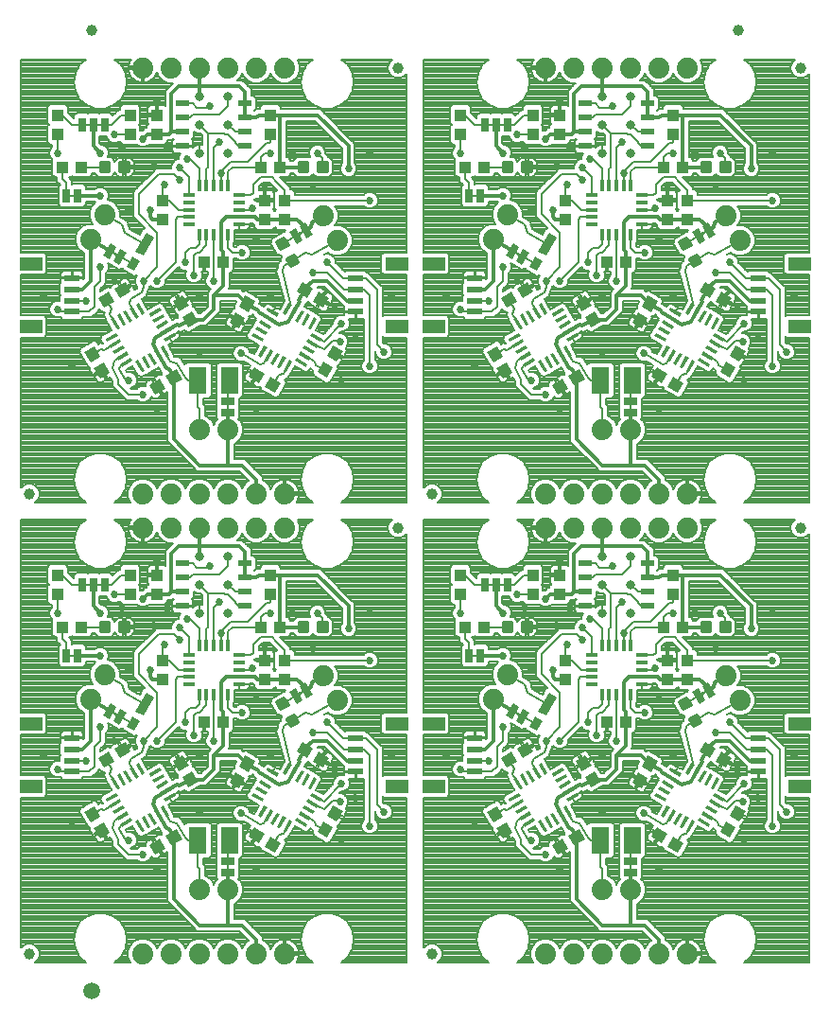
<source format=gtl>
G75*
%MOIN*%
%OFA0B0*%
%FSLAX25Y25*%
%IPPOS*%
%LPD*%
%AMOC8*
5,1,8,0,0,1.08239X$1,22.5*
%
%ADD10C,0.07400*%
%ADD11R,0.04331X0.03937*%
%ADD12R,0.02500X0.05000*%
%ADD13R,0.01600X0.01000*%
%ADD14C,0.03937*%
%ADD15R,0.01181X0.04331*%
%ADD16R,0.04331X0.01181*%
%ADD17R,0.03937X0.04331*%
%ADD18R,0.04724X0.02362*%
%ADD19R,0.07874X0.04724*%
%ADD20R,0.05315X0.02362*%
%ADD21C,0.01181*%
%ADD22R,0.03150X0.03937*%
%ADD23R,0.03150X0.07480*%
%ADD24C,0.03200*%
%ADD25R,0.05000X0.02500*%
%ADD26R,0.01000X0.01600*%
%ADD27R,0.06299X0.09449*%
%ADD28C,0.05906*%
%ADD29C,0.00800*%
%ADD30C,0.02700*%
%ADD31C,0.01200*%
D10*
X0087074Y0033750D03*
X0097074Y0033750D03*
X0107074Y0033750D03*
X0117074Y0033750D03*
X0127074Y0033750D03*
X0137074Y0033750D03*
X0117074Y0056250D03*
X0107074Y0056250D03*
X0068574Y0123420D03*
X0073574Y0132080D03*
X0087074Y0183750D03*
X0097074Y0183750D03*
X0107074Y0183750D03*
X0117074Y0183750D03*
X0127074Y0183750D03*
X0137074Y0183750D03*
X0137074Y0195750D03*
X0127074Y0195750D03*
X0117074Y0195750D03*
X0107074Y0195750D03*
X0097074Y0195750D03*
X0087074Y0195750D03*
X0107074Y0218250D03*
X0117074Y0218250D03*
X0155574Y0284919D03*
X0150574Y0293580D03*
X0137074Y0345750D03*
X0127074Y0345750D03*
X0117074Y0345750D03*
X0107074Y0345750D03*
X0097074Y0345750D03*
X0087074Y0345750D03*
X0073574Y0294080D03*
X0068574Y0285419D03*
X0210574Y0285419D03*
X0215574Y0294080D03*
X0229074Y0345750D03*
X0239074Y0345750D03*
X0249074Y0345750D03*
X0259074Y0345750D03*
X0269074Y0345750D03*
X0279074Y0345750D03*
X0292574Y0293580D03*
X0297574Y0284919D03*
X0259074Y0218250D03*
X0249074Y0218250D03*
X0249074Y0195750D03*
X0259074Y0195750D03*
X0269074Y0195750D03*
X0279074Y0195750D03*
X0279074Y0183750D03*
X0269074Y0183750D03*
X0259074Y0183750D03*
X0249074Y0183750D03*
X0239074Y0183750D03*
X0229074Y0183750D03*
X0229074Y0195750D03*
X0239074Y0195750D03*
X0215574Y0132080D03*
X0210574Y0123420D03*
X0155574Y0122920D03*
X0150574Y0131580D03*
X0249074Y0056250D03*
X0259074Y0056250D03*
X0259074Y0033750D03*
X0249074Y0033750D03*
X0239074Y0033750D03*
X0229074Y0033750D03*
X0269074Y0033750D03*
X0279074Y0033750D03*
X0297574Y0122920D03*
X0292574Y0131580D03*
D11*
X0277421Y0148750D03*
X0270728Y0148750D03*
X0257421Y0115250D03*
X0250728Y0115250D03*
G36*
X0243063Y0103756D02*
X0245228Y0100008D01*
X0241821Y0098040D01*
X0239656Y0101788D01*
X0243063Y0103756D01*
G37*
G36*
X0246409Y0097960D02*
X0248574Y0094212D01*
X0245167Y0092244D01*
X0243002Y0095992D01*
X0246409Y0097960D01*
G37*
G36*
X0259615Y0093962D02*
X0261780Y0097710D01*
X0265187Y0095742D01*
X0263022Y0091994D01*
X0259615Y0093962D01*
G37*
G36*
X0262961Y0099758D02*
X0265126Y0103506D01*
X0268533Y0101538D01*
X0266368Y0097790D01*
X0262961Y0099758D01*
G37*
G36*
X0287066Y0102637D02*
X0283318Y0104802D01*
X0285286Y0108209D01*
X0289034Y0106044D01*
X0287066Y0102637D01*
G37*
G36*
X0292862Y0099291D02*
X0289114Y0101456D01*
X0291082Y0104863D01*
X0294830Y0102698D01*
X0292862Y0099291D01*
G37*
G36*
X0293961Y0082258D02*
X0296126Y0086006D01*
X0299533Y0084038D01*
X0297368Y0080290D01*
X0293961Y0082258D01*
G37*
G36*
X0290615Y0076462D02*
X0292780Y0080210D01*
X0296187Y0078242D01*
X0294022Y0074494D01*
X0290615Y0076462D01*
G37*
G36*
X0275862Y0069291D02*
X0272114Y0071456D01*
X0274082Y0074863D01*
X0277830Y0072698D01*
X0275862Y0069291D01*
G37*
G36*
X0270066Y0072637D02*
X0266318Y0074802D01*
X0268286Y0078209D01*
X0272034Y0076044D01*
X0270066Y0072637D01*
G37*
G36*
X0237153Y0075367D02*
X0240901Y0077532D01*
X0242869Y0074125D01*
X0239121Y0071960D01*
X0237153Y0075367D01*
G37*
G36*
X0231356Y0072021D02*
X0235104Y0074186D01*
X0237072Y0070779D01*
X0233324Y0068614D01*
X0231356Y0072021D01*
G37*
G36*
X0215232Y0079960D02*
X0217397Y0076212D01*
X0213990Y0074244D01*
X0211825Y0077992D01*
X0215232Y0079960D01*
G37*
G36*
X0211886Y0085756D02*
X0214051Y0082008D01*
X0210644Y0080040D01*
X0208479Y0083788D01*
X0211886Y0085756D01*
G37*
G36*
X0213318Y0102698D02*
X0217066Y0104863D01*
X0219034Y0101456D01*
X0215286Y0099291D01*
X0213318Y0102698D01*
G37*
G36*
X0219114Y0106044D02*
X0222862Y0108209D01*
X0224830Y0104802D01*
X0221082Y0102637D01*
X0219114Y0106044D01*
G37*
X0207421Y0148750D03*
X0200728Y0148750D03*
G36*
X0150862Y0099291D02*
X0147114Y0101456D01*
X0149082Y0104863D01*
X0152830Y0102698D01*
X0150862Y0099291D01*
G37*
G36*
X0145066Y0102637D02*
X0141318Y0104802D01*
X0143286Y0108209D01*
X0147034Y0106044D01*
X0145066Y0102637D01*
G37*
G36*
X0120961Y0099758D02*
X0123126Y0103506D01*
X0126533Y0101538D01*
X0124368Y0097790D01*
X0120961Y0099758D01*
G37*
G36*
X0117615Y0093962D02*
X0119780Y0097710D01*
X0123187Y0095742D01*
X0121022Y0091994D01*
X0117615Y0093962D01*
G37*
G36*
X0104409Y0097960D02*
X0106574Y0094212D01*
X0103167Y0092244D01*
X0101002Y0095992D01*
X0104409Y0097960D01*
G37*
G36*
X0101063Y0103756D02*
X0103228Y0100008D01*
X0099821Y0098040D01*
X0097656Y0101788D01*
X0101063Y0103756D01*
G37*
X0108728Y0115250D03*
X0115421Y0115250D03*
X0128728Y0148750D03*
X0135421Y0148750D03*
G36*
X0077115Y0106044D02*
X0080863Y0108209D01*
X0082831Y0104802D01*
X0079083Y0102637D01*
X0077115Y0106044D01*
G37*
G36*
X0071318Y0102698D02*
X0075066Y0104863D01*
X0077034Y0101456D01*
X0073286Y0099291D01*
X0071318Y0102698D01*
G37*
G36*
X0069886Y0085756D02*
X0072051Y0082008D01*
X0068644Y0080040D01*
X0066479Y0083788D01*
X0069886Y0085756D01*
G37*
G36*
X0073232Y0079960D02*
X0075397Y0076212D01*
X0071990Y0074244D01*
X0069825Y0077992D01*
X0073232Y0079960D01*
G37*
G36*
X0089357Y0072021D02*
X0093105Y0074186D01*
X0095073Y0070779D01*
X0091325Y0068614D01*
X0089357Y0072021D01*
G37*
G36*
X0095153Y0075367D02*
X0098901Y0077532D01*
X0100869Y0074125D01*
X0097121Y0071960D01*
X0095153Y0075367D01*
G37*
G36*
X0128066Y0072637D02*
X0124318Y0074802D01*
X0126286Y0078209D01*
X0130034Y0076044D01*
X0128066Y0072637D01*
G37*
G36*
X0133862Y0069291D02*
X0130114Y0071456D01*
X0132082Y0074863D01*
X0135830Y0072698D01*
X0133862Y0069291D01*
G37*
G36*
X0148615Y0076462D02*
X0150780Y0080210D01*
X0154187Y0078242D01*
X0152022Y0074494D01*
X0148615Y0076462D01*
G37*
G36*
X0151962Y0082258D02*
X0154127Y0086006D01*
X0157534Y0084038D01*
X0155369Y0080290D01*
X0151962Y0082258D01*
G37*
X0065421Y0148750D03*
X0058728Y0148750D03*
G36*
X0089357Y0234020D02*
X0093105Y0236185D01*
X0095073Y0232778D01*
X0091325Y0230613D01*
X0089357Y0234020D01*
G37*
G36*
X0095153Y0237367D02*
X0098901Y0239532D01*
X0100869Y0236125D01*
X0097121Y0233960D01*
X0095153Y0237367D01*
G37*
G36*
X0104409Y0259960D02*
X0106574Y0256212D01*
X0103167Y0254244D01*
X0101002Y0257992D01*
X0104409Y0259960D01*
G37*
G36*
X0101063Y0265756D02*
X0103228Y0262008D01*
X0099821Y0260040D01*
X0097656Y0263788D01*
X0101063Y0265756D01*
G37*
X0108728Y0277250D03*
X0115421Y0277250D03*
G36*
X0120961Y0261758D02*
X0123126Y0265506D01*
X0126533Y0263538D01*
X0124368Y0259790D01*
X0120961Y0261758D01*
G37*
G36*
X0117615Y0255962D02*
X0119780Y0259710D01*
X0123187Y0257742D01*
X0121022Y0253994D01*
X0117615Y0255962D01*
G37*
G36*
X0128066Y0234637D02*
X0124318Y0236802D01*
X0126286Y0240209D01*
X0130034Y0238044D01*
X0128066Y0234637D01*
G37*
G36*
X0133862Y0231291D02*
X0130114Y0233456D01*
X0132082Y0236863D01*
X0135830Y0234698D01*
X0133862Y0231291D01*
G37*
G36*
X0148615Y0238462D02*
X0150780Y0242210D01*
X0154187Y0240242D01*
X0152022Y0236494D01*
X0148615Y0238462D01*
G37*
G36*
X0151962Y0244258D02*
X0154127Y0248006D01*
X0157534Y0246038D01*
X0155369Y0242290D01*
X0151962Y0244258D01*
G37*
G36*
X0150862Y0261290D02*
X0147114Y0263455D01*
X0149082Y0266862D01*
X0152830Y0264697D01*
X0150862Y0261290D01*
G37*
G36*
X0145066Y0264637D02*
X0141318Y0266802D01*
X0143286Y0270209D01*
X0147034Y0268044D01*
X0145066Y0264637D01*
G37*
X0135421Y0310750D03*
X0128728Y0310750D03*
G36*
X0077115Y0268044D02*
X0080863Y0270209D01*
X0082831Y0266802D01*
X0079083Y0264637D01*
X0077115Y0268044D01*
G37*
G36*
X0071318Y0264697D02*
X0075066Y0266862D01*
X0077034Y0263455D01*
X0073286Y0261290D01*
X0071318Y0264697D01*
G37*
G36*
X0069886Y0247756D02*
X0072051Y0244008D01*
X0068644Y0242040D01*
X0066479Y0245788D01*
X0069886Y0247756D01*
G37*
G36*
X0073232Y0241960D02*
X0075397Y0238212D01*
X0071990Y0236244D01*
X0069825Y0239992D01*
X0073232Y0241960D01*
G37*
X0065421Y0310750D03*
X0058728Y0310750D03*
X0200728Y0310750D03*
X0207421Y0310750D03*
X0250728Y0277250D03*
X0257421Y0277250D03*
G36*
X0262961Y0261758D02*
X0265126Y0265506D01*
X0268533Y0263538D01*
X0266368Y0259790D01*
X0262961Y0261758D01*
G37*
G36*
X0259615Y0255962D02*
X0261780Y0259710D01*
X0265187Y0257742D01*
X0263022Y0253994D01*
X0259615Y0255962D01*
G37*
G36*
X0246409Y0259960D02*
X0248574Y0256212D01*
X0245167Y0254244D01*
X0243002Y0257992D01*
X0246409Y0259960D01*
G37*
G36*
X0243063Y0265756D02*
X0245228Y0262008D01*
X0241821Y0260040D01*
X0239656Y0263788D01*
X0243063Y0265756D01*
G37*
G36*
X0219114Y0268044D02*
X0222862Y0270209D01*
X0224830Y0266802D01*
X0221082Y0264637D01*
X0219114Y0268044D01*
G37*
G36*
X0213318Y0264697D02*
X0217066Y0266862D01*
X0219034Y0263455D01*
X0215286Y0261290D01*
X0213318Y0264697D01*
G37*
G36*
X0211886Y0247756D02*
X0214051Y0244008D01*
X0210644Y0242040D01*
X0208479Y0245788D01*
X0211886Y0247756D01*
G37*
G36*
X0215232Y0241960D02*
X0217397Y0238212D01*
X0213990Y0236244D01*
X0211825Y0239992D01*
X0215232Y0241960D01*
G37*
G36*
X0231356Y0234020D02*
X0235104Y0236185D01*
X0237072Y0232778D01*
X0233324Y0230613D01*
X0231356Y0234020D01*
G37*
G36*
X0237153Y0237367D02*
X0240901Y0239532D01*
X0242869Y0236125D01*
X0239121Y0233960D01*
X0237153Y0237367D01*
G37*
G36*
X0270066Y0234637D02*
X0266318Y0236802D01*
X0268286Y0240209D01*
X0272034Y0238044D01*
X0270066Y0234637D01*
G37*
G36*
X0275862Y0231291D02*
X0272114Y0233456D01*
X0274082Y0236863D01*
X0277830Y0234698D01*
X0275862Y0231291D01*
G37*
G36*
X0290615Y0238462D02*
X0292780Y0242210D01*
X0296187Y0240242D01*
X0294022Y0236494D01*
X0290615Y0238462D01*
G37*
G36*
X0293961Y0244258D02*
X0296126Y0248006D01*
X0299533Y0246038D01*
X0297368Y0242290D01*
X0293961Y0244258D01*
G37*
G36*
X0292862Y0261290D02*
X0289114Y0263455D01*
X0291082Y0266862D01*
X0294830Y0264697D01*
X0292862Y0261290D01*
G37*
G36*
X0287066Y0264637D02*
X0283318Y0266802D01*
X0285286Y0270209D01*
X0289034Y0268044D01*
X0287066Y0264637D01*
G37*
X0277421Y0310750D03*
X0270728Y0310750D03*
D12*
G36*
X0285400Y0284991D02*
X0283235Y0283741D01*
X0280736Y0288071D01*
X0282901Y0289321D01*
X0285400Y0284991D01*
G37*
G36*
X0288864Y0286991D02*
X0286699Y0285741D01*
X0284200Y0290071D01*
X0286365Y0291321D01*
X0288864Y0286991D01*
G37*
G36*
X0221119Y0282030D02*
X0223284Y0280780D01*
X0220785Y0276450D01*
X0218620Y0277700D01*
X0221119Y0282030D01*
G37*
G36*
X0217655Y0284030D02*
X0219820Y0282780D01*
X0217321Y0278450D01*
X0215156Y0279700D01*
X0217655Y0284030D01*
G37*
X0206074Y0300750D03*
X0202074Y0300750D03*
X0207574Y0325750D03*
X0211574Y0325750D03*
X0215574Y0325750D03*
G36*
X0146864Y0286991D02*
X0144699Y0285741D01*
X0142200Y0290071D01*
X0144365Y0291321D01*
X0146864Y0286991D01*
G37*
G36*
X0143400Y0284991D02*
X0141235Y0283741D01*
X0138736Y0288071D01*
X0140901Y0289321D01*
X0143400Y0284991D01*
G37*
G36*
X0079120Y0282030D02*
X0081285Y0280780D01*
X0078786Y0276450D01*
X0076621Y0277700D01*
X0079120Y0282030D01*
G37*
G36*
X0075655Y0284030D02*
X0077820Y0282780D01*
X0075321Y0278450D01*
X0073156Y0279700D01*
X0075655Y0284030D01*
G37*
X0064074Y0300750D03*
X0060074Y0300750D03*
X0065574Y0325750D03*
X0069574Y0325750D03*
X0073574Y0325750D03*
X0073574Y0163750D03*
X0069574Y0163750D03*
X0065574Y0163750D03*
X0064074Y0138750D03*
X0060074Y0138750D03*
G36*
X0075655Y0122030D02*
X0077820Y0120780D01*
X0075321Y0116450D01*
X0073156Y0117700D01*
X0075655Y0122030D01*
G37*
G36*
X0079120Y0120030D02*
X0081285Y0118780D01*
X0078786Y0114450D01*
X0076621Y0115700D01*
X0079120Y0120030D01*
G37*
G36*
X0143400Y0122991D02*
X0141235Y0121741D01*
X0138736Y0126071D01*
X0140901Y0127321D01*
X0143400Y0122991D01*
G37*
G36*
X0146864Y0124991D02*
X0144699Y0123741D01*
X0142200Y0128071D01*
X0144365Y0129321D01*
X0146864Y0124991D01*
G37*
X0202074Y0138750D03*
X0206074Y0138750D03*
G36*
X0217655Y0122030D02*
X0219820Y0120780D01*
X0217321Y0116450D01*
X0215156Y0117700D01*
X0217655Y0122030D01*
G37*
G36*
X0221119Y0120030D02*
X0223284Y0118780D01*
X0220785Y0114450D01*
X0218620Y0115700D01*
X0221119Y0120030D01*
G37*
X0215574Y0163750D03*
X0211574Y0163750D03*
X0207574Y0163750D03*
G36*
X0285400Y0122991D02*
X0283235Y0121741D01*
X0280736Y0126071D01*
X0282901Y0127321D01*
X0285400Y0122991D01*
G37*
G36*
X0288864Y0124991D02*
X0286699Y0123741D01*
X0284200Y0128071D01*
X0286365Y0129321D01*
X0288864Y0124991D01*
G37*
D13*
G36*
X0285742Y0125498D02*
X0284358Y0124698D01*
X0283858Y0125564D01*
X0285242Y0126364D01*
X0285742Y0125498D01*
G37*
G36*
X0218778Y0119073D02*
X0220162Y0118273D01*
X0219662Y0117407D01*
X0218278Y0118207D01*
X0218778Y0119073D01*
G37*
X0204074Y0138750D03*
X0209574Y0163750D03*
X0213574Y0163750D03*
G36*
X0143742Y0125498D02*
X0142358Y0124698D01*
X0141858Y0125564D01*
X0143242Y0126364D01*
X0143742Y0125498D01*
G37*
G36*
X0076779Y0119073D02*
X0078163Y0118273D01*
X0077663Y0117407D01*
X0076279Y0118207D01*
X0076779Y0119073D01*
G37*
X0062074Y0138750D03*
X0067574Y0163750D03*
X0071574Y0163750D03*
G36*
X0076779Y0281073D02*
X0078163Y0280273D01*
X0077663Y0279407D01*
X0076279Y0280207D01*
X0076779Y0281073D01*
G37*
X0062074Y0300750D03*
X0067574Y0325750D03*
X0071574Y0325750D03*
G36*
X0143742Y0287498D02*
X0142358Y0286698D01*
X0141858Y0287564D01*
X0143242Y0288364D01*
X0143742Y0287498D01*
G37*
X0204074Y0300750D03*
G36*
X0218778Y0281073D02*
X0220162Y0280273D01*
X0219662Y0279407D01*
X0218278Y0280207D01*
X0218778Y0281073D01*
G37*
X0213574Y0325750D03*
X0209574Y0325750D03*
G36*
X0285742Y0287498D02*
X0284358Y0286698D01*
X0283858Y0287564D01*
X0285242Y0288364D01*
X0285742Y0287498D01*
G37*
D14*
X0319074Y0345750D03*
X0297074Y0359000D03*
X0177074Y0345750D03*
X0069074Y0359000D03*
X0047074Y0195750D03*
X0177074Y0183750D03*
X0189074Y0195750D03*
X0319074Y0183750D03*
X0189074Y0033750D03*
X0047074Y0033750D03*
D15*
G36*
X0084400Y0080269D02*
X0085422Y0080859D01*
X0087586Y0077111D01*
X0086564Y0076521D01*
X0084400Y0080269D01*
G37*
G36*
X0082732Y0081580D02*
X0083322Y0080558D01*
X0079574Y0078394D01*
X0078984Y0079416D01*
X0082732Y0081580D01*
G37*
G36*
X0081452Y0083796D02*
X0082042Y0082774D01*
X0078294Y0080610D01*
X0077704Y0081632D01*
X0081452Y0083796D01*
G37*
G36*
X0080172Y0086012D02*
X0080762Y0084990D01*
X0077014Y0082826D01*
X0076424Y0083848D01*
X0080172Y0086012D01*
G37*
G36*
X0078893Y0088229D02*
X0079483Y0087207D01*
X0075735Y0085043D01*
X0075145Y0086065D01*
X0078893Y0088229D01*
G37*
G36*
X0077613Y0090445D02*
X0078203Y0089423D01*
X0074455Y0087259D01*
X0073865Y0088281D01*
X0077613Y0090445D01*
G37*
G36*
X0078924Y0092113D02*
X0077902Y0091523D01*
X0075738Y0095271D01*
X0076760Y0095861D01*
X0078924Y0092113D01*
G37*
G36*
X0081141Y0093392D02*
X0080119Y0092802D01*
X0077955Y0096550D01*
X0078977Y0097140D01*
X0081141Y0093392D01*
G37*
G36*
X0083357Y0094672D02*
X0082335Y0094082D01*
X0080171Y0097830D01*
X0081193Y0098420D01*
X0083357Y0094672D01*
G37*
G36*
X0085573Y0095952D02*
X0084551Y0095362D01*
X0082387Y0099110D01*
X0083409Y0099700D01*
X0085573Y0095952D01*
G37*
G36*
X0087789Y0097231D02*
X0086767Y0096641D01*
X0084603Y0100389D01*
X0085625Y0100979D01*
X0087789Y0097231D01*
G37*
G36*
X0089798Y0096117D02*
X0089208Y0097139D01*
X0092956Y0099303D01*
X0093546Y0098281D01*
X0089798Y0096117D01*
G37*
G36*
X0091078Y0093901D02*
X0090488Y0094923D01*
X0094236Y0097087D01*
X0094826Y0096065D01*
X0091078Y0093901D01*
G37*
G36*
X0092357Y0091685D02*
X0091767Y0092707D01*
X0095515Y0094871D01*
X0096105Y0093849D01*
X0092357Y0091685D01*
G37*
G36*
X0093637Y0089468D02*
X0093047Y0090490D01*
X0096795Y0092654D01*
X0097385Y0091632D01*
X0093637Y0089468D01*
G37*
G36*
X0094916Y0087252D02*
X0094326Y0088274D01*
X0098074Y0090438D01*
X0098664Y0089416D01*
X0094916Y0087252D01*
G37*
G36*
X0093265Y0085387D02*
X0094287Y0085977D01*
X0096451Y0082229D01*
X0095429Y0081639D01*
X0093265Y0085387D01*
G37*
G36*
X0091048Y0084108D02*
X0092070Y0084698D01*
X0094234Y0080950D01*
X0093212Y0080360D01*
X0091048Y0084108D01*
G37*
G36*
X0088832Y0082828D02*
X0089854Y0083418D01*
X0092018Y0079670D01*
X0090996Y0079080D01*
X0088832Y0082828D01*
G37*
G36*
X0086616Y0081548D02*
X0087638Y0082138D01*
X0089802Y0078390D01*
X0088780Y0077800D01*
X0086616Y0081548D01*
G37*
G36*
X0129822Y0088274D02*
X0129232Y0087252D01*
X0125484Y0089416D01*
X0126074Y0090438D01*
X0129822Y0088274D01*
G37*
G36*
X0131102Y0090490D02*
X0130512Y0089468D01*
X0126764Y0091632D01*
X0127354Y0092654D01*
X0131102Y0090490D01*
G37*
G36*
X0132381Y0092707D02*
X0131791Y0091685D01*
X0128043Y0093849D01*
X0128633Y0094871D01*
X0132381Y0092707D01*
G37*
G36*
X0133661Y0094923D02*
X0133071Y0093901D01*
X0129323Y0096065D01*
X0129913Y0097087D01*
X0133661Y0094923D01*
G37*
G36*
X0134940Y0097139D02*
X0134350Y0096117D01*
X0130602Y0098281D01*
X0131192Y0099303D01*
X0134940Y0097139D01*
G37*
G36*
X0137381Y0096641D02*
X0136359Y0097231D01*
X0138523Y0100979D01*
X0139545Y0100389D01*
X0137381Y0096641D01*
G37*
G36*
X0139598Y0095362D02*
X0138576Y0095952D01*
X0140740Y0099700D01*
X0141762Y0099110D01*
X0139598Y0095362D01*
G37*
G36*
X0141814Y0094082D02*
X0140792Y0094672D01*
X0142956Y0098420D01*
X0143978Y0097830D01*
X0141814Y0094082D01*
G37*
G36*
X0144030Y0092803D02*
X0143008Y0093393D01*
X0145172Y0097141D01*
X0146194Y0096551D01*
X0144030Y0092803D01*
G37*
G36*
X0146246Y0091523D02*
X0145224Y0092113D01*
X0147388Y0095861D01*
X0148410Y0095271D01*
X0146246Y0091523D01*
G37*
G36*
X0145945Y0089423D02*
X0146535Y0090445D01*
X0150283Y0088281D01*
X0149693Y0087259D01*
X0145945Y0089423D01*
G37*
G36*
X0144666Y0087207D02*
X0145256Y0088229D01*
X0149004Y0086065D01*
X0148414Y0085043D01*
X0144666Y0087207D01*
G37*
G36*
X0143386Y0084990D02*
X0143976Y0086012D01*
X0147724Y0083848D01*
X0147134Y0082826D01*
X0143386Y0084990D01*
G37*
G36*
X0142107Y0082774D02*
X0142697Y0083796D01*
X0146445Y0081632D01*
X0145855Y0080610D01*
X0142107Y0082774D01*
G37*
G36*
X0140827Y0080558D02*
X0141417Y0081580D01*
X0145165Y0079416D01*
X0144575Y0078394D01*
X0140827Y0080558D01*
G37*
G36*
X0138727Y0080859D02*
X0139749Y0080269D01*
X0137585Y0076521D01*
X0136563Y0077111D01*
X0138727Y0080859D01*
G37*
G36*
X0136511Y0082139D02*
X0137533Y0081549D01*
X0135369Y0077801D01*
X0134347Y0078391D01*
X0136511Y0082139D01*
G37*
G36*
X0134294Y0083418D02*
X0135316Y0082828D01*
X0133152Y0079080D01*
X0132130Y0079670D01*
X0134294Y0083418D01*
G37*
G36*
X0132078Y0084698D02*
X0133100Y0084108D01*
X0130936Y0080360D01*
X0129914Y0080950D01*
X0132078Y0084698D01*
G37*
G36*
X0129862Y0085977D02*
X0130884Y0085387D01*
X0128720Y0081639D01*
X0127698Y0082229D01*
X0129862Y0085977D01*
G37*
X0117192Y0125088D03*
X0114633Y0125088D03*
X0112074Y0125088D03*
X0109515Y0125088D03*
X0106956Y0125088D03*
X0106956Y0142411D03*
X0109515Y0142411D03*
X0112074Y0142411D03*
X0114633Y0142411D03*
X0117192Y0142411D03*
G36*
X0138727Y0242859D02*
X0139749Y0242269D01*
X0137585Y0238521D01*
X0136563Y0239111D01*
X0138727Y0242859D01*
G37*
G36*
X0136511Y0244138D02*
X0137533Y0243548D01*
X0135369Y0239800D01*
X0134347Y0240390D01*
X0136511Y0244138D01*
G37*
G36*
X0134294Y0245418D02*
X0135316Y0244828D01*
X0133152Y0241080D01*
X0132130Y0241670D01*
X0134294Y0245418D01*
G37*
G36*
X0132078Y0246697D02*
X0133100Y0246107D01*
X0130936Y0242359D01*
X0129914Y0242949D01*
X0132078Y0246697D01*
G37*
G36*
X0129862Y0247977D02*
X0130884Y0247387D01*
X0128720Y0243639D01*
X0127698Y0244229D01*
X0129862Y0247977D01*
G37*
G36*
X0129822Y0250274D02*
X0129232Y0249252D01*
X0125484Y0251416D01*
X0126074Y0252438D01*
X0129822Y0250274D01*
G37*
G36*
X0131102Y0252490D02*
X0130512Y0251468D01*
X0126764Y0253632D01*
X0127354Y0254654D01*
X0131102Y0252490D01*
G37*
G36*
X0132381Y0254706D02*
X0131791Y0253684D01*
X0128043Y0255848D01*
X0128633Y0256870D01*
X0132381Y0254706D01*
G37*
G36*
X0133661Y0256923D02*
X0133071Y0255901D01*
X0129323Y0258065D01*
X0129913Y0259087D01*
X0133661Y0256923D01*
G37*
G36*
X0134940Y0259139D02*
X0134350Y0258117D01*
X0130602Y0260281D01*
X0131192Y0261303D01*
X0134940Y0259139D01*
G37*
G36*
X0137381Y0258641D02*
X0136359Y0259231D01*
X0138523Y0262979D01*
X0139545Y0262389D01*
X0137381Y0258641D01*
G37*
G36*
X0139598Y0257361D02*
X0138576Y0257951D01*
X0140740Y0261699D01*
X0141762Y0261109D01*
X0139598Y0257361D01*
G37*
G36*
X0141814Y0256082D02*
X0140792Y0256672D01*
X0142956Y0260420D01*
X0143978Y0259830D01*
X0141814Y0256082D01*
G37*
G36*
X0144030Y0254802D02*
X0143008Y0255392D01*
X0145172Y0259140D01*
X0146194Y0258550D01*
X0144030Y0254802D01*
G37*
G36*
X0146246Y0253523D02*
X0145224Y0254113D01*
X0147388Y0257861D01*
X0148410Y0257271D01*
X0146246Y0253523D01*
G37*
G36*
X0145945Y0251423D02*
X0146535Y0252445D01*
X0150283Y0250281D01*
X0149693Y0249259D01*
X0145945Y0251423D01*
G37*
G36*
X0144666Y0249206D02*
X0145256Y0250228D01*
X0149004Y0248064D01*
X0148414Y0247042D01*
X0144666Y0249206D01*
G37*
G36*
X0143386Y0246990D02*
X0143976Y0248012D01*
X0147724Y0245848D01*
X0147134Y0244826D01*
X0143386Y0246990D01*
G37*
G36*
X0142107Y0244774D02*
X0142697Y0245796D01*
X0146445Y0243632D01*
X0145855Y0242610D01*
X0142107Y0244774D01*
G37*
G36*
X0140827Y0242558D02*
X0141417Y0243580D01*
X0145165Y0241416D01*
X0144575Y0240394D01*
X0140827Y0242558D01*
G37*
G36*
X0094916Y0249252D02*
X0094326Y0250274D01*
X0098074Y0252438D01*
X0098664Y0251416D01*
X0094916Y0249252D01*
G37*
G36*
X0093265Y0247387D02*
X0094287Y0247977D01*
X0096451Y0244229D01*
X0095429Y0243639D01*
X0093265Y0247387D01*
G37*
G36*
X0091048Y0246107D02*
X0092070Y0246697D01*
X0094234Y0242949D01*
X0093212Y0242359D01*
X0091048Y0246107D01*
G37*
G36*
X0088832Y0244828D02*
X0089854Y0245418D01*
X0092018Y0241670D01*
X0090996Y0241080D01*
X0088832Y0244828D01*
G37*
G36*
X0086616Y0243548D02*
X0087638Y0244138D01*
X0089802Y0240390D01*
X0088780Y0239800D01*
X0086616Y0243548D01*
G37*
G36*
X0084400Y0242269D02*
X0085422Y0242859D01*
X0087586Y0239111D01*
X0086564Y0238521D01*
X0084400Y0242269D01*
G37*
G36*
X0082732Y0243580D02*
X0083322Y0242558D01*
X0079574Y0240394D01*
X0078984Y0241416D01*
X0082732Y0243580D01*
G37*
G36*
X0081452Y0245796D02*
X0082042Y0244774D01*
X0078294Y0242610D01*
X0077704Y0243632D01*
X0081452Y0245796D01*
G37*
G36*
X0080172Y0248012D02*
X0080762Y0246990D01*
X0077014Y0244826D01*
X0076424Y0245848D01*
X0080172Y0248012D01*
G37*
G36*
X0078893Y0250228D02*
X0079483Y0249206D01*
X0075735Y0247042D01*
X0075145Y0248064D01*
X0078893Y0250228D01*
G37*
G36*
X0077613Y0252445D02*
X0078203Y0251423D01*
X0074455Y0249259D01*
X0073865Y0250281D01*
X0077613Y0252445D01*
G37*
G36*
X0078924Y0254113D02*
X0077902Y0253523D01*
X0075738Y0257271D01*
X0076760Y0257861D01*
X0078924Y0254113D01*
G37*
G36*
X0081141Y0255392D02*
X0080119Y0254802D01*
X0077955Y0258550D01*
X0078977Y0259140D01*
X0081141Y0255392D01*
G37*
G36*
X0083357Y0256672D02*
X0082335Y0256082D01*
X0080171Y0259830D01*
X0081193Y0260420D01*
X0083357Y0256672D01*
G37*
G36*
X0085573Y0257951D02*
X0084551Y0257361D01*
X0082387Y0261109D01*
X0083409Y0261699D01*
X0085573Y0257951D01*
G37*
G36*
X0087789Y0259231D02*
X0086767Y0258641D01*
X0084603Y0262389D01*
X0085625Y0262979D01*
X0087789Y0259231D01*
G37*
G36*
X0089798Y0258117D02*
X0089208Y0259139D01*
X0092956Y0261303D01*
X0093546Y0260281D01*
X0089798Y0258117D01*
G37*
G36*
X0091078Y0255901D02*
X0090488Y0256923D01*
X0094236Y0259087D01*
X0094826Y0258065D01*
X0091078Y0255901D01*
G37*
G36*
X0092357Y0253684D02*
X0091767Y0254706D01*
X0095515Y0256870D01*
X0096105Y0255848D01*
X0092357Y0253684D01*
G37*
G36*
X0093637Y0251468D02*
X0093047Y0252490D01*
X0096795Y0254654D01*
X0097385Y0253632D01*
X0093637Y0251468D01*
G37*
X0106956Y0287088D03*
X0109515Y0287088D03*
X0112074Y0287088D03*
X0114633Y0287088D03*
X0117192Y0287088D03*
X0117192Y0304411D03*
X0114633Y0304411D03*
X0112074Y0304411D03*
X0109515Y0304411D03*
X0106956Y0304411D03*
G36*
X0220924Y0254113D02*
X0219902Y0253523D01*
X0217738Y0257271D01*
X0218760Y0257861D01*
X0220924Y0254113D01*
G37*
G36*
X0223140Y0255392D02*
X0222118Y0254802D01*
X0219954Y0258550D01*
X0220976Y0259140D01*
X0223140Y0255392D01*
G37*
G36*
X0225357Y0256672D02*
X0224335Y0256082D01*
X0222171Y0259830D01*
X0223193Y0260420D01*
X0225357Y0256672D01*
G37*
G36*
X0227573Y0257951D02*
X0226551Y0257361D01*
X0224387Y0261109D01*
X0225409Y0261699D01*
X0227573Y0257951D01*
G37*
G36*
X0229789Y0259231D02*
X0228767Y0258641D01*
X0226603Y0262389D01*
X0227625Y0262979D01*
X0229789Y0259231D01*
G37*
G36*
X0231798Y0258117D02*
X0231208Y0259139D01*
X0234956Y0261303D01*
X0235546Y0260281D01*
X0231798Y0258117D01*
G37*
G36*
X0233078Y0255901D02*
X0232488Y0256923D01*
X0236236Y0259087D01*
X0236826Y0258065D01*
X0233078Y0255901D01*
G37*
G36*
X0234357Y0253684D02*
X0233767Y0254706D01*
X0237515Y0256870D01*
X0238105Y0255848D01*
X0234357Y0253684D01*
G37*
G36*
X0235637Y0251468D02*
X0235047Y0252490D01*
X0238795Y0254654D01*
X0239385Y0253632D01*
X0235637Y0251468D01*
G37*
G36*
X0236916Y0249252D02*
X0236326Y0250274D01*
X0240074Y0252438D01*
X0240664Y0251416D01*
X0236916Y0249252D01*
G37*
G36*
X0235264Y0247387D02*
X0236286Y0247977D01*
X0238450Y0244229D01*
X0237428Y0243639D01*
X0235264Y0247387D01*
G37*
G36*
X0233048Y0246107D02*
X0234070Y0246697D01*
X0236234Y0242949D01*
X0235212Y0242359D01*
X0233048Y0246107D01*
G37*
G36*
X0230832Y0244828D02*
X0231854Y0245418D01*
X0234018Y0241670D01*
X0232996Y0241080D01*
X0230832Y0244828D01*
G37*
G36*
X0228616Y0243548D02*
X0229638Y0244138D01*
X0231802Y0240390D01*
X0230780Y0239800D01*
X0228616Y0243548D01*
G37*
G36*
X0226400Y0242269D02*
X0227422Y0242859D01*
X0229586Y0239111D01*
X0228564Y0238521D01*
X0226400Y0242269D01*
G37*
G36*
X0224731Y0243580D02*
X0225321Y0242558D01*
X0221573Y0240394D01*
X0220983Y0241416D01*
X0224731Y0243580D01*
G37*
G36*
X0223452Y0245796D02*
X0224042Y0244774D01*
X0220294Y0242610D01*
X0219704Y0243632D01*
X0223452Y0245796D01*
G37*
G36*
X0222172Y0248012D02*
X0222762Y0246990D01*
X0219014Y0244826D01*
X0218424Y0245848D01*
X0222172Y0248012D01*
G37*
G36*
X0220893Y0250228D02*
X0221483Y0249206D01*
X0217735Y0247042D01*
X0217145Y0248064D01*
X0220893Y0250228D01*
G37*
G36*
X0219613Y0252445D02*
X0220203Y0251423D01*
X0216455Y0249259D01*
X0215865Y0250281D01*
X0219613Y0252445D01*
G37*
X0248956Y0287088D03*
X0251515Y0287088D03*
X0254074Y0287088D03*
X0256633Y0287088D03*
X0259192Y0287088D03*
X0259192Y0304411D03*
X0256633Y0304411D03*
X0254074Y0304411D03*
X0251515Y0304411D03*
X0248956Y0304411D03*
G36*
X0279381Y0258641D02*
X0278359Y0259231D01*
X0280523Y0262979D01*
X0281545Y0262389D01*
X0279381Y0258641D01*
G37*
G36*
X0281597Y0257361D02*
X0280575Y0257951D01*
X0282739Y0261699D01*
X0283761Y0261109D01*
X0281597Y0257361D01*
G37*
G36*
X0283814Y0256082D02*
X0282792Y0256672D01*
X0284956Y0260420D01*
X0285978Y0259830D01*
X0283814Y0256082D01*
G37*
G36*
X0286030Y0254802D02*
X0285008Y0255392D01*
X0287172Y0259140D01*
X0288194Y0258550D01*
X0286030Y0254802D01*
G37*
G36*
X0288246Y0253523D02*
X0287224Y0254113D01*
X0289388Y0257861D01*
X0290410Y0257271D01*
X0288246Y0253523D01*
G37*
G36*
X0287945Y0251423D02*
X0288535Y0252445D01*
X0292283Y0250281D01*
X0291693Y0249259D01*
X0287945Y0251423D01*
G37*
G36*
X0286666Y0249206D02*
X0287256Y0250228D01*
X0291004Y0248064D01*
X0290414Y0247042D01*
X0286666Y0249206D01*
G37*
G36*
X0285386Y0246990D02*
X0285976Y0248012D01*
X0289724Y0245848D01*
X0289134Y0244826D01*
X0285386Y0246990D01*
G37*
G36*
X0284106Y0244774D02*
X0284696Y0245796D01*
X0288444Y0243632D01*
X0287854Y0242610D01*
X0284106Y0244774D01*
G37*
G36*
X0282827Y0242558D02*
X0283417Y0243580D01*
X0287165Y0241416D01*
X0286575Y0240394D01*
X0282827Y0242558D01*
G37*
G36*
X0280727Y0242859D02*
X0281749Y0242269D01*
X0279585Y0238521D01*
X0278563Y0239111D01*
X0280727Y0242859D01*
G37*
G36*
X0278510Y0244138D02*
X0279532Y0243548D01*
X0277368Y0239800D01*
X0276346Y0240390D01*
X0278510Y0244138D01*
G37*
G36*
X0276294Y0245418D02*
X0277316Y0244828D01*
X0275152Y0241080D01*
X0274130Y0241670D01*
X0276294Y0245418D01*
G37*
G36*
X0274078Y0246697D02*
X0275100Y0246107D01*
X0272936Y0242359D01*
X0271914Y0242949D01*
X0274078Y0246697D01*
G37*
G36*
X0271862Y0247977D02*
X0272884Y0247387D01*
X0270720Y0243639D01*
X0269698Y0244229D01*
X0271862Y0247977D01*
G37*
G36*
X0271822Y0250274D02*
X0271232Y0249252D01*
X0267484Y0251416D01*
X0268074Y0252438D01*
X0271822Y0250274D01*
G37*
G36*
X0273102Y0252490D02*
X0272512Y0251468D01*
X0268764Y0253632D01*
X0269354Y0254654D01*
X0273102Y0252490D01*
G37*
G36*
X0274381Y0254706D02*
X0273791Y0253684D01*
X0270043Y0255848D01*
X0270633Y0256870D01*
X0274381Y0254706D01*
G37*
G36*
X0275661Y0256923D02*
X0275071Y0255901D01*
X0271323Y0258065D01*
X0271913Y0259087D01*
X0275661Y0256923D01*
G37*
G36*
X0276940Y0259139D02*
X0276350Y0258117D01*
X0272602Y0260281D01*
X0273192Y0261303D01*
X0276940Y0259139D01*
G37*
X0259192Y0142411D03*
X0256633Y0142411D03*
X0254074Y0142411D03*
X0251515Y0142411D03*
X0248956Y0142411D03*
X0248956Y0125088D03*
X0251515Y0125088D03*
X0254074Y0125088D03*
X0256633Y0125088D03*
X0259192Y0125088D03*
G36*
X0276940Y0097139D02*
X0276350Y0096117D01*
X0272602Y0098281D01*
X0273192Y0099303D01*
X0276940Y0097139D01*
G37*
G36*
X0279381Y0096641D02*
X0278359Y0097231D01*
X0280523Y0100979D01*
X0281545Y0100389D01*
X0279381Y0096641D01*
G37*
G36*
X0281597Y0095362D02*
X0280575Y0095952D01*
X0282739Y0099700D01*
X0283761Y0099110D01*
X0281597Y0095362D01*
G37*
G36*
X0283814Y0094082D02*
X0282792Y0094672D01*
X0284956Y0098420D01*
X0285978Y0097830D01*
X0283814Y0094082D01*
G37*
G36*
X0286030Y0092803D02*
X0285008Y0093393D01*
X0287172Y0097141D01*
X0288194Y0096551D01*
X0286030Y0092803D01*
G37*
G36*
X0288246Y0091523D02*
X0287224Y0092113D01*
X0289388Y0095861D01*
X0290410Y0095271D01*
X0288246Y0091523D01*
G37*
G36*
X0287945Y0089423D02*
X0288535Y0090445D01*
X0292283Y0088281D01*
X0291693Y0087259D01*
X0287945Y0089423D01*
G37*
G36*
X0286666Y0087207D02*
X0287256Y0088229D01*
X0291004Y0086065D01*
X0290414Y0085043D01*
X0286666Y0087207D01*
G37*
G36*
X0285386Y0084990D02*
X0285976Y0086012D01*
X0289724Y0083848D01*
X0289134Y0082826D01*
X0285386Y0084990D01*
G37*
G36*
X0284106Y0082774D02*
X0284696Y0083796D01*
X0288444Y0081632D01*
X0287854Y0080610D01*
X0284106Y0082774D01*
G37*
G36*
X0282827Y0080558D02*
X0283417Y0081580D01*
X0287165Y0079416D01*
X0286575Y0078394D01*
X0282827Y0080558D01*
G37*
G36*
X0280727Y0080859D02*
X0281749Y0080269D01*
X0279585Y0076521D01*
X0278563Y0077111D01*
X0280727Y0080859D01*
G37*
G36*
X0278510Y0082139D02*
X0279532Y0081549D01*
X0277368Y0077801D01*
X0276346Y0078391D01*
X0278510Y0082139D01*
G37*
G36*
X0276294Y0083418D02*
X0277316Y0082828D01*
X0275152Y0079080D01*
X0274130Y0079670D01*
X0276294Y0083418D01*
G37*
G36*
X0274078Y0084698D02*
X0275100Y0084108D01*
X0272936Y0080360D01*
X0271914Y0080950D01*
X0274078Y0084698D01*
G37*
G36*
X0271862Y0085977D02*
X0272884Y0085387D01*
X0270720Y0081639D01*
X0269698Y0082229D01*
X0271862Y0085977D01*
G37*
G36*
X0271822Y0088274D02*
X0271232Y0087252D01*
X0267484Y0089416D01*
X0268074Y0090438D01*
X0271822Y0088274D01*
G37*
G36*
X0273102Y0090490D02*
X0272512Y0089468D01*
X0268764Y0091632D01*
X0269354Y0092654D01*
X0273102Y0090490D01*
G37*
G36*
X0274381Y0092707D02*
X0273791Y0091685D01*
X0270043Y0093849D01*
X0270633Y0094871D01*
X0274381Y0092707D01*
G37*
G36*
X0275661Y0094923D02*
X0275071Y0093901D01*
X0271323Y0096065D01*
X0271913Y0097087D01*
X0275661Y0094923D01*
G37*
G36*
X0236916Y0087252D02*
X0236326Y0088274D01*
X0240074Y0090438D01*
X0240664Y0089416D01*
X0236916Y0087252D01*
G37*
G36*
X0235264Y0085387D02*
X0236286Y0085977D01*
X0238450Y0082229D01*
X0237428Y0081639D01*
X0235264Y0085387D01*
G37*
G36*
X0233048Y0084108D02*
X0234070Y0084698D01*
X0236234Y0080950D01*
X0235212Y0080360D01*
X0233048Y0084108D01*
G37*
G36*
X0230832Y0082828D02*
X0231854Y0083418D01*
X0234018Y0079670D01*
X0232996Y0079080D01*
X0230832Y0082828D01*
G37*
G36*
X0228616Y0081548D02*
X0229638Y0082138D01*
X0231802Y0078390D01*
X0230780Y0077800D01*
X0228616Y0081548D01*
G37*
G36*
X0226400Y0080269D02*
X0227422Y0080859D01*
X0229586Y0077111D01*
X0228564Y0076521D01*
X0226400Y0080269D01*
G37*
G36*
X0224731Y0081580D02*
X0225321Y0080558D01*
X0221573Y0078394D01*
X0220983Y0079416D01*
X0224731Y0081580D01*
G37*
G36*
X0223452Y0083796D02*
X0224042Y0082774D01*
X0220294Y0080610D01*
X0219704Y0081632D01*
X0223452Y0083796D01*
G37*
G36*
X0222172Y0086012D02*
X0222762Y0084990D01*
X0219014Y0082826D01*
X0218424Y0083848D01*
X0222172Y0086012D01*
G37*
G36*
X0220893Y0088229D02*
X0221483Y0087207D01*
X0217735Y0085043D01*
X0217145Y0086065D01*
X0220893Y0088229D01*
G37*
G36*
X0219613Y0090445D02*
X0220203Y0089423D01*
X0216455Y0087259D01*
X0215865Y0088281D01*
X0219613Y0090445D01*
G37*
G36*
X0220924Y0092113D02*
X0219902Y0091523D01*
X0217738Y0095271D01*
X0218760Y0095861D01*
X0220924Y0092113D01*
G37*
G36*
X0223140Y0093392D02*
X0222118Y0092802D01*
X0219954Y0096550D01*
X0220976Y0097140D01*
X0223140Y0093392D01*
G37*
G36*
X0225357Y0094672D02*
X0224335Y0094082D01*
X0222171Y0097830D01*
X0223193Y0098420D01*
X0225357Y0094672D01*
G37*
G36*
X0227573Y0095952D02*
X0226551Y0095362D01*
X0224387Y0099110D01*
X0225409Y0099700D01*
X0227573Y0095952D01*
G37*
G36*
X0229789Y0097231D02*
X0228767Y0096641D01*
X0226603Y0100389D01*
X0227625Y0100979D01*
X0229789Y0097231D01*
G37*
G36*
X0231798Y0096117D02*
X0231208Y0097139D01*
X0234956Y0099303D01*
X0235546Y0098281D01*
X0231798Y0096117D01*
G37*
G36*
X0233078Y0093901D02*
X0232488Y0094923D01*
X0236236Y0097087D01*
X0236826Y0096065D01*
X0233078Y0093901D01*
G37*
G36*
X0234357Y0091685D02*
X0233767Y0092707D01*
X0237515Y0094871D01*
X0238105Y0093849D01*
X0234357Y0091685D01*
G37*
G36*
X0235637Y0089468D02*
X0235047Y0090490D01*
X0238795Y0092654D01*
X0239385Y0091632D01*
X0235637Y0089468D01*
G37*
D16*
X0245413Y0128632D03*
X0245413Y0131191D03*
X0245413Y0133750D03*
X0245413Y0136309D03*
X0245413Y0138868D03*
X0263129Y0138868D03*
X0263129Y0136309D03*
X0263129Y0133750D03*
X0263129Y0131191D03*
X0263129Y0128632D03*
X0121129Y0128632D03*
X0121129Y0131191D03*
X0121129Y0133750D03*
X0121129Y0136309D03*
X0121129Y0138868D03*
X0103413Y0138868D03*
X0103413Y0136309D03*
X0103413Y0133750D03*
X0103413Y0131191D03*
X0103413Y0128632D03*
X0103413Y0290631D03*
X0103413Y0293190D03*
X0103413Y0295750D03*
X0103413Y0298309D03*
X0103413Y0300868D03*
X0121129Y0300868D03*
X0121129Y0298309D03*
X0121129Y0295750D03*
X0121129Y0293190D03*
X0121129Y0290631D03*
X0245413Y0290631D03*
X0245413Y0293190D03*
X0245413Y0295750D03*
X0245413Y0298309D03*
X0245413Y0300868D03*
X0263129Y0300868D03*
X0263129Y0298309D03*
X0263129Y0295750D03*
X0263129Y0293190D03*
X0263129Y0290631D03*
D17*
X0272074Y0292403D03*
X0272074Y0299096D03*
X0279074Y0299096D03*
X0279074Y0292403D03*
X0274074Y0322403D03*
X0274074Y0329096D03*
X0236074Y0299096D03*
X0236074Y0292403D03*
X0234074Y0322403D03*
X0234074Y0329096D03*
X0224574Y0329096D03*
X0224574Y0322403D03*
X0199074Y0322403D03*
X0199074Y0329096D03*
X0137074Y0299096D03*
X0137074Y0292403D03*
X0130074Y0292403D03*
X0130074Y0299096D03*
X0132074Y0322403D03*
X0132074Y0329096D03*
X0094074Y0299096D03*
X0094074Y0292403D03*
X0092074Y0322403D03*
X0092074Y0329096D03*
X0082574Y0329096D03*
X0082574Y0322403D03*
X0057074Y0322403D03*
X0057074Y0329096D03*
X0057074Y0167096D03*
X0057074Y0160403D03*
X0082574Y0160403D03*
X0082574Y0167096D03*
X0092074Y0167096D03*
X0092074Y0160403D03*
X0094074Y0137096D03*
X0094074Y0130403D03*
X0130074Y0130403D03*
X0130074Y0137096D03*
X0137074Y0137096D03*
X0137074Y0130403D03*
X0132074Y0160403D03*
X0132074Y0167096D03*
X0199074Y0167096D03*
X0199074Y0160403D03*
X0224574Y0160403D03*
X0224574Y0167096D03*
X0234074Y0167096D03*
X0234074Y0160403D03*
X0236074Y0137096D03*
X0236074Y0130403D03*
X0272074Y0130403D03*
X0272074Y0137096D03*
X0279074Y0137096D03*
X0279074Y0130403D03*
X0274074Y0160403D03*
X0274074Y0167096D03*
D18*
X0265098Y0166250D03*
X0265098Y0171250D03*
X0265098Y0161250D03*
X0265098Y0156250D03*
X0243050Y0156250D03*
X0243050Y0161250D03*
X0243050Y0166250D03*
X0243050Y0171250D03*
X0123098Y0171250D03*
X0123098Y0166250D03*
X0123098Y0161250D03*
X0123098Y0156250D03*
X0101051Y0156250D03*
X0101051Y0161250D03*
X0101051Y0166250D03*
X0101051Y0171250D03*
X0101051Y0318250D03*
X0101051Y0323250D03*
X0101051Y0328250D03*
X0101051Y0333250D03*
X0123098Y0333250D03*
X0123098Y0328250D03*
X0123098Y0323250D03*
X0123098Y0318250D03*
X0243050Y0318250D03*
X0243050Y0323250D03*
X0243050Y0328250D03*
X0243050Y0333250D03*
X0265098Y0333250D03*
X0265098Y0328250D03*
X0265098Y0323250D03*
X0265098Y0318250D03*
D19*
X0318542Y0276773D03*
X0318542Y0254726D03*
X0189606Y0254726D03*
X0176543Y0254726D03*
X0176543Y0276773D03*
X0189606Y0276773D03*
X0047606Y0276773D03*
X0047606Y0254726D03*
X0047606Y0114774D03*
X0047606Y0092726D03*
X0176543Y0092726D03*
X0189606Y0092726D03*
X0189606Y0114774D03*
X0176543Y0114774D03*
X0318542Y0114774D03*
X0318542Y0092726D03*
D20*
X0304074Y0097844D03*
X0304074Y0101781D03*
X0304074Y0105718D03*
X0304074Y0109655D03*
X0204074Y0109655D03*
X0204074Y0105718D03*
X0204074Y0101781D03*
X0204074Y0097844D03*
X0162074Y0097844D03*
X0162074Y0101781D03*
X0162074Y0105718D03*
X0162074Y0109655D03*
X0062074Y0109655D03*
X0062074Y0105718D03*
X0062074Y0101781D03*
X0062074Y0097844D03*
X0062074Y0259844D03*
X0062074Y0263781D03*
X0062074Y0267718D03*
X0062074Y0271655D03*
X0162074Y0271655D03*
X0162074Y0267718D03*
X0162074Y0263781D03*
X0162074Y0259844D03*
X0204074Y0259844D03*
X0204074Y0263781D03*
X0204074Y0267718D03*
X0204074Y0271655D03*
X0304074Y0271655D03*
X0304074Y0267718D03*
X0304074Y0263781D03*
X0304074Y0259844D03*
D21*
X0282304Y0279642D02*
X0279918Y0278264D01*
X0282304Y0279642D02*
X0283682Y0277256D01*
X0281296Y0275878D01*
X0279918Y0278264D01*
X0280648Y0277000D02*
X0283239Y0277000D01*
X0283182Y0278122D02*
X0280000Y0278122D01*
X0281615Y0279244D02*
X0282534Y0279244D01*
X0278852Y0285622D02*
X0276466Y0284244D01*
X0278852Y0285622D02*
X0280230Y0283236D01*
X0277844Y0281858D01*
X0276466Y0284244D01*
X0277196Y0282980D02*
X0279787Y0282980D01*
X0279730Y0284102D02*
X0276548Y0284102D01*
X0278163Y0285224D02*
X0279082Y0285224D01*
X0284243Y0309372D02*
X0284243Y0312128D01*
X0286999Y0312128D01*
X0286999Y0309372D01*
X0284243Y0309372D01*
X0284243Y0310494D02*
X0286999Y0310494D01*
X0286999Y0311616D02*
X0284243Y0311616D01*
X0291149Y0312128D02*
X0291149Y0309372D01*
X0291149Y0312128D02*
X0293905Y0312128D01*
X0293905Y0309372D01*
X0291149Y0309372D01*
X0291149Y0310494D02*
X0293905Y0310494D01*
X0293905Y0311616D02*
X0291149Y0311616D01*
X0221149Y0312128D02*
X0221149Y0309372D01*
X0221149Y0312128D02*
X0223905Y0312128D01*
X0223905Y0309372D01*
X0221149Y0309372D01*
X0221149Y0310494D02*
X0223905Y0310494D01*
X0223905Y0311616D02*
X0221149Y0311616D01*
X0214243Y0312128D02*
X0214243Y0309372D01*
X0214243Y0312128D02*
X0216999Y0312128D01*
X0216999Y0309372D01*
X0214243Y0309372D01*
X0214243Y0310494D02*
X0216999Y0310494D01*
X0216999Y0311616D02*
X0214243Y0311616D01*
X0149149Y0312128D02*
X0149149Y0309372D01*
X0149149Y0312128D02*
X0151905Y0312128D01*
X0151905Y0309372D01*
X0149149Y0309372D01*
X0149149Y0310494D02*
X0151905Y0310494D01*
X0151905Y0311616D02*
X0149149Y0311616D01*
X0142243Y0312128D02*
X0142243Y0309372D01*
X0142243Y0312128D02*
X0144999Y0312128D01*
X0144999Y0309372D01*
X0142243Y0309372D01*
X0142243Y0310494D02*
X0144999Y0310494D01*
X0144999Y0311616D02*
X0142243Y0311616D01*
X0136852Y0285622D02*
X0134466Y0284244D01*
X0136852Y0285622D02*
X0138230Y0283236D01*
X0135844Y0281858D01*
X0134466Y0284244D01*
X0135196Y0282980D02*
X0137787Y0282980D01*
X0137730Y0284102D02*
X0134548Y0284102D01*
X0136163Y0285224D02*
X0137082Y0285224D01*
X0140305Y0279642D02*
X0137919Y0278264D01*
X0140305Y0279642D02*
X0141683Y0277256D01*
X0139297Y0275878D01*
X0137919Y0278264D01*
X0138649Y0277000D02*
X0141240Y0277000D01*
X0141183Y0278122D02*
X0138001Y0278122D01*
X0139616Y0279244D02*
X0140535Y0279244D01*
X0079149Y0309372D02*
X0079149Y0312128D01*
X0081905Y0312128D01*
X0081905Y0309372D01*
X0079149Y0309372D01*
X0079149Y0310494D02*
X0081905Y0310494D01*
X0081905Y0311616D02*
X0079149Y0311616D01*
X0072244Y0312128D02*
X0072244Y0309372D01*
X0072244Y0312128D02*
X0075000Y0312128D01*
X0075000Y0309372D01*
X0072244Y0309372D01*
X0072244Y0310494D02*
X0075000Y0310494D01*
X0075000Y0311616D02*
X0072244Y0311616D01*
X0072244Y0150128D02*
X0072244Y0147372D01*
X0072244Y0150128D02*
X0075000Y0150128D01*
X0075000Y0147372D01*
X0072244Y0147372D01*
X0072244Y0148494D02*
X0075000Y0148494D01*
X0075000Y0149616D02*
X0072244Y0149616D01*
X0079149Y0150128D02*
X0079149Y0147372D01*
X0079149Y0150128D02*
X0081905Y0150128D01*
X0081905Y0147372D01*
X0079149Y0147372D01*
X0079149Y0148494D02*
X0081905Y0148494D01*
X0081905Y0149616D02*
X0079149Y0149616D01*
X0134466Y0122244D02*
X0136852Y0123622D01*
X0138230Y0121236D01*
X0135844Y0119858D01*
X0134466Y0122244D01*
X0135196Y0120980D02*
X0137787Y0120980D01*
X0137730Y0122102D02*
X0134548Y0122102D01*
X0136163Y0123224D02*
X0137082Y0123224D01*
X0140305Y0117642D02*
X0137919Y0116264D01*
X0140305Y0117642D02*
X0141683Y0115256D01*
X0139297Y0113878D01*
X0137919Y0116264D01*
X0138649Y0115000D02*
X0141240Y0115000D01*
X0141183Y0116122D02*
X0138001Y0116122D01*
X0139616Y0117244D02*
X0140535Y0117244D01*
X0142243Y0147372D02*
X0142243Y0150128D01*
X0144999Y0150128D01*
X0144999Y0147372D01*
X0142243Y0147372D01*
X0142243Y0148494D02*
X0144999Y0148494D01*
X0144999Y0149616D02*
X0142243Y0149616D01*
X0149149Y0150128D02*
X0149149Y0147372D01*
X0149149Y0150128D02*
X0151905Y0150128D01*
X0151905Y0147372D01*
X0149149Y0147372D01*
X0149149Y0148494D02*
X0151905Y0148494D01*
X0151905Y0149616D02*
X0149149Y0149616D01*
X0214243Y0150128D02*
X0214243Y0147372D01*
X0214243Y0150128D02*
X0216999Y0150128D01*
X0216999Y0147372D01*
X0214243Y0147372D01*
X0214243Y0148494D02*
X0216999Y0148494D01*
X0216999Y0149616D02*
X0214243Y0149616D01*
X0221149Y0150128D02*
X0221149Y0147372D01*
X0221149Y0150128D02*
X0223905Y0150128D01*
X0223905Y0147372D01*
X0221149Y0147372D01*
X0221149Y0148494D02*
X0223905Y0148494D01*
X0223905Y0149616D02*
X0221149Y0149616D01*
X0276466Y0122244D02*
X0278852Y0123622D01*
X0280230Y0121236D01*
X0277844Y0119858D01*
X0276466Y0122244D01*
X0277196Y0120980D02*
X0279787Y0120980D01*
X0279730Y0122102D02*
X0276548Y0122102D01*
X0278163Y0123224D02*
X0279082Y0123224D01*
X0282304Y0117642D02*
X0279918Y0116264D01*
X0282304Y0117642D02*
X0283682Y0115256D01*
X0281296Y0113878D01*
X0279918Y0116264D01*
X0280648Y0115000D02*
X0283239Y0115000D01*
X0283182Y0116122D02*
X0280000Y0116122D01*
X0281615Y0117244D02*
X0282534Y0117244D01*
X0284243Y0147372D02*
X0284243Y0150128D01*
X0286999Y0150128D01*
X0286999Y0147372D01*
X0284243Y0147372D01*
X0284243Y0148494D02*
X0286999Y0148494D01*
X0286999Y0149616D02*
X0284243Y0149616D01*
X0291149Y0150128D02*
X0291149Y0147372D01*
X0291149Y0150128D02*
X0293905Y0150128D01*
X0293905Y0147372D01*
X0291149Y0147372D01*
X0291149Y0148494D02*
X0293905Y0148494D01*
X0293905Y0149616D02*
X0291149Y0149616D01*
D22*
G36*
X0225353Y0117149D02*
X0228079Y0115574D01*
X0226111Y0112167D01*
X0223385Y0113742D01*
X0225353Y0117149D01*
G37*
G36*
X0083353Y0117149D02*
X0086079Y0115574D01*
X0084111Y0112167D01*
X0081385Y0113742D01*
X0083353Y0117149D01*
G37*
G36*
X0083353Y0279149D02*
X0086079Y0277574D01*
X0084111Y0274167D01*
X0081385Y0275742D01*
X0083353Y0279149D01*
G37*
G36*
X0225353Y0279149D02*
X0228079Y0277574D01*
X0226111Y0274167D01*
X0223385Y0275742D01*
X0225353Y0279149D01*
G37*
D23*
G36*
X0230228Y0287595D02*
X0232955Y0286020D01*
X0229216Y0279543D01*
X0226489Y0281118D01*
X0230228Y0287595D01*
G37*
G36*
X0088228Y0287595D02*
X0090955Y0286020D01*
X0087216Y0279543D01*
X0084489Y0281118D01*
X0088228Y0287595D01*
G37*
G36*
X0088228Y0125595D02*
X0090955Y0124020D01*
X0087216Y0117543D01*
X0084489Y0119118D01*
X0088228Y0125595D01*
G37*
G36*
X0230228Y0125595D02*
X0232955Y0124020D01*
X0229216Y0117543D01*
X0226489Y0119118D01*
X0230228Y0125595D01*
G37*
D24*
X0249074Y0153750D03*
X0259074Y0153750D03*
X0259074Y0163750D03*
X0259074Y0173750D03*
X0249074Y0173750D03*
X0249074Y0163750D03*
X0117074Y0163750D03*
X0107074Y0163750D03*
X0107074Y0173750D03*
X0117074Y0173750D03*
X0117074Y0153750D03*
X0107074Y0153750D03*
X0107074Y0315750D03*
X0107074Y0325750D03*
X0117074Y0325750D03*
X0117074Y0315750D03*
X0117074Y0335750D03*
X0107074Y0335750D03*
X0249074Y0335750D03*
X0259074Y0335750D03*
X0259074Y0325750D03*
X0249074Y0325750D03*
X0249074Y0315750D03*
X0259074Y0315750D03*
D25*
X0259074Y0228250D03*
X0259074Y0224250D03*
X0117074Y0224250D03*
X0117074Y0228250D03*
X0117074Y0066250D03*
X0117074Y0062250D03*
X0259074Y0062250D03*
X0259074Y0066250D03*
D26*
X0259074Y0064250D03*
X0117074Y0064250D03*
X0117074Y0226250D03*
X0259074Y0226250D03*
D27*
X0259684Y0235750D03*
X0248464Y0235750D03*
X0117685Y0235750D03*
X0106464Y0235750D03*
X0106464Y0073750D03*
X0117685Y0073750D03*
X0248464Y0073750D03*
X0259684Y0073750D03*
D28*
X0069074Y0020500D03*
D29*
X0044074Y0035797D02*
X0044074Y0088764D01*
X0052206Y0088764D01*
X0053143Y0089701D01*
X0053143Y0095751D01*
X0052206Y0096688D01*
X0044074Y0096688D01*
X0044074Y0110811D01*
X0052206Y0110811D01*
X0053143Y0111749D01*
X0053143Y0117798D01*
X0052206Y0118736D01*
X0044074Y0118736D01*
X0044074Y0186750D01*
X0067140Y0186750D01*
X0064840Y0184820D01*
X0063200Y0181980D01*
X0062631Y0178750D01*
X0063200Y0175520D01*
X0064840Y0172680D01*
X0064840Y0172680D01*
X0067353Y0170572D01*
X0070434Y0169450D01*
X0073714Y0169450D01*
X0076796Y0170572D01*
X0079308Y0172680D01*
X0079308Y0172680D01*
X0080948Y0175520D01*
X0081518Y0178750D01*
X0080948Y0181980D01*
X0079308Y0184820D01*
X0077009Y0186750D01*
X0082950Y0186750D01*
X0082712Y0186423D01*
X0082348Y0185707D01*
X0082100Y0184944D01*
X0081974Y0184151D01*
X0081974Y0184150D01*
X0086674Y0184150D01*
X0086674Y0183350D01*
X0081974Y0183350D01*
X0081974Y0183348D01*
X0082100Y0182555D01*
X0082348Y0181792D01*
X0082712Y0181077D01*
X0083184Y0180427D01*
X0083752Y0179860D01*
X0084401Y0179388D01*
X0085117Y0179023D01*
X0085880Y0178775D01*
X0086673Y0178650D01*
X0086674Y0178650D01*
X0086674Y0183350D01*
X0087474Y0183350D01*
X0087474Y0178650D01*
X0087476Y0178650D01*
X0088269Y0178775D01*
X0089032Y0179023D01*
X0089747Y0179388D01*
X0090397Y0179860D01*
X0090964Y0180427D01*
X0091436Y0181077D01*
X0091801Y0181792D01*
X0091954Y0182263D01*
X0092581Y0180748D01*
X0094072Y0179257D01*
X0096020Y0178450D01*
X0097663Y0178450D01*
X0094874Y0175661D01*
X0094874Y0170398D01*
X0094583Y0170566D01*
X0094227Y0170661D01*
X0092474Y0170661D01*
X0092474Y0167496D01*
X0091674Y0167496D01*
X0091674Y0166696D01*
X0088706Y0166696D01*
X0088706Y0164746D01*
X0088801Y0164390D01*
X0088986Y0164071D01*
X0089166Y0163891D01*
X0088506Y0163231D01*
X0088506Y0162603D01*
X0087816Y0162603D01*
X0086913Y0161700D01*
X0086488Y0161700D01*
X0086143Y0161557D01*
X0086143Y0163231D01*
X0085624Y0163750D01*
X0086143Y0164268D01*
X0086143Y0169924D01*
X0085206Y0170862D01*
X0079943Y0170862D01*
X0079006Y0169924D01*
X0079006Y0169096D01*
X0078592Y0169096D01*
X0077421Y0167925D01*
X0076416Y0166920D01*
X0075487Y0167850D01*
X0071662Y0167850D01*
X0071574Y0167763D01*
X0071487Y0167850D01*
X0067662Y0167850D01*
X0067574Y0167763D01*
X0067487Y0167850D01*
X0063662Y0167850D01*
X0062724Y0166913D01*
X0062724Y0165928D01*
X0060643Y0168010D01*
X0060643Y0169924D01*
X0059706Y0170862D01*
X0054443Y0170862D01*
X0053506Y0169924D01*
X0053506Y0164268D01*
X0054024Y0163750D01*
X0053506Y0163231D01*
X0053506Y0157575D01*
X0054443Y0156638D01*
X0055074Y0156638D01*
X0055074Y0155922D01*
X0054574Y0155421D01*
X0054124Y0154337D01*
X0054124Y0153163D01*
X0054574Y0152079D01*
X0055117Y0151535D01*
X0054962Y0151381D01*
X0054962Y0146119D01*
X0055900Y0145181D01*
X0056728Y0145181D01*
X0056728Y0143768D01*
X0057904Y0142592D01*
X0057224Y0141913D01*
X0057224Y0135587D01*
X0058162Y0134650D01*
X0061987Y0134650D01*
X0062074Y0134737D01*
X0062162Y0134650D01*
X0065987Y0134650D01*
X0066924Y0135587D01*
X0066924Y0136550D01*
X0070102Y0136550D01*
X0070326Y0136327D01*
X0069081Y0135082D01*
X0068274Y0133134D01*
X0068274Y0131026D01*
X0069081Y0129078D01*
X0069439Y0128720D01*
X0067520Y0128720D01*
X0065572Y0127913D01*
X0064081Y0126422D01*
X0063274Y0124474D01*
X0063274Y0122365D01*
X0064081Y0120417D01*
X0065572Y0118927D01*
X0066374Y0118594D01*
X0066374Y0109661D01*
X0066132Y0109419D01*
X0066132Y0109465D01*
X0062265Y0109465D01*
X0062265Y0109846D01*
X0061884Y0109846D01*
X0061884Y0112237D01*
X0059233Y0112237D01*
X0058877Y0112141D01*
X0058557Y0111957D01*
X0058297Y0111696D01*
X0058112Y0111377D01*
X0058017Y0111021D01*
X0058017Y0109846D01*
X0061884Y0109846D01*
X0061884Y0109465D01*
X0058017Y0109465D01*
X0058017Y0108290D01*
X0058112Y0107934D01*
X0058140Y0107886D01*
X0057817Y0107562D01*
X0057817Y0103875D01*
X0057942Y0103750D01*
X0057817Y0103625D01*
X0057817Y0101635D01*
X0057661Y0101700D01*
X0056488Y0101700D01*
X0055403Y0101251D01*
X0054573Y0100421D01*
X0054124Y0099337D01*
X0054124Y0098163D01*
X0054573Y0097079D01*
X0055403Y0096249D01*
X0056488Y0095800D01*
X0057661Y0095800D01*
X0057768Y0095844D01*
X0057973Y0095844D01*
X0058754Y0095063D01*
X0065395Y0095063D01*
X0066176Y0095844D01*
X0068997Y0095844D01*
X0070903Y0097750D01*
X0071805Y0098653D01*
X0072231Y0097915D01*
X0073511Y0097572D01*
X0073588Y0097616D01*
X0073387Y0096868D01*
X0073324Y0096632D01*
X0074090Y0095306D01*
X0074020Y0095046D01*
X0076111Y0091425D01*
X0072490Y0089335D01*
X0072147Y0088054D01*
X0072955Y0086654D01*
X0072719Y0086718D01*
X0072146Y0086871D01*
X0071355Y0086414D01*
X0070941Y0087131D01*
X0069661Y0087475D01*
X0065103Y0084843D01*
X0064760Y0083563D01*
X0067589Y0078665D01*
X0068490Y0078423D01*
X0068424Y0078177D01*
X0068424Y0077808D01*
X0068519Y0077452D01*
X0069494Y0075764D01*
X0072065Y0077248D01*
X0072465Y0076555D01*
X0073158Y0076955D01*
X0074740Y0074214D01*
X0075693Y0074764D01*
X0076469Y0073420D01*
X0076469Y0071527D01*
X0080074Y0067921D01*
X0081246Y0066750D01*
X0084902Y0066750D01*
X0085403Y0066249D01*
X0086488Y0065800D01*
X0087661Y0065800D01*
X0088745Y0066249D01*
X0089575Y0067079D01*
X0090000Y0068105D01*
X0090203Y0067753D01*
X0090464Y0067492D01*
X0090783Y0067308D01*
X0091139Y0067212D01*
X0091508Y0067212D01*
X0091864Y0067308D01*
X0093552Y0068282D01*
X0092068Y0070853D01*
X0092761Y0071253D01*
X0094245Y0068682D01*
X0095811Y0069586D01*
X0095811Y0051902D01*
X0095886Y0051827D01*
X0104874Y0042839D01*
X0106163Y0041550D01*
X0121163Y0041550D01*
X0124353Y0038360D01*
X0124072Y0038243D01*
X0122581Y0036752D01*
X0122074Y0035529D01*
X0121567Y0036752D01*
X0120076Y0038243D01*
X0118129Y0039050D01*
X0116020Y0039050D01*
X0114072Y0038243D01*
X0112581Y0036752D01*
X0112074Y0035529D01*
X0111567Y0036752D01*
X0110076Y0038243D01*
X0108129Y0039050D01*
X0106020Y0039050D01*
X0104072Y0038243D01*
X0102581Y0036752D01*
X0102074Y0035529D01*
X0101567Y0036752D01*
X0100077Y0038243D01*
X0098129Y0039050D01*
X0096020Y0039050D01*
X0094072Y0038243D01*
X0092581Y0036752D01*
X0092074Y0035529D01*
X0091567Y0036752D01*
X0090077Y0038243D01*
X0088129Y0039050D01*
X0086020Y0039050D01*
X0084072Y0038243D01*
X0082581Y0036752D01*
X0081774Y0034804D01*
X0081774Y0032696D01*
X0082580Y0030750D01*
X0077009Y0030750D01*
X0079308Y0032680D01*
X0080948Y0035520D01*
X0081518Y0038750D01*
X0080948Y0041980D01*
X0079308Y0044820D01*
X0076796Y0046928D01*
X0073714Y0048050D01*
X0070434Y0048050D01*
X0067353Y0046928D01*
X0064840Y0044820D01*
X0063200Y0041980D01*
X0062631Y0038750D01*
X0063200Y0035520D01*
X0064840Y0032680D01*
X0064840Y0032680D01*
X0067140Y0030750D01*
X0049121Y0030750D01*
X0050100Y0031729D01*
X0050643Y0033040D01*
X0050643Y0034460D01*
X0050100Y0035771D01*
X0049096Y0036775D01*
X0047784Y0037318D01*
X0046364Y0037318D01*
X0045053Y0036775D01*
X0044074Y0035797D01*
X0044074Y0035937D02*
X0044214Y0035937D01*
X0044074Y0036735D02*
X0045013Y0036735D01*
X0044074Y0037534D02*
X0062845Y0037534D01*
X0062705Y0038332D02*
X0044074Y0038332D01*
X0044074Y0039131D02*
X0062698Y0039131D01*
X0062631Y0038750D02*
X0062631Y0038750D01*
X0062839Y0039929D02*
X0044074Y0039929D01*
X0044074Y0040728D02*
X0062980Y0040728D01*
X0063120Y0041526D02*
X0044074Y0041526D01*
X0044074Y0042325D02*
X0063400Y0042325D01*
X0063200Y0041980D02*
X0063200Y0041980D01*
X0063861Y0043123D02*
X0044074Y0043123D01*
X0044074Y0043922D02*
X0064322Y0043922D01*
X0064783Y0044720D02*
X0044074Y0044720D01*
X0044074Y0045519D02*
X0065673Y0045519D01*
X0064840Y0044820D02*
X0064840Y0044820D01*
X0064840Y0044820D01*
X0066625Y0046317D02*
X0044074Y0046317D01*
X0044074Y0047116D02*
X0067868Y0047116D01*
X0070062Y0047914D02*
X0044074Y0047914D01*
X0044074Y0048713D02*
X0099000Y0048713D01*
X0098202Y0049511D02*
X0044074Y0049511D01*
X0044074Y0050310D02*
X0097403Y0050310D01*
X0096605Y0051108D02*
X0044074Y0051108D01*
X0044074Y0051907D02*
X0095811Y0051907D01*
X0095811Y0052705D02*
X0044074Y0052705D01*
X0044074Y0053504D02*
X0095811Y0053504D01*
X0095811Y0054302D02*
X0044074Y0054302D01*
X0044074Y0055101D02*
X0095811Y0055101D01*
X0095811Y0055899D02*
X0044074Y0055899D01*
X0044074Y0056698D02*
X0095811Y0056698D01*
X0095811Y0057496D02*
X0044074Y0057496D01*
X0044074Y0058295D02*
X0095811Y0058295D01*
X0095811Y0059093D02*
X0044074Y0059093D01*
X0044074Y0059892D02*
X0095811Y0059892D01*
X0095811Y0060690D02*
X0044074Y0060690D01*
X0044074Y0061489D02*
X0095811Y0061489D01*
X0095811Y0062287D02*
X0044074Y0062287D01*
X0044074Y0063086D02*
X0095811Y0063086D01*
X0095811Y0063884D02*
X0044074Y0063884D01*
X0044074Y0064683D02*
X0095811Y0064683D01*
X0095811Y0065482D02*
X0044074Y0065482D01*
X0044074Y0066280D02*
X0085372Y0066280D01*
X0087074Y0068750D02*
X0082074Y0068750D01*
X0078469Y0072355D01*
X0078469Y0073956D01*
X0076219Y0077853D01*
X0076930Y0080504D01*
X0079873Y0082203D01*
X0081153Y0079987D02*
X0079024Y0078758D01*
X0078701Y0077554D01*
X0080951Y0073657D01*
X0081981Y0073657D01*
X0082074Y0073750D01*
X0084134Y0075862D02*
X0085096Y0075862D01*
X0084575Y0075421D02*
X0083745Y0076251D01*
X0082661Y0076700D01*
X0081504Y0076700D01*
X0081088Y0077420D01*
X0083419Y0078766D01*
X0085510Y0075145D01*
X0086790Y0074802D01*
X0088961Y0076056D01*
X0088970Y0076092D01*
X0089006Y0076082D01*
X0091177Y0077335D01*
X0091187Y0077371D01*
X0091222Y0077361D01*
X0092619Y0078168D01*
X0092980Y0077543D01*
X0092980Y0077543D01*
X0093679Y0076332D01*
X0093730Y0076244D01*
X0093536Y0075521D01*
X0093290Y0075587D01*
X0092921Y0075587D01*
X0092565Y0075492D01*
X0090877Y0074517D01*
X0092361Y0071946D01*
X0091668Y0071546D01*
X0090184Y0074117D01*
X0088496Y0073142D01*
X0088235Y0072881D01*
X0088051Y0072562D01*
X0087955Y0072206D01*
X0087955Y0071837D01*
X0088033Y0071546D01*
X0087661Y0071700D01*
X0086488Y0071700D01*
X0085403Y0071251D01*
X0084902Y0070750D01*
X0082903Y0070750D01*
X0082797Y0070856D01*
X0083745Y0071249D01*
X0084575Y0072079D01*
X0085024Y0073163D01*
X0085024Y0074337D01*
X0084575Y0075421D01*
X0084723Y0075064D02*
X0085815Y0075064D01*
X0085024Y0074265D02*
X0091022Y0074265D01*
X0091483Y0073467D02*
X0090559Y0073467D01*
X0091020Y0072668D02*
X0091944Y0072668D01*
X0092229Y0071870D02*
X0091481Y0071870D01*
X0092446Y0071071D02*
X0092866Y0071071D01*
X0093327Y0070273D02*
X0092403Y0070273D01*
X0092864Y0069474D02*
X0093788Y0069474D01*
X0093326Y0068676D02*
X0095811Y0068676D01*
X0095811Y0069474D02*
X0095617Y0069474D01*
X0095811Y0067877D02*
X0092850Y0067877D01*
X0090131Y0067877D02*
X0089906Y0067877D01*
X0089575Y0067079D02*
X0095811Y0067079D01*
X0095811Y0066280D02*
X0088776Y0066280D01*
X0085224Y0071071D02*
X0083316Y0071071D01*
X0084366Y0071870D02*
X0087955Y0071870D01*
X0088112Y0072668D02*
X0084819Y0072668D01*
X0085024Y0073467D02*
X0089058Y0073467D01*
X0087242Y0075064D02*
X0091824Y0075064D01*
X0093627Y0075862D02*
X0088626Y0075862D01*
X0090009Y0076661D02*
X0093489Y0076661D01*
X0093028Y0077459D02*
X0091392Y0077459D01*
X0096836Y0080381D02*
X0099187Y0079751D01*
X0102074Y0074750D01*
X0103074Y0073750D01*
X0106464Y0073750D01*
X0106464Y0064360D01*
X0107074Y0063750D01*
X0107074Y0056250D01*
X0109074Y0061158D02*
X0109074Y0064578D01*
X0108464Y0065189D01*
X0108464Y0067425D01*
X0110276Y0067425D01*
X0111214Y0068363D01*
X0111214Y0079137D01*
X0110276Y0080074D01*
X0102652Y0080074D01*
X0101801Y0079223D01*
X0100505Y0081469D01*
X0099102Y0081844D01*
X0098154Y0082098D01*
X0098099Y0082194D01*
X0098169Y0082454D01*
X0095978Y0086248D01*
X0097491Y0087121D01*
X0099526Y0088296D01*
X0099786Y0088557D01*
X0099971Y0088876D01*
X0100066Y0089232D01*
X0100066Y0089601D01*
X0099971Y0089957D01*
X0099583Y0090628D01*
X0099404Y0090939D01*
X0099427Y0090952D01*
X0100502Y0090664D01*
X0101746Y0091382D01*
X0101798Y0091412D01*
X0102112Y0090868D01*
X0103392Y0090525D01*
X0107508Y0092902D01*
X0109337Y0092902D01*
X0112986Y0096550D01*
X0114274Y0097839D01*
X0114274Y0101550D01*
X0119734Y0101550D01*
X0119996Y0101288D01*
X0119243Y0099983D01*
X0119484Y0099082D01*
X0119238Y0099016D01*
X0118919Y0098832D01*
X0118659Y0098571D01*
X0117684Y0096882D01*
X0120254Y0095398D01*
X0119854Y0094705D01*
X0119855Y0094705D02*
X0120547Y0094305D01*
X0118965Y0091564D01*
X0120483Y0090688D01*
X0120839Y0090592D01*
X0121207Y0090592D01*
X0121563Y0090688D01*
X0121883Y0090872D01*
X0122143Y0091133D01*
X0123118Y0092821D01*
X0120547Y0094305D01*
X0120947Y0094998D01*
X0123518Y0093514D01*
X0124493Y0095202D01*
X0124588Y0095559D01*
X0124588Y0095927D01*
X0124522Y0096173D01*
X0125424Y0096415D01*
X0125738Y0096959D01*
X0125919Y0096854D01*
X0126136Y0096046D01*
X0127120Y0095477D01*
X0127131Y0095471D01*
X0126325Y0094075D01*
X0126334Y0094039D01*
X0126298Y0094029D01*
X0125045Y0091859D01*
X0125055Y0091823D01*
X0125019Y0091813D01*
X0123766Y0089642D01*
X0124109Y0088362D01*
X0128070Y0086075D01*
X0126225Y0082878D01*
X0124674Y0083774D01*
X0124235Y0084833D01*
X0123406Y0085662D01*
X0122321Y0086111D01*
X0121148Y0086111D01*
X0120064Y0085662D01*
X0119234Y0084833D01*
X0118785Y0083748D01*
X0118785Y0082575D01*
X0119234Y0081490D01*
X0120064Y0080661D01*
X0121148Y0080211D01*
X0122321Y0080211D01*
X0122626Y0080338D01*
X0125079Y0078921D01*
X0124288Y0077552D01*
X0127030Y0075970D01*
X0126630Y0075277D01*
X0127322Y0074877D01*
X0125838Y0072306D01*
X0127527Y0071331D01*
X0127883Y0071236D01*
X0128251Y0071236D01*
X0128497Y0071302D01*
X0128739Y0070400D01*
X0133637Y0067572D01*
X0134918Y0067915D01*
X0137549Y0072473D01*
X0137206Y0073753D01*
X0136905Y0073926D01*
X0137863Y0074183D01*
X0138379Y0075076D01*
X0138639Y0075145D01*
X0140729Y0078766D01*
X0144350Y0076676D01*
X0145630Y0077019D01*
X0146189Y0077987D01*
X0146260Y0077722D01*
X0146326Y0077684D01*
X0146350Y0077612D01*
X0147034Y0077275D01*
X0147186Y0077188D01*
X0146897Y0076687D01*
X0147240Y0075407D01*
X0151797Y0072775D01*
X0153077Y0073118D01*
X0155906Y0078017D01*
X0155664Y0078918D01*
X0155910Y0078984D01*
X0156229Y0079168D01*
X0156490Y0079429D01*
X0157465Y0081117D01*
X0154894Y0082602D01*
X0155294Y0083294D01*
X0157865Y0081810D01*
X0158840Y0083499D01*
X0158935Y0083855D01*
X0158935Y0084223D01*
X0158840Y0084579D01*
X0158655Y0084899D01*
X0158547Y0085007D01*
X0159046Y0085507D01*
X0159495Y0086591D01*
X0159495Y0087765D01*
X0159046Y0088849D01*
X0158216Y0089679D01*
X0157132Y0090128D01*
X0156453Y0090128D01*
X0157073Y0090800D01*
X0157661Y0090800D01*
X0158745Y0091249D01*
X0159575Y0092079D01*
X0160024Y0093163D01*
X0160024Y0094337D01*
X0159640Y0095263D01*
X0161884Y0095263D01*
X0161884Y0097654D01*
X0162265Y0097654D01*
X0162265Y0095263D01*
X0164916Y0095263D01*
X0165074Y0095306D01*
X0165074Y0080922D01*
X0164573Y0080421D01*
X0164124Y0079337D01*
X0164124Y0078163D01*
X0164573Y0077079D01*
X0165403Y0076249D01*
X0166488Y0075800D01*
X0167661Y0075800D01*
X0168745Y0076249D01*
X0169575Y0077079D01*
X0170024Y0078163D01*
X0170024Y0079337D01*
X0169575Y0080421D01*
X0169074Y0080922D01*
X0169074Y0083921D01*
X0169124Y0083871D01*
X0169124Y0083163D01*
X0169573Y0082079D01*
X0170403Y0081249D01*
X0171488Y0080800D01*
X0172661Y0080800D01*
X0173745Y0081249D01*
X0174575Y0082079D01*
X0175024Y0083163D01*
X0175024Y0084337D01*
X0174575Y0085421D01*
X0173745Y0086251D01*
X0172661Y0086700D01*
X0171953Y0086700D01*
X0171574Y0087078D01*
X0171574Y0089133D01*
X0171943Y0088764D01*
X0180074Y0088764D01*
X0180074Y0030750D01*
X0157009Y0030750D01*
X0159308Y0032680D01*
X0159308Y0032680D01*
X0160948Y0035520D01*
X0161518Y0038750D01*
X0160948Y0041980D01*
X0159308Y0044820D01*
X0156796Y0046928D01*
X0153714Y0048050D01*
X0150434Y0048050D01*
X0147353Y0046928D01*
X0147353Y0046928D01*
X0144840Y0044820D01*
X0143200Y0041980D01*
X0142631Y0038750D01*
X0143200Y0035520D01*
X0144840Y0032680D01*
X0144840Y0032680D01*
X0147140Y0030750D01*
X0141199Y0030750D01*
X0141436Y0031077D01*
X0141801Y0031792D01*
X0142049Y0032556D01*
X0142174Y0033349D01*
X0142174Y0033350D01*
X0137474Y0033350D01*
X0137474Y0034150D01*
X0136674Y0034150D01*
X0136674Y0038850D01*
X0136673Y0038850D01*
X0135880Y0038724D01*
X0135117Y0038476D01*
X0134401Y0038112D01*
X0133752Y0037640D01*
X0133184Y0037073D01*
X0132712Y0036423D01*
X0132348Y0035708D01*
X0132195Y0035237D01*
X0131567Y0036752D01*
X0130076Y0038243D01*
X0129274Y0038575D01*
X0129274Y0039661D01*
X0127986Y0040950D01*
X0122986Y0045950D01*
X0119274Y0045950D01*
X0119274Y0051425D01*
X0120077Y0051757D01*
X0121567Y0053248D01*
X0122374Y0055196D01*
X0122374Y0057304D01*
X0121567Y0059252D01*
X0120828Y0059991D01*
X0121174Y0060337D01*
X0121174Y0064163D01*
X0121087Y0064250D01*
X0121174Y0064337D01*
X0121174Y0067425D01*
X0121497Y0067425D01*
X0122434Y0068363D01*
X0122434Y0079137D01*
X0121497Y0080074D01*
X0113872Y0080074D01*
X0112935Y0079137D01*
X0112935Y0068363D01*
X0113055Y0068243D01*
X0112974Y0068163D01*
X0112974Y0064337D01*
X0113062Y0064250D01*
X0112974Y0064163D01*
X0112974Y0060337D01*
X0113320Y0059991D01*
X0112581Y0059252D01*
X0112074Y0058029D01*
X0111567Y0059252D01*
X0110077Y0060743D01*
X0109074Y0061158D01*
X0109074Y0061489D02*
X0112974Y0061489D01*
X0112974Y0062287D02*
X0109074Y0062287D01*
X0109074Y0063086D02*
X0112974Y0063086D01*
X0112974Y0063884D02*
X0109074Y0063884D01*
X0108970Y0064683D02*
X0112974Y0064683D01*
X0112974Y0065482D02*
X0108464Y0065482D01*
X0108464Y0066280D02*
X0112974Y0066280D01*
X0112974Y0067079D02*
X0108464Y0067079D01*
X0110728Y0067877D02*
X0112974Y0067877D01*
X0112935Y0068676D02*
X0111214Y0068676D01*
X0111214Y0069474D02*
X0112935Y0069474D01*
X0112935Y0070273D02*
X0111214Y0070273D01*
X0111214Y0071071D02*
X0112935Y0071071D01*
X0112935Y0071870D02*
X0111214Y0071870D01*
X0111214Y0072668D02*
X0112935Y0072668D01*
X0112935Y0073467D02*
X0111214Y0073467D01*
X0111214Y0074265D02*
X0112935Y0074265D01*
X0112935Y0075064D02*
X0111214Y0075064D01*
X0111214Y0075862D02*
X0112935Y0075862D01*
X0112935Y0076661D02*
X0111214Y0076661D01*
X0111214Y0077459D02*
X0112935Y0077459D01*
X0112935Y0078258D02*
X0111214Y0078258D01*
X0111214Y0079056D02*
X0112935Y0079056D01*
X0113653Y0079855D02*
X0110496Y0079855D01*
X0106464Y0073750D02*
X0106464Y0073750D01*
X0102432Y0079855D02*
X0101436Y0079855D01*
X0100975Y0080653D02*
X0120081Y0080653D01*
X0119272Y0081452D02*
X0100514Y0081452D01*
X0098114Y0082250D02*
X0118919Y0082250D01*
X0118785Y0083049D02*
X0097825Y0083049D01*
X0097364Y0083847D02*
X0118826Y0083847D01*
X0119156Y0084646D02*
X0096903Y0084646D01*
X0096442Y0085444D02*
X0119845Y0085444D01*
X0121735Y0083161D02*
X0128524Y0079242D01*
X0129808Y0079586D01*
X0131507Y0082529D01*
X0127245Y0084646D02*
X0124313Y0084646D01*
X0124644Y0083847D02*
X0126784Y0083847D01*
X0126323Y0083049D02*
X0125930Y0083049D01*
X0127706Y0085444D02*
X0123624Y0085444D01*
X0125013Y0087840D02*
X0098735Y0087840D01*
X0099833Y0088638D02*
X0124035Y0088638D01*
X0123821Y0089437D02*
X0100066Y0089437D01*
X0099810Y0090235D02*
X0124108Y0090235D01*
X0124569Y0091034D02*
X0122044Y0091034D01*
X0122547Y0091832D02*
X0125052Y0091832D01*
X0125491Y0092631D02*
X0123008Y0092631D01*
X0122065Y0093429D02*
X0125952Y0093429D01*
X0126413Y0094228D02*
X0123930Y0094228D01*
X0124391Y0095026D02*
X0126874Y0095026D01*
X0126518Y0095825D02*
X0124588Y0095825D01*
X0125544Y0096623D02*
X0125981Y0096623D01*
X0122282Y0094228D02*
X0120682Y0094228D01*
X0120503Y0094228D02*
X0119579Y0094228D01*
X0119855Y0094705D02*
X0118272Y0091964D01*
X0116754Y0092841D01*
X0116493Y0093101D01*
X0116309Y0093420D01*
X0116213Y0093777D01*
X0116213Y0094145D01*
X0116309Y0094501D01*
X0117284Y0096190D01*
X0119854Y0094705D01*
X0120040Y0095026D02*
X0119299Y0095026D01*
X0119515Y0095825D02*
X0117916Y0095825D01*
X0118132Y0096623D02*
X0113059Y0096623D01*
X0112261Y0095825D02*
X0117073Y0095825D01*
X0116612Y0095026D02*
X0111462Y0095026D01*
X0110664Y0094228D02*
X0116236Y0094228D01*
X0116306Y0093429D02*
X0109865Y0093429D01*
X0107039Y0092631D02*
X0117117Y0092631D01*
X0118657Y0092631D02*
X0119580Y0092631D01*
X0119119Y0091832D02*
X0105656Y0091832D01*
X0104273Y0091034D02*
X0119883Y0091034D01*
X0120042Y0093429D02*
X0119118Y0093429D01*
X0117995Y0097422D02*
X0113858Y0097422D01*
X0114274Y0098220D02*
X0118456Y0098220D01*
X0119250Y0099019D02*
X0114274Y0099019D01*
X0114274Y0099818D02*
X0119287Y0099818D01*
X0119608Y0100616D02*
X0114274Y0100616D01*
X0114274Y0101415D02*
X0119870Y0101415D01*
X0122508Y0104999D02*
X0121557Y0105950D01*
X0117386Y0105950D01*
X0117621Y0106185D01*
X0117621Y0111681D01*
X0118249Y0111681D01*
X0119186Y0112618D01*
X0119186Y0116750D01*
X0119902Y0116750D01*
X0120403Y0116249D01*
X0121488Y0115800D01*
X0122661Y0115800D01*
X0123745Y0116249D01*
X0124575Y0117079D01*
X0125024Y0118163D01*
X0125024Y0119337D01*
X0124575Y0120421D01*
X0123745Y0121251D01*
X0122661Y0121700D01*
X0121488Y0121700D01*
X0120403Y0121251D01*
X0119902Y0120750D01*
X0119403Y0120750D01*
X0119192Y0120960D01*
X0119192Y0122070D01*
X0119383Y0122260D01*
X0119383Y0126641D01*
X0121129Y0126641D01*
X0121129Y0128631D01*
X0121129Y0128631D01*
X0121129Y0126641D01*
X0123479Y0126641D01*
X0123835Y0126736D01*
X0124154Y0126921D01*
X0124415Y0127181D01*
X0124599Y0127501D01*
X0124695Y0127857D01*
X0124695Y0128632D01*
X0124695Y0128991D01*
X0125722Y0128991D01*
X0125840Y0128873D01*
X0126506Y0128207D01*
X0126506Y0127575D01*
X0127443Y0126638D01*
X0132705Y0126638D01*
X0133574Y0127507D01*
X0134443Y0126638D01*
X0137231Y0126638D01*
X0137019Y0125846D01*
X0136543Y0125973D01*
X0132585Y0123688D01*
X0132115Y0121935D01*
X0134400Y0117977D01*
X0135995Y0117549D01*
X0135568Y0115955D01*
X0135705Y0115716D01*
X0135078Y0115357D01*
X0135077Y0115353D01*
X0135074Y0115352D01*
X0134861Y0114555D01*
X0134644Y0113757D01*
X0134646Y0113754D01*
X0134361Y0112692D01*
X0134079Y0112202D01*
X0134154Y0111920D01*
X0134079Y0111637D01*
X0134361Y0111148D01*
X0136956Y0101465D01*
X0135279Y0098561D01*
X0133767Y0099434D01*
X0132771Y0097710D01*
X0133766Y0099434D01*
X0131732Y0100609D01*
X0131376Y0100704D01*
X0131007Y0100704D01*
X0130651Y0100609D01*
X0130332Y0100424D01*
X0130071Y0100164D01*
X0129741Y0099592D01*
X0129698Y0099753D01*
X0129698Y0099753D01*
X0128779Y0100283D01*
X0127938Y0100769D01*
X0128252Y0101313D01*
X0127909Y0102593D01*
X0123351Y0105225D01*
X0122508Y0104999D01*
X0122100Y0105407D02*
X0135899Y0105407D01*
X0135685Y0106206D02*
X0117621Y0106206D01*
X0117621Y0107004D02*
X0135471Y0107004D01*
X0135258Y0107803D02*
X0117621Y0107803D01*
X0117621Y0108601D02*
X0135044Y0108601D01*
X0134830Y0109400D02*
X0117621Y0109400D01*
X0117621Y0110198D02*
X0134616Y0110198D01*
X0134402Y0110997D02*
X0117621Y0110997D01*
X0118363Y0111795D02*
X0134121Y0111795D01*
X0134305Y0112594D02*
X0119161Y0112594D01*
X0119186Y0113392D02*
X0134549Y0113392D01*
X0134762Y0114191D02*
X0119186Y0114191D01*
X0119186Y0114989D02*
X0134977Y0114989D01*
X0135664Y0115788D02*
X0119186Y0115788D01*
X0119186Y0116586D02*
X0120066Y0116586D01*
X0118574Y0118750D02*
X0122074Y0118750D01*
X0124841Y0119780D02*
X0133359Y0119780D01*
X0133820Y0118982D02*
X0125024Y0118982D01*
X0125024Y0118183D02*
X0134281Y0118183D01*
X0135951Y0117385D02*
X0124702Y0117385D01*
X0124083Y0116586D02*
X0135737Y0116586D01*
X0136791Y0114034D02*
X0136225Y0111920D01*
X0139172Y0100922D01*
X0137952Y0098810D01*
X0136005Y0099818D02*
X0133102Y0099818D01*
X0133527Y0099019D02*
X0133527Y0099019D01*
X0133066Y0098220D02*
X0133066Y0098220D01*
X0132771Y0097710D02*
X0132771Y0097710D01*
X0134485Y0099019D02*
X0135544Y0099019D01*
X0136466Y0100616D02*
X0131704Y0100616D01*
X0130678Y0100616D02*
X0128203Y0100616D01*
X0128225Y0101415D02*
X0136927Y0101415D01*
X0136755Y0102213D02*
X0128011Y0102213D01*
X0127184Y0103012D02*
X0136541Y0103012D01*
X0136327Y0103810D02*
X0125801Y0103810D01*
X0124418Y0104609D02*
X0136113Y0104609D01*
X0129871Y0099818D02*
X0129586Y0099818D01*
X0129698Y0099753D02*
X0129698Y0099753D01*
X0126396Y0087041D02*
X0097352Y0087041D01*
X0097491Y0087121D02*
X0096495Y0088845D01*
X0096496Y0088845D01*
X0096496Y0088845D01*
X0099583Y0090628D01*
X0096496Y0088845D01*
X0097491Y0087121D01*
X0097076Y0087840D02*
X0097076Y0087840D01*
X0096615Y0088638D02*
X0096615Y0088638D01*
X0097520Y0089437D02*
X0097520Y0089437D01*
X0098903Y0090235D02*
X0098904Y0090235D01*
X0100502Y0090664D02*
X0100502Y0090664D01*
X0101142Y0091034D02*
X0102016Y0091034D01*
X0099435Y0095505D02*
X0098805Y0095674D01*
X0098752Y0095644D01*
X0097377Y0094849D01*
X0096571Y0096246D01*
X0096535Y0096255D01*
X0096544Y0096291D01*
X0095291Y0098462D01*
X0095255Y0098471D01*
X0095265Y0098507D01*
X0094012Y0100678D01*
X0092731Y0101021D01*
X0088770Y0098734D01*
X0086679Y0102355D01*
X0086664Y0102359D01*
X0086987Y0102545D01*
X0086987Y0102545D01*
X0088422Y0103373D01*
X0088447Y0103465D01*
X0088851Y0104974D01*
X0089047Y0105705D01*
X0089254Y0105912D01*
X0089254Y0106477D01*
X0089291Y0106615D01*
X0089664Y0106988D01*
X0090403Y0106249D01*
X0091488Y0105800D01*
X0092661Y0105800D01*
X0093745Y0106249D01*
X0094575Y0107079D01*
X0095024Y0108163D01*
X0095024Y0108871D01*
X0099653Y0113500D01*
X0100403Y0112749D01*
X0101488Y0112300D01*
X0102523Y0112300D01*
X0102124Y0111337D01*
X0102124Y0110163D01*
X0102573Y0109079D01*
X0103403Y0108249D01*
X0104488Y0107800D01*
X0105661Y0107800D01*
X0106745Y0108249D01*
X0107575Y0109079D01*
X0108024Y0110163D01*
X0108024Y0111337D01*
X0107799Y0111881D01*
X0108328Y0111881D01*
X0108328Y0114850D01*
X0109128Y0114850D01*
X0109128Y0111881D01*
X0110074Y0111881D01*
X0110074Y0110922D01*
X0109573Y0110421D01*
X0109124Y0109337D01*
X0109124Y0108163D01*
X0109573Y0107079D01*
X0110403Y0106249D01*
X0111152Y0105939D01*
X0109874Y0104661D01*
X0109874Y0099661D01*
X0107515Y0097302D01*
X0106639Y0097302D01*
X0105465Y0099335D01*
X0104563Y0099577D01*
X0104629Y0099823D01*
X0104629Y0100191D01*
X0104534Y0100547D01*
X0103559Y0102236D01*
X0100988Y0100752D01*
X0100588Y0101444D01*
X0099895Y0101044D01*
X0100295Y0100352D01*
X0097725Y0098867D01*
X0098699Y0097179D01*
X0098960Y0096918D01*
X0099279Y0096734D01*
X0099525Y0096668D01*
X0099284Y0095767D01*
X0099435Y0095505D01*
X0099299Y0095825D02*
X0096814Y0095825D01*
X0097275Y0095026D02*
X0097684Y0095026D01*
X0096353Y0096623D02*
X0099513Y0096623D01*
X0098559Y0097422D02*
X0095891Y0097422D01*
X0095430Y0098220D02*
X0098098Y0098220D01*
X0097987Y0099019D02*
X0094969Y0099019D01*
X0094508Y0099818D02*
X0097176Y0099818D01*
X0097325Y0099560D02*
X0099895Y0101044D01*
X0098313Y0103786D01*
X0096795Y0102909D01*
X0096534Y0102649D01*
X0096350Y0102329D01*
X0096254Y0101973D01*
X0096254Y0101605D01*
X0096350Y0101249D01*
X0097325Y0099560D01*
X0097770Y0099818D02*
X0099370Y0099818D01*
X0099153Y0100616D02*
X0100143Y0100616D01*
X0100536Y0101415D02*
X0099682Y0101415D01*
X0100588Y0101444D02*
X0099005Y0104186D01*
X0100523Y0105062D01*
X0100880Y0105158D01*
X0101248Y0105158D01*
X0101604Y0105062D01*
X0101923Y0104878D01*
X0102184Y0104617D01*
X0103159Y0102929D01*
X0100588Y0101444D01*
X0100605Y0101415D02*
X0102136Y0101415D01*
X0101920Y0102213D02*
X0103519Y0102213D01*
X0103572Y0102213D02*
X0109874Y0102213D01*
X0109874Y0101415D02*
X0104033Y0101415D01*
X0104494Y0100616D02*
X0109874Y0100616D01*
X0109874Y0099818D02*
X0104628Y0099818D01*
X0105647Y0099019D02*
X0109232Y0099019D01*
X0108434Y0098220D02*
X0106108Y0098220D01*
X0106569Y0097422D02*
X0107635Y0097422D01*
X0109874Y0103012D02*
X0103111Y0103012D01*
X0102650Y0103810D02*
X0109874Y0103810D01*
X0109874Y0104609D02*
X0102189Y0104609D01*
X0099738Y0104609D02*
X0088753Y0104609D01*
X0088967Y0105407D02*
X0110620Y0105407D01*
X0110508Y0106206D02*
X0093641Y0106206D01*
X0094500Y0107004D02*
X0109648Y0107004D01*
X0109274Y0107803D02*
X0105668Y0107803D01*
X0104481Y0107803D02*
X0094875Y0107803D01*
X0095024Y0108601D02*
X0103051Y0108601D01*
X0102441Y0109400D02*
X0095552Y0109400D01*
X0096351Y0110198D02*
X0102124Y0110198D01*
X0102124Y0110997D02*
X0097149Y0110997D01*
X0097948Y0111795D02*
X0102314Y0111795D01*
X0100778Y0112594D02*
X0098747Y0112594D01*
X0099545Y0113392D02*
X0099760Y0113392D01*
X0098574Y0115250D02*
X0092074Y0108750D01*
X0090508Y0106206D02*
X0089254Y0106206D01*
X0087254Y0106740D02*
X0087254Y0108750D01*
X0092074Y0113570D01*
X0092074Y0125750D01*
X0085574Y0132250D01*
X0085574Y0139250D01*
X0092574Y0146250D01*
X0098074Y0146250D01*
X0100074Y0144250D01*
X0103413Y0145411D02*
X0100074Y0148750D01*
X0098075Y0150922D02*
X0083745Y0150922D01*
X0083760Y0150896D02*
X0083498Y0151350D01*
X0083127Y0151721D01*
X0099624Y0151721D01*
X0099624Y0151700D02*
X0099488Y0151700D01*
X0098403Y0151251D01*
X0097573Y0150421D01*
X0097124Y0149337D01*
X0097124Y0148250D01*
X0091746Y0148250D01*
X0090574Y0147078D01*
X0084746Y0141250D01*
X0084746Y0141250D01*
X0083574Y0140078D01*
X0083574Y0131421D01*
X0087846Y0127150D01*
X0087174Y0126970D01*
X0085973Y0124889D01*
X0082289Y0127016D01*
X0081547Y0129787D01*
X0080112Y0130615D01*
X0080112Y0130615D01*
X0078874Y0131329D01*
X0078874Y0133134D01*
X0078068Y0135082D01*
X0076577Y0136573D01*
X0074689Y0137355D01*
X0075024Y0138163D01*
X0075024Y0139337D01*
X0074575Y0140421D01*
X0073745Y0141251D01*
X0072661Y0141700D01*
X0071488Y0141700D01*
X0070403Y0141251D01*
X0070102Y0140950D01*
X0066924Y0140950D01*
X0066924Y0141913D01*
X0065987Y0142850D01*
X0062162Y0142850D01*
X0062074Y0142763D01*
X0062074Y0144078D01*
X0060971Y0145181D01*
X0061556Y0145181D01*
X0062074Y0145700D01*
X0062593Y0145181D01*
X0068249Y0145181D01*
X0069186Y0146119D01*
X0069186Y0146750D01*
X0070053Y0146750D01*
X0070053Y0146465D01*
X0071336Y0145181D01*
X0075907Y0145181D01*
X0077190Y0146465D01*
X0077190Y0146992D01*
X0077294Y0146604D01*
X0077556Y0146150D01*
X0077927Y0145779D01*
X0078381Y0145517D01*
X0078887Y0145381D01*
X0080127Y0145381D01*
X0080127Y0148350D01*
X0080927Y0148350D01*
X0080927Y0149150D01*
X0080127Y0149150D01*
X0080127Y0152118D01*
X0078887Y0152118D01*
X0078381Y0151983D01*
X0077927Y0151721D01*
X0076505Y0151721D01*
X0075907Y0152318D02*
X0074674Y0152318D01*
X0075024Y0153163D01*
X0075024Y0154337D01*
X0074575Y0155421D01*
X0073745Y0156251D01*
X0072661Y0156700D01*
X0072236Y0156700D01*
X0071774Y0157161D01*
X0071774Y0159650D01*
X0074130Y0159650D01*
X0074574Y0158579D01*
X0075403Y0157749D01*
X0076488Y0157300D01*
X0077661Y0157300D01*
X0078745Y0157749D01*
X0079006Y0158009D01*
X0079006Y0157575D01*
X0079943Y0156638D01*
X0085014Y0156638D01*
X0085403Y0156249D01*
X0086488Y0155800D01*
X0087661Y0155800D01*
X0088745Y0156249D01*
X0089289Y0156792D01*
X0089443Y0156638D01*
X0094706Y0156638D01*
X0095643Y0157575D01*
X0095643Y0158203D01*
X0097139Y0158203D01*
X0097715Y0158779D01*
X0097901Y0158593D01*
X0097829Y0158551D01*
X0097568Y0158290D01*
X0097384Y0157971D01*
X0097288Y0157615D01*
X0097288Y0156440D01*
X0100860Y0156440D01*
X0100860Y0156059D01*
X0097288Y0156059D01*
X0097288Y0154884D01*
X0097384Y0154528D01*
X0097568Y0154209D01*
X0097829Y0153948D01*
X0098148Y0153764D01*
X0098504Y0153669D01*
X0100321Y0153669D01*
X0100073Y0153421D01*
X0099624Y0152337D01*
X0099624Y0151700D01*
X0099700Y0152519D02*
X0074758Y0152519D01*
X0075024Y0153318D02*
X0100031Y0153318D01*
X0097661Y0154116D02*
X0075024Y0154116D01*
X0074785Y0154915D02*
X0097288Y0154915D01*
X0097288Y0155713D02*
X0074283Y0155713D01*
X0073115Y0156512D02*
X0085140Y0156512D01*
X0089008Y0156512D02*
X0097288Y0156512D01*
X0097288Y0157310D02*
X0095378Y0157310D01*
X0095643Y0158109D02*
X0097463Y0158109D01*
X0101241Y0156440D02*
X0104813Y0156440D01*
X0104813Y0157615D01*
X0104717Y0157971D01*
X0104533Y0158290D01*
X0104273Y0158551D01*
X0104200Y0158593D01*
X0105013Y0159406D01*
X0105013Y0161286D01*
X0105262Y0161037D01*
X0106438Y0160550D01*
X0107446Y0160550D01*
X0108067Y0159928D01*
X0108074Y0159921D01*
X0108074Y0156583D01*
X0107949Y0156634D01*
X0107370Y0156750D01*
X0107174Y0156750D01*
X0107174Y0153850D01*
X0106974Y0153850D01*
X0106974Y0156750D01*
X0106779Y0156750D01*
X0106199Y0156634D01*
X0105653Y0156408D01*
X0105162Y0156080D01*
X0104813Y0155731D01*
X0104813Y0156059D01*
X0101241Y0156059D01*
X0101241Y0156440D01*
X0104813Y0156512D02*
X0105903Y0156512D01*
X0106974Y0156512D02*
X0107174Y0156512D01*
X0107174Y0155713D02*
X0106974Y0155713D01*
X0106974Y0154915D02*
X0107174Y0154915D01*
X0107174Y0154116D02*
X0106974Y0154116D01*
X0108074Y0157310D02*
X0104813Y0157310D01*
X0104638Y0158109D02*
X0108074Y0158109D01*
X0108074Y0158907D02*
X0104514Y0158907D01*
X0105013Y0159706D02*
X0108074Y0159706D01*
X0107491Y0160504D02*
X0105013Y0160504D01*
X0107074Y0163750D02*
X0109515Y0161309D01*
X0110074Y0160750D01*
X0110074Y0160750D01*
X0110074Y0148750D01*
X0109515Y0148191D01*
X0109515Y0142411D01*
X0106956Y0142411D02*
X0106956Y0143368D01*
X0106956Y0148368D01*
X0103574Y0151750D01*
X0102574Y0151750D01*
X0097450Y0150124D02*
X0083896Y0150124D01*
X0083896Y0150390D02*
X0083760Y0150896D01*
X0083896Y0150390D02*
X0083896Y0149150D01*
X0080927Y0149150D01*
X0080927Y0152118D01*
X0082167Y0152118D01*
X0082673Y0151983D01*
X0083127Y0151721D01*
X0080927Y0151721D02*
X0080127Y0151721D01*
X0080127Y0150922D02*
X0080927Y0150922D01*
X0080927Y0150124D02*
X0080127Y0150124D01*
X0080127Y0149325D02*
X0080927Y0149325D01*
X0080927Y0148527D02*
X0097124Y0148527D01*
X0097124Y0149325D02*
X0083896Y0149325D01*
X0083896Y0148350D02*
X0080927Y0148350D01*
X0080927Y0145381D01*
X0082167Y0145381D01*
X0082673Y0145517D01*
X0083127Y0145779D01*
X0083498Y0146150D01*
X0083760Y0146604D01*
X0083896Y0147110D01*
X0083896Y0148350D01*
X0083896Y0147728D02*
X0091224Y0147728D01*
X0090574Y0147078D02*
X0090574Y0147078D01*
X0090426Y0146930D02*
X0083847Y0146930D01*
X0083479Y0146131D02*
X0089627Y0146131D01*
X0088829Y0145333D02*
X0076058Y0145333D01*
X0076857Y0146131D02*
X0077575Y0146131D01*
X0077207Y0146930D02*
X0077190Y0146930D01*
X0080127Y0146930D02*
X0080927Y0146930D01*
X0080927Y0147728D02*
X0080127Y0147728D01*
X0080127Y0146131D02*
X0080927Y0146131D01*
X0077190Y0150507D02*
X0077190Y0151035D01*
X0075907Y0152318D01*
X0077190Y0150922D02*
X0077309Y0150922D01*
X0077294Y0150896D02*
X0077190Y0150507D01*
X0077294Y0150896D02*
X0077556Y0151350D01*
X0077927Y0151721D01*
X0073622Y0148750D02*
X0065421Y0148750D01*
X0068400Y0145333D02*
X0071185Y0145333D01*
X0070386Y0146131D02*
X0069186Y0146131D01*
X0066698Y0142139D02*
X0085635Y0142139D01*
X0086433Y0142937D02*
X0062074Y0142937D01*
X0062074Y0143736D02*
X0087232Y0143736D01*
X0088030Y0144534D02*
X0061618Y0144534D01*
X0061707Y0145333D02*
X0062441Y0145333D01*
X0060074Y0143250D02*
X0058728Y0144596D01*
X0058728Y0148750D01*
X0054962Y0148527D02*
X0044074Y0148527D01*
X0044074Y0149325D02*
X0054962Y0149325D01*
X0054962Y0150124D02*
X0044074Y0150124D01*
X0044074Y0150922D02*
X0054962Y0150922D01*
X0054932Y0151721D02*
X0044074Y0151721D01*
X0044074Y0152519D02*
X0054391Y0152519D01*
X0054124Y0153318D02*
X0044074Y0153318D01*
X0044074Y0154116D02*
X0054124Y0154116D01*
X0054364Y0154915D02*
X0044074Y0154915D01*
X0044074Y0155713D02*
X0054866Y0155713D01*
X0055074Y0156512D02*
X0044074Y0156512D01*
X0044074Y0157310D02*
X0053771Y0157310D01*
X0053506Y0158109D02*
X0044074Y0158109D01*
X0044074Y0158907D02*
X0053506Y0158907D01*
X0053506Y0159706D02*
X0044074Y0159706D01*
X0044074Y0160504D02*
X0053506Y0160504D01*
X0053506Y0161303D02*
X0044074Y0161303D01*
X0044074Y0162101D02*
X0053506Y0162101D01*
X0053506Y0162900D02*
X0044074Y0162900D01*
X0044074Y0163698D02*
X0053973Y0163698D01*
X0053506Y0164497D02*
X0044074Y0164497D01*
X0044074Y0165295D02*
X0053506Y0165295D01*
X0053506Y0166094D02*
X0044074Y0166094D01*
X0044074Y0166892D02*
X0053506Y0166892D01*
X0053506Y0167691D02*
X0044074Y0167691D01*
X0044074Y0168489D02*
X0053506Y0168489D01*
X0053506Y0169288D02*
X0044074Y0169288D01*
X0044074Y0170087D02*
X0053668Y0170087D01*
X0057074Y0167096D02*
X0058728Y0167096D01*
X0062074Y0163750D01*
X0065574Y0163750D01*
X0062724Y0166094D02*
X0062559Y0166094D01*
X0062724Y0166892D02*
X0061760Y0166892D01*
X0060962Y0167691D02*
X0063503Y0167691D01*
X0060643Y0168489D02*
X0077985Y0168489D01*
X0077187Y0167691D02*
X0075646Y0167691D01*
X0075463Y0170087D02*
X0079168Y0170087D01*
X0079006Y0169288D02*
X0060643Y0169288D01*
X0060481Y0170087D02*
X0068685Y0170087D01*
X0067353Y0170572D02*
X0067353Y0170572D01*
X0066979Y0170885D02*
X0044074Y0170885D01*
X0044074Y0171684D02*
X0066027Y0171684D01*
X0065076Y0172482D02*
X0044074Y0172482D01*
X0044074Y0173281D02*
X0064493Y0173281D01*
X0064032Y0174079D02*
X0044074Y0174079D01*
X0044074Y0174878D02*
X0063571Y0174878D01*
X0063200Y0175520D02*
X0063200Y0175520D01*
X0063173Y0175676D02*
X0044074Y0175676D01*
X0044074Y0176475D02*
X0063032Y0176475D01*
X0062891Y0177273D02*
X0044074Y0177273D01*
X0044074Y0178072D02*
X0062750Y0178072D01*
X0062631Y0178750D02*
X0062631Y0178750D01*
X0062652Y0178870D02*
X0044074Y0178870D01*
X0044074Y0179669D02*
X0062793Y0179669D01*
X0062934Y0180467D02*
X0044074Y0180467D01*
X0044074Y0181266D02*
X0063074Y0181266D01*
X0063200Y0181980D02*
X0063200Y0181980D01*
X0063249Y0182064D02*
X0044074Y0182064D01*
X0044074Y0182863D02*
X0063710Y0182863D01*
X0064171Y0183661D02*
X0044074Y0183661D01*
X0044074Y0184460D02*
X0064632Y0184460D01*
X0064840Y0184820D02*
X0064840Y0184820D01*
X0064840Y0184820D01*
X0065362Y0185258D02*
X0044074Y0185258D01*
X0044074Y0186057D02*
X0066314Y0186057D01*
X0067140Y0192750D02*
X0049121Y0192750D01*
X0050100Y0193728D01*
X0050643Y0195040D01*
X0050643Y0196460D01*
X0050100Y0197771D01*
X0049096Y0198775D01*
X0047784Y0199318D01*
X0046364Y0199318D01*
X0045053Y0198775D01*
X0044074Y0197796D01*
X0044074Y0250764D01*
X0052206Y0250764D01*
X0053143Y0251701D01*
X0053143Y0257751D01*
X0052206Y0258688D01*
X0044074Y0258688D01*
X0044074Y0272811D01*
X0052206Y0272811D01*
X0053143Y0273748D01*
X0053143Y0279798D01*
X0052206Y0280736D01*
X0044074Y0280736D01*
X0044074Y0348750D01*
X0067140Y0348750D01*
X0064840Y0346820D01*
X0064840Y0346820D01*
X0064840Y0346820D01*
X0063200Y0343980D01*
X0063200Y0343980D01*
X0062631Y0340750D01*
X0062631Y0340750D01*
X0063200Y0337520D01*
X0064840Y0334680D01*
X0064840Y0334680D01*
X0067353Y0332571D01*
X0070434Y0331450D01*
X0073714Y0331450D01*
X0076796Y0332571D01*
X0079308Y0334680D01*
X0080948Y0337520D01*
X0081518Y0340750D01*
X0080948Y0343980D01*
X0079308Y0346820D01*
X0077009Y0348750D01*
X0082950Y0348750D01*
X0082712Y0348423D01*
X0082348Y0347707D01*
X0082100Y0346944D01*
X0081974Y0346151D01*
X0081974Y0346150D01*
X0086674Y0346150D01*
X0086674Y0345350D01*
X0081974Y0345350D01*
X0081974Y0345348D01*
X0082100Y0344555D01*
X0082348Y0343792D01*
X0082712Y0343077D01*
X0083184Y0342427D01*
X0083752Y0341859D01*
X0084401Y0341388D01*
X0085117Y0341023D01*
X0085880Y0340775D01*
X0086673Y0340650D01*
X0086674Y0340650D01*
X0086674Y0345349D01*
X0087474Y0345349D01*
X0087474Y0340650D01*
X0087476Y0340650D01*
X0088269Y0340775D01*
X0089032Y0341023D01*
X0089747Y0341388D01*
X0090397Y0341859D01*
X0090964Y0342427D01*
X0091436Y0343077D01*
X0091801Y0343792D01*
X0091954Y0344263D01*
X0092581Y0342747D01*
X0094072Y0341256D01*
X0096020Y0340450D01*
X0097663Y0340450D01*
X0094874Y0337661D01*
X0094874Y0332398D01*
X0094583Y0332566D01*
X0094227Y0332661D01*
X0092474Y0332661D01*
X0092474Y0329496D01*
X0091674Y0329496D01*
X0091674Y0328696D01*
X0088706Y0328696D01*
X0088706Y0326746D01*
X0088801Y0326390D01*
X0088986Y0326071D01*
X0089166Y0325891D01*
X0088506Y0325231D01*
X0088506Y0324603D01*
X0087816Y0324603D01*
X0086913Y0323700D01*
X0086488Y0323700D01*
X0086143Y0323557D01*
X0086143Y0325231D01*
X0085624Y0325749D01*
X0086143Y0326268D01*
X0086143Y0331924D01*
X0085206Y0332861D01*
X0079943Y0332861D01*
X0079006Y0331924D01*
X0079006Y0331096D01*
X0078592Y0331096D01*
X0077421Y0329924D01*
X0076416Y0328920D01*
X0075487Y0329850D01*
X0071662Y0329850D01*
X0071574Y0329762D01*
X0071487Y0329850D01*
X0067662Y0329850D01*
X0067574Y0329762D01*
X0067487Y0329850D01*
X0063662Y0329850D01*
X0062724Y0328912D01*
X0062724Y0327928D01*
X0060643Y0330010D01*
X0060643Y0331924D01*
X0059706Y0332861D01*
X0054443Y0332861D01*
X0053506Y0331924D01*
X0053506Y0326268D01*
X0054024Y0325750D01*
X0053506Y0325231D01*
X0053506Y0319575D01*
X0054443Y0318638D01*
X0055074Y0318638D01*
X0055074Y0317921D01*
X0054574Y0317421D01*
X0054124Y0316336D01*
X0054124Y0315163D01*
X0054574Y0314079D01*
X0055117Y0313535D01*
X0054962Y0313381D01*
X0054962Y0308118D01*
X0055900Y0307181D01*
X0056728Y0307181D01*
X0056728Y0305768D01*
X0057904Y0304592D01*
X0057224Y0303912D01*
X0057224Y0297587D01*
X0058162Y0296650D01*
X0061987Y0296650D01*
X0062074Y0296737D01*
X0062162Y0296650D01*
X0065987Y0296650D01*
X0066924Y0297587D01*
X0066924Y0298550D01*
X0070102Y0298550D01*
X0070326Y0298326D01*
X0069081Y0297082D01*
X0068274Y0295134D01*
X0068274Y0293025D01*
X0069081Y0291077D01*
X0069439Y0290719D01*
X0067520Y0290719D01*
X0065572Y0289913D01*
X0064081Y0288422D01*
X0063274Y0286474D01*
X0063274Y0284365D01*
X0064081Y0282417D01*
X0065572Y0280926D01*
X0066374Y0280594D01*
X0066374Y0271661D01*
X0066132Y0271419D01*
X0066132Y0271465D01*
X0062265Y0271465D01*
X0062265Y0271846D01*
X0061884Y0271846D01*
X0061884Y0274236D01*
X0059233Y0274236D01*
X0058877Y0274141D01*
X0058557Y0273957D01*
X0058297Y0273696D01*
X0058112Y0273377D01*
X0058017Y0273021D01*
X0058017Y0271846D01*
X0061884Y0271846D01*
X0061884Y0271465D01*
X0058017Y0271465D01*
X0058017Y0270290D01*
X0058112Y0269934D01*
X0058140Y0269885D01*
X0057817Y0269562D01*
X0057817Y0265874D01*
X0057942Y0265750D01*
X0057817Y0265625D01*
X0057817Y0263635D01*
X0057661Y0263700D01*
X0056488Y0263700D01*
X0055403Y0263251D01*
X0054573Y0262421D01*
X0054124Y0261336D01*
X0054124Y0260163D01*
X0054573Y0259079D01*
X0055403Y0258249D01*
X0056488Y0257800D01*
X0057661Y0257800D01*
X0057768Y0257844D01*
X0057973Y0257844D01*
X0058754Y0257063D01*
X0065395Y0257063D01*
X0066176Y0257844D01*
X0068997Y0257844D01*
X0070903Y0259750D01*
X0071805Y0260652D01*
X0072231Y0259915D01*
X0073511Y0259572D01*
X0073588Y0259616D01*
X0073387Y0258868D01*
X0073324Y0258632D01*
X0074090Y0257306D01*
X0074020Y0257046D01*
X0076111Y0253425D01*
X0072490Y0251335D01*
X0072147Y0250054D01*
X0072955Y0248654D01*
X0072719Y0248717D01*
X0072146Y0248871D01*
X0071355Y0248414D01*
X0070941Y0249131D01*
X0069661Y0249474D01*
X0065103Y0246843D01*
X0064760Y0245563D01*
X0067589Y0240664D01*
X0068490Y0240423D01*
X0068424Y0240177D01*
X0068424Y0239808D01*
X0068519Y0239452D01*
X0069494Y0237764D01*
X0072065Y0239248D01*
X0072465Y0238555D01*
X0073158Y0238955D01*
X0074740Y0236214D01*
X0075693Y0236764D01*
X0076469Y0235420D01*
X0076469Y0233526D01*
X0080074Y0229921D01*
X0081246Y0228750D01*
X0084902Y0228750D01*
X0085403Y0228249D01*
X0086488Y0227800D01*
X0087661Y0227800D01*
X0088745Y0228249D01*
X0089575Y0229079D01*
X0090000Y0230104D01*
X0090203Y0229752D01*
X0090464Y0229492D01*
X0090783Y0229307D01*
X0091139Y0229212D01*
X0091508Y0229212D01*
X0091864Y0229307D01*
X0093552Y0230282D01*
X0092068Y0232853D01*
X0092761Y0233253D01*
X0094245Y0230682D01*
X0095811Y0231586D01*
X0095811Y0213902D01*
X0095886Y0213827D01*
X0104874Y0204838D01*
X0106163Y0203550D01*
X0121163Y0203550D01*
X0124353Y0200359D01*
X0124072Y0200243D01*
X0122581Y0198752D01*
X0122074Y0197528D01*
X0121567Y0198752D01*
X0120076Y0200243D01*
X0118129Y0201050D01*
X0116020Y0201050D01*
X0114072Y0200243D01*
X0112581Y0198752D01*
X0112074Y0197528D01*
X0111567Y0198752D01*
X0110076Y0200243D01*
X0108129Y0201050D01*
X0106020Y0201050D01*
X0104072Y0200243D01*
X0102581Y0198752D01*
X0102074Y0197528D01*
X0101567Y0198752D01*
X0100077Y0200243D01*
X0098129Y0201050D01*
X0096020Y0201050D01*
X0094072Y0200243D01*
X0092581Y0198752D01*
X0092074Y0197528D01*
X0091567Y0198752D01*
X0090077Y0200243D01*
X0088129Y0201050D01*
X0086020Y0201050D01*
X0084072Y0200243D01*
X0082581Y0198752D01*
X0081774Y0196804D01*
X0081774Y0194696D01*
X0082580Y0192750D01*
X0077009Y0192750D01*
X0079308Y0194680D01*
X0080948Y0197520D01*
X0081518Y0200750D01*
X0080948Y0203980D01*
X0079308Y0206820D01*
X0076796Y0208928D01*
X0073714Y0210050D01*
X0070434Y0210050D01*
X0067353Y0208928D01*
X0067353Y0208928D01*
X0064840Y0206820D01*
X0064840Y0206820D01*
X0064840Y0206820D01*
X0063200Y0203980D01*
X0063200Y0203980D01*
X0062631Y0200750D01*
X0062631Y0200750D01*
X0063200Y0197520D01*
X0064840Y0194680D01*
X0064840Y0194680D01*
X0067140Y0192750D01*
X0066552Y0193243D02*
X0049615Y0193243D01*
X0050229Y0194042D02*
X0065600Y0194042D01*
X0064747Y0194840D02*
X0050560Y0194840D01*
X0050643Y0195639D02*
X0064286Y0195639D01*
X0063825Y0196437D02*
X0050643Y0196437D01*
X0050321Y0197236D02*
X0063364Y0197236D01*
X0063200Y0197520D02*
X0063200Y0197520D01*
X0063110Y0198034D02*
X0049836Y0198034D01*
X0048956Y0198833D02*
X0062969Y0198833D01*
X0062828Y0199631D02*
X0044074Y0199631D01*
X0044074Y0198833D02*
X0045193Y0198833D01*
X0044312Y0198034D02*
X0044074Y0198034D01*
X0044074Y0200430D02*
X0062687Y0200430D01*
X0062715Y0201228D02*
X0044074Y0201228D01*
X0044074Y0202027D02*
X0062856Y0202027D01*
X0062997Y0202825D02*
X0044074Y0202825D01*
X0044074Y0203624D02*
X0063138Y0203624D01*
X0063456Y0204422D02*
X0044074Y0204422D01*
X0044074Y0205221D02*
X0063917Y0205221D01*
X0064378Y0206020D02*
X0044074Y0206020D01*
X0044074Y0206818D02*
X0064839Y0206818D01*
X0065790Y0207617D02*
X0044074Y0207617D01*
X0044074Y0208415D02*
X0066741Y0208415D01*
X0068137Y0209214D02*
X0044074Y0209214D01*
X0044074Y0210012D02*
X0070331Y0210012D01*
X0073818Y0210012D02*
X0099701Y0210012D01*
X0100499Y0209214D02*
X0076011Y0209214D01*
X0077407Y0208415D02*
X0101298Y0208415D01*
X0102096Y0207617D02*
X0078359Y0207617D01*
X0079308Y0206820D02*
X0079308Y0206820D01*
X0079309Y0206818D02*
X0102895Y0206818D01*
X0103693Y0206020D02*
X0079770Y0206020D01*
X0080232Y0205221D02*
X0104492Y0205221D01*
X0105290Y0204422D02*
X0080693Y0204422D01*
X0080948Y0203980D02*
X0080948Y0203980D01*
X0081011Y0203624D02*
X0106089Y0203624D01*
X0104523Y0200430D02*
X0099625Y0200430D01*
X0100688Y0199631D02*
X0103460Y0199631D01*
X0102662Y0198833D02*
X0101487Y0198833D01*
X0101865Y0198034D02*
X0102284Y0198034D01*
X0094523Y0200430D02*
X0089625Y0200430D01*
X0090688Y0199631D02*
X0093461Y0199631D01*
X0092662Y0198833D02*
X0091487Y0198833D01*
X0091865Y0198034D02*
X0092284Y0198034D01*
X0084523Y0200430D02*
X0081461Y0200430D01*
X0081518Y0200750D02*
X0081518Y0200750D01*
X0081433Y0201228D02*
X0123484Y0201228D01*
X0124283Y0200430D02*
X0119625Y0200430D01*
X0120688Y0199631D02*
X0123460Y0199631D01*
X0122662Y0198833D02*
X0121487Y0198833D01*
X0121865Y0198034D02*
X0122284Y0198034D01*
X0122686Y0202027D02*
X0081293Y0202027D01*
X0081152Y0202825D02*
X0121887Y0202825D01*
X0124916Y0206020D02*
X0144378Y0206020D01*
X0144839Y0206818D02*
X0124117Y0206818D01*
X0123319Y0207617D02*
X0145790Y0207617D01*
X0144840Y0206820D02*
X0147353Y0208928D01*
X0147353Y0208928D01*
X0150434Y0210050D01*
X0153714Y0210050D01*
X0156796Y0208928D01*
X0156796Y0208928D01*
X0159308Y0206820D01*
X0159308Y0206820D01*
X0160948Y0203980D01*
X0160948Y0203980D01*
X0161518Y0200750D01*
X0161518Y0200750D01*
X0160948Y0197520D01*
X0160948Y0197520D01*
X0159308Y0194680D01*
X0159308Y0194680D01*
X0159308Y0194680D01*
X0157009Y0192750D01*
X0180074Y0192750D01*
X0180074Y0250764D01*
X0171943Y0250764D01*
X0171574Y0251132D01*
X0171574Y0249078D01*
X0171953Y0248700D01*
X0172661Y0248700D01*
X0173745Y0248251D01*
X0174575Y0247421D01*
X0175024Y0246336D01*
X0175024Y0245163D01*
X0174575Y0244079D01*
X0173745Y0243249D01*
X0172661Y0242800D01*
X0171488Y0242800D01*
X0170403Y0243249D01*
X0169573Y0244079D01*
X0169124Y0245163D01*
X0169124Y0245871D01*
X0169074Y0245921D01*
X0169074Y0242922D01*
X0169575Y0242421D01*
X0170024Y0241336D01*
X0170024Y0240163D01*
X0169575Y0239079D01*
X0168745Y0238249D01*
X0167661Y0237800D01*
X0166488Y0237800D01*
X0165403Y0238249D01*
X0164573Y0239079D01*
X0164124Y0240163D01*
X0164124Y0241336D01*
X0164573Y0242421D01*
X0165074Y0242922D01*
X0165074Y0257306D01*
X0164916Y0257263D01*
X0162265Y0257263D01*
X0162265Y0259654D01*
X0161884Y0259654D01*
X0161884Y0257263D01*
X0159640Y0257263D01*
X0160024Y0256336D01*
X0160024Y0255163D01*
X0159575Y0254079D01*
X0158745Y0253249D01*
X0157661Y0252800D01*
X0157073Y0252800D01*
X0156453Y0252128D01*
X0157132Y0252128D01*
X0158216Y0251679D01*
X0159046Y0250849D01*
X0159495Y0249765D01*
X0159495Y0248591D01*
X0159046Y0247507D01*
X0158547Y0247007D01*
X0158655Y0246898D01*
X0158840Y0246579D01*
X0158935Y0246223D01*
X0158935Y0245854D01*
X0158840Y0245498D01*
X0157865Y0243810D01*
X0155294Y0245294D01*
X0154894Y0244601D01*
X0157465Y0243117D01*
X0156490Y0241429D01*
X0156229Y0241168D01*
X0155910Y0240984D01*
X0155664Y0240918D01*
X0155906Y0240017D01*
X0153077Y0235118D01*
X0151797Y0234775D01*
X0147240Y0237406D01*
X0146897Y0238687D01*
X0147186Y0239187D01*
X0147034Y0239275D01*
X0146350Y0239612D01*
X0146326Y0239684D01*
X0146260Y0239722D01*
X0146189Y0239986D01*
X0145630Y0239019D01*
X0144350Y0238676D01*
X0140729Y0240766D01*
X0138639Y0237145D01*
X0138379Y0237076D01*
X0137863Y0236183D01*
X0136905Y0235926D01*
X0137206Y0235753D01*
X0137549Y0234473D01*
X0134918Y0229915D01*
X0133637Y0229572D01*
X0128739Y0232400D01*
X0128497Y0233302D01*
X0128251Y0233236D01*
X0127883Y0233236D01*
X0127527Y0233331D01*
X0125838Y0234306D01*
X0127322Y0236877D01*
X0126630Y0237277D01*
X0123888Y0238859D01*
X0123012Y0237341D01*
X0122917Y0236985D01*
X0122917Y0236617D01*
X0123012Y0236261D01*
X0123196Y0235941D01*
X0123457Y0235681D01*
X0125145Y0234706D01*
X0126630Y0237277D01*
X0127030Y0237969D01*
X0124288Y0239552D01*
X0125079Y0240921D01*
X0122626Y0242337D01*
X0122321Y0242211D01*
X0121148Y0242211D01*
X0120064Y0242660D01*
X0119234Y0243490D01*
X0118785Y0244574D01*
X0118785Y0245748D01*
X0119234Y0246832D01*
X0120064Y0247662D01*
X0121148Y0248111D01*
X0122321Y0248111D01*
X0123406Y0247662D01*
X0124235Y0246832D01*
X0124674Y0245774D01*
X0126225Y0244878D01*
X0128070Y0248075D01*
X0124109Y0250362D01*
X0123766Y0251642D01*
X0125019Y0253813D01*
X0125055Y0253823D01*
X0125045Y0253858D01*
X0126298Y0256029D01*
X0126334Y0256039D01*
X0126325Y0256075D01*
X0127131Y0257471D01*
X0127120Y0257477D01*
X0126136Y0258045D01*
X0125919Y0258854D01*
X0125738Y0258958D01*
X0125424Y0258414D01*
X0124522Y0258173D01*
X0124588Y0257927D01*
X0124588Y0257558D01*
X0124493Y0257202D01*
X0123518Y0255514D01*
X0120947Y0256998D01*
X0120547Y0256305D01*
X0118965Y0253564D01*
X0120483Y0252688D01*
X0120839Y0252592D01*
X0121207Y0252592D01*
X0121563Y0252688D01*
X0121883Y0252872D01*
X0122143Y0253133D01*
X0123118Y0254821D01*
X0120547Y0256305D01*
X0119855Y0256705D01*
X0118272Y0253964D01*
X0116754Y0254840D01*
X0116493Y0255101D01*
X0116309Y0255420D01*
X0116213Y0255776D01*
X0116213Y0256145D01*
X0116309Y0256501D01*
X0117284Y0258190D01*
X0119854Y0256705D01*
X0120254Y0257398D01*
X0117684Y0258882D01*
X0118659Y0260571D01*
X0118919Y0260831D01*
X0119238Y0261016D01*
X0119484Y0261082D01*
X0119243Y0261983D01*
X0119996Y0263288D01*
X0119734Y0263550D01*
X0114274Y0263550D01*
X0114274Y0259838D01*
X0112986Y0258550D01*
X0109337Y0254902D01*
X0107508Y0254902D01*
X0103392Y0252525D01*
X0102112Y0252868D01*
X0101798Y0253412D01*
X0101746Y0253382D01*
X0100502Y0252664D01*
X0100502Y0252664D01*
X0100502Y0252664D01*
X0099427Y0252952D01*
X0099404Y0252939D01*
X0099583Y0252628D01*
X0096496Y0250845D01*
X0096496Y0250845D01*
X0099583Y0252628D01*
X0099971Y0251957D01*
X0100066Y0251601D01*
X0100066Y0251232D01*
X0099971Y0250876D01*
X0099786Y0250557D01*
X0099526Y0250296D01*
X0097491Y0249121D01*
X0096496Y0250845D01*
X0096495Y0250845D01*
X0097491Y0249121D01*
X0095978Y0248248D01*
X0098169Y0244454D01*
X0098099Y0244194D01*
X0098154Y0244098D01*
X0099102Y0243844D01*
X0100505Y0243468D01*
X0101801Y0241223D01*
X0102652Y0242074D01*
X0110276Y0242074D01*
X0111214Y0241137D01*
X0111214Y0230363D01*
X0110276Y0229425D01*
X0108464Y0229425D01*
X0108464Y0227188D01*
X0109074Y0226578D01*
X0109074Y0223158D01*
X0110077Y0222743D01*
X0111567Y0221252D01*
X0112074Y0220028D01*
X0112581Y0221252D01*
X0113320Y0221991D01*
X0112974Y0222337D01*
X0112974Y0226162D01*
X0113062Y0226250D01*
X0112974Y0226337D01*
X0112974Y0230162D01*
X0113055Y0230243D01*
X0112935Y0230363D01*
X0112935Y0241137D01*
X0113872Y0242074D01*
X0121497Y0242074D01*
X0122434Y0241137D01*
X0122434Y0230363D01*
X0121497Y0229425D01*
X0121174Y0229425D01*
X0121174Y0226337D01*
X0121087Y0226250D01*
X0121174Y0226162D01*
X0121174Y0222337D01*
X0120828Y0221991D01*
X0121567Y0221252D01*
X0122374Y0219304D01*
X0122374Y0217196D01*
X0121567Y0215248D01*
X0120077Y0213757D01*
X0119274Y0213424D01*
X0119274Y0207950D01*
X0122986Y0207950D01*
X0127986Y0202950D01*
X0129274Y0201661D01*
X0129274Y0200575D01*
X0130076Y0200243D01*
X0131567Y0198752D01*
X0132195Y0197237D01*
X0132348Y0197708D01*
X0132712Y0198423D01*
X0133184Y0199072D01*
X0133752Y0199640D01*
X0134401Y0200112D01*
X0135117Y0200476D01*
X0135880Y0200724D01*
X0136673Y0200850D01*
X0136674Y0200850D01*
X0136674Y0196150D01*
X0137474Y0196150D01*
X0137474Y0200850D01*
X0137476Y0200850D01*
X0138269Y0200724D01*
X0139032Y0200476D01*
X0139747Y0200112D01*
X0140397Y0199640D01*
X0140964Y0199072D01*
X0141436Y0198423D01*
X0141801Y0197708D01*
X0142049Y0196944D01*
X0142174Y0196151D01*
X0142174Y0196150D01*
X0137474Y0196150D01*
X0137474Y0195350D01*
X0142174Y0195350D01*
X0142174Y0195348D01*
X0142049Y0194556D01*
X0141801Y0193792D01*
X0141436Y0193077D01*
X0141199Y0192750D01*
X0147140Y0192750D01*
X0144840Y0194680D01*
X0144840Y0194680D01*
X0143200Y0197520D01*
X0143200Y0197520D01*
X0142631Y0200750D01*
X0142631Y0200750D01*
X0143200Y0203980D01*
X0143200Y0203980D01*
X0144840Y0206820D01*
X0144840Y0206820D01*
X0144840Y0206820D01*
X0143917Y0205221D02*
X0125714Y0205221D01*
X0126513Y0204422D02*
X0143456Y0204422D01*
X0143138Y0203624D02*
X0127311Y0203624D01*
X0128110Y0202825D02*
X0142997Y0202825D01*
X0142856Y0202027D02*
X0128908Y0202027D01*
X0129274Y0201228D02*
X0142715Y0201228D01*
X0142687Y0200430D02*
X0139123Y0200430D01*
X0140405Y0199631D02*
X0142828Y0199631D01*
X0142969Y0198833D02*
X0141138Y0198833D01*
X0141634Y0198034D02*
X0143110Y0198034D01*
X0143364Y0197236D02*
X0141954Y0197236D01*
X0142129Y0196437D02*
X0143825Y0196437D01*
X0144286Y0195639D02*
X0137474Y0195639D01*
X0137474Y0196437D02*
X0136674Y0196437D01*
X0136674Y0197236D02*
X0137474Y0197236D01*
X0137474Y0198034D02*
X0136674Y0198034D01*
X0136674Y0198833D02*
X0137474Y0198833D01*
X0137474Y0199631D02*
X0136674Y0199631D01*
X0136674Y0200430D02*
X0137474Y0200430D01*
X0135026Y0200430D02*
X0129625Y0200430D01*
X0130688Y0199631D02*
X0133743Y0199631D01*
X0133010Y0198833D02*
X0131487Y0198833D01*
X0131865Y0198034D02*
X0132514Y0198034D01*
X0142094Y0194840D02*
X0144747Y0194840D01*
X0145600Y0194042D02*
X0141882Y0194042D01*
X0141521Y0193243D02*
X0146552Y0193243D01*
X0147140Y0186750D02*
X0144840Y0184820D01*
X0143200Y0181980D01*
X0142631Y0178750D01*
X0143200Y0175520D01*
X0144840Y0172680D01*
X0144840Y0172680D01*
X0147353Y0170572D01*
X0150434Y0169450D01*
X0153714Y0169450D01*
X0156796Y0170572D01*
X0159308Y0172680D01*
X0160948Y0175520D01*
X0161518Y0178750D01*
X0160948Y0181980D01*
X0159308Y0184820D01*
X0157009Y0186750D01*
X0175028Y0186750D01*
X0174049Y0185771D01*
X0173506Y0184460D01*
X0159516Y0184460D01*
X0159308Y0184820D02*
X0159308Y0184820D01*
X0158786Y0185258D02*
X0173837Y0185258D01*
X0173506Y0184460D02*
X0173506Y0183040D01*
X0174049Y0181729D01*
X0175053Y0180725D01*
X0176364Y0180181D01*
X0177784Y0180181D01*
X0179096Y0180725D01*
X0180074Y0181703D01*
X0180074Y0118736D01*
X0171943Y0118736D01*
X0171006Y0117798D01*
X0171006Y0111749D01*
X0171943Y0110811D01*
X0180074Y0110811D01*
X0180074Y0096688D01*
X0171943Y0096688D01*
X0171574Y0096320D01*
X0171574Y0106578D01*
X0170403Y0107750D01*
X0170403Y0107750D01*
X0166497Y0111655D01*
X0166175Y0111655D01*
X0165394Y0112437D01*
X0158754Y0112437D01*
X0158235Y0111918D01*
X0155024Y0115128D01*
X0155024Y0115837D01*
X0154575Y0116921D01*
X0153745Y0117751D01*
X0152661Y0118200D01*
X0151488Y0118200D01*
X0151175Y0118070D01*
X0152286Y0118712D01*
X0152572Y0118427D01*
X0154520Y0117620D01*
X0156628Y0117620D01*
X0158576Y0118427D01*
X0160067Y0119917D01*
X0160874Y0121865D01*
X0160874Y0123974D01*
X0160067Y0125922D01*
X0158576Y0127413D01*
X0156628Y0128220D01*
X0154709Y0128220D01*
X0155067Y0128578D01*
X0155874Y0130526D01*
X0155874Y0132634D01*
X0155067Y0134582D01*
X0154553Y0135096D01*
X0164902Y0135096D01*
X0165403Y0134595D01*
X0166488Y0134146D01*
X0167661Y0134146D01*
X0168745Y0134595D01*
X0169575Y0135425D01*
X0170024Y0136509D01*
X0170024Y0137683D01*
X0169575Y0138767D01*
X0168745Y0139597D01*
X0167661Y0140046D01*
X0166488Y0140046D01*
X0165403Y0139597D01*
X0164902Y0139096D01*
X0140643Y0139096D01*
X0140643Y0139924D01*
X0139705Y0140862D01*
X0139074Y0140862D01*
X0139074Y0141578D01*
X0138923Y0141730D01*
X0136074Y0144578D01*
X0136074Y0144578D01*
X0135471Y0145181D01*
X0138249Y0145181D01*
X0139186Y0146118D01*
X0139186Y0146550D01*
X0140053Y0146550D01*
X0140053Y0146464D01*
X0141336Y0145181D01*
X0145907Y0145181D01*
X0147074Y0146349D01*
X0148242Y0145181D01*
X0152812Y0145181D01*
X0154095Y0146464D01*
X0154095Y0151035D01*
X0152812Y0152318D01*
X0152527Y0152318D01*
X0152527Y0152626D01*
X0151524Y0153628D01*
X0151524Y0154337D01*
X0151075Y0155421D01*
X0150245Y0156251D01*
X0149161Y0156700D01*
X0147988Y0156700D01*
X0146903Y0156251D01*
X0146073Y0155421D01*
X0145624Y0154337D01*
X0145624Y0153163D01*
X0146022Y0152203D01*
X0145907Y0152318D01*
X0141336Y0152318D01*
X0140053Y0151035D01*
X0140053Y0150950D01*
X0139186Y0150950D01*
X0139186Y0151381D01*
X0138249Y0152318D01*
X0137621Y0152318D01*
X0137621Y0164896D01*
X0142663Y0164896D01*
X0142710Y0164849D01*
X0144533Y0164849D01*
X0144580Y0164896D01*
X0147817Y0164896D01*
X0157374Y0155339D01*
X0157374Y0150222D01*
X0157073Y0149921D01*
X0156624Y0148837D01*
X0156624Y0147663D01*
X0157073Y0146579D01*
X0157903Y0145749D01*
X0158988Y0145300D01*
X0160161Y0145300D01*
X0161245Y0145749D01*
X0162075Y0146579D01*
X0162524Y0147663D01*
X0162524Y0148837D01*
X0162075Y0149921D01*
X0161774Y0150222D01*
X0161774Y0157161D01*
X0160486Y0158450D01*
X0149639Y0169296D01*
X0135643Y0169296D01*
X0135643Y0169924D01*
X0134706Y0170862D01*
X0129443Y0170862D01*
X0128506Y0169924D01*
X0128506Y0169296D01*
X0127009Y0169296D01*
X0126433Y0168720D01*
X0126404Y0168750D01*
X0127060Y0169406D01*
X0127060Y0173094D01*
X0126123Y0174031D01*
X0125298Y0174031D01*
X0125298Y0175194D01*
X0125298Y0176137D01*
X0125298Y0176137D01*
X0125298Y0176137D01*
X0124633Y0176802D01*
X0124274Y0177161D01*
X0124274Y0177161D01*
X0121986Y0179450D01*
X0120270Y0179450D01*
X0121567Y0180748D01*
X0122074Y0181971D01*
X0122581Y0180748D01*
X0124072Y0179257D01*
X0126020Y0178450D01*
X0128129Y0178450D01*
X0130076Y0179257D01*
X0131567Y0180748D01*
X0132074Y0181971D01*
X0132581Y0180748D01*
X0134072Y0179257D01*
X0136020Y0178450D01*
X0138129Y0178450D01*
X0140076Y0179257D01*
X0141567Y0180748D01*
X0142374Y0182695D01*
X0142374Y0184804D01*
X0141568Y0186750D01*
X0147140Y0186750D01*
X0146314Y0186057D02*
X0141855Y0186057D01*
X0142186Y0185258D02*
X0145362Y0185258D01*
X0144840Y0184820D02*
X0144840Y0184820D01*
X0144840Y0184820D01*
X0144632Y0184460D02*
X0142374Y0184460D01*
X0142374Y0183661D02*
X0144171Y0183661D01*
X0143710Y0182863D02*
X0142374Y0182863D01*
X0142113Y0182064D02*
X0143249Y0182064D01*
X0143200Y0181980D02*
X0143200Y0181980D01*
X0143074Y0181266D02*
X0141782Y0181266D01*
X0141287Y0180467D02*
X0142934Y0180467D01*
X0142793Y0179669D02*
X0140489Y0179669D01*
X0139143Y0178870D02*
X0142652Y0178870D01*
X0142631Y0178750D02*
X0142631Y0178750D01*
X0142750Y0178072D02*
X0123364Y0178072D01*
X0122565Y0178870D02*
X0125005Y0178870D01*
X0123660Y0179669D02*
X0120488Y0179669D01*
X0121287Y0180467D02*
X0122862Y0180467D01*
X0122367Y0181266D02*
X0121782Y0181266D01*
X0124162Y0177273D02*
X0142891Y0177273D01*
X0143032Y0176475D02*
X0124961Y0176475D01*
X0125298Y0175676D02*
X0143173Y0175676D01*
X0143200Y0175520D02*
X0143200Y0175520D01*
X0143571Y0174878D02*
X0125298Y0174878D01*
X0125298Y0174079D02*
X0144032Y0174079D01*
X0144493Y0173281D02*
X0126873Y0173281D01*
X0127060Y0172482D02*
X0145076Y0172482D01*
X0146027Y0171684D02*
X0127060Y0171684D01*
X0127060Y0170885D02*
X0146979Y0170885D01*
X0147353Y0170572D02*
X0147353Y0170572D01*
X0148685Y0170087D02*
X0135481Y0170087D01*
X0137621Y0164497D02*
X0148216Y0164497D01*
X0149015Y0163698D02*
X0137621Y0163698D01*
X0137621Y0162900D02*
X0149813Y0162900D01*
X0150612Y0162101D02*
X0137621Y0162101D01*
X0137621Y0161303D02*
X0151410Y0161303D01*
X0152209Y0160504D02*
X0137621Y0160504D01*
X0137621Y0159706D02*
X0153007Y0159706D01*
X0153806Y0158907D02*
X0137621Y0158907D01*
X0137621Y0158109D02*
X0154604Y0158109D01*
X0155403Y0157310D02*
X0137621Y0157310D01*
X0137621Y0156512D02*
X0147533Y0156512D01*
X0146366Y0155713D02*
X0137621Y0155713D01*
X0137621Y0154915D02*
X0145864Y0154915D01*
X0145624Y0154116D02*
X0137621Y0154116D01*
X0137621Y0153318D02*
X0145624Y0153318D01*
X0145891Y0152519D02*
X0137621Y0152519D01*
X0138846Y0151721D02*
X0140739Y0151721D01*
X0143574Y0148797D02*
X0143621Y0148750D01*
X0140386Y0146131D02*
X0139186Y0146131D01*
X0138400Y0145333D02*
X0141185Y0145333D01*
X0138514Y0142139D02*
X0180074Y0142139D01*
X0180074Y0142937D02*
X0137715Y0142937D01*
X0136917Y0143736D02*
X0180074Y0143736D01*
X0180074Y0144534D02*
X0136118Y0144534D01*
X0134074Y0143750D02*
X0132574Y0145250D01*
X0128574Y0145250D01*
X0127074Y0143750D01*
X0126074Y0142750D01*
X0126074Y0139750D01*
X0125192Y0138868D01*
X0121129Y0138868D01*
X0117192Y0142411D02*
X0117192Y0147368D01*
X0118574Y0148750D01*
X0128728Y0148750D01*
X0128728Y0152403D01*
X0130074Y0153750D01*
X0132074Y0153750D01*
X0131574Y0157250D02*
X0130574Y0157250D01*
X0124074Y0150750D01*
X0118074Y0150750D01*
X0114633Y0147309D01*
X0114633Y0146750D01*
X0114633Y0142411D01*
X0112074Y0142411D02*
X0112074Y0155750D01*
X0114074Y0157750D01*
X0116074Y0160250D02*
X0115574Y0160750D01*
X0110074Y0160750D01*
X0114074Y0167250D02*
X0104574Y0167250D01*
X0103574Y0166250D01*
X0101051Y0166250D01*
X0101051Y0171250D02*
X0104574Y0171250D01*
X0106074Y0169750D01*
X0110074Y0169750D01*
X0110574Y0170250D01*
X0114074Y0167250D02*
X0115074Y0168250D01*
X0117074Y0170250D01*
X0117074Y0173750D01*
X0117074Y0173750D01*
X0117074Y0163750D02*
X0119574Y0161250D01*
X0123098Y0161250D01*
X0119574Y0157750D02*
X0117074Y0160250D01*
X0116074Y0160250D01*
X0119574Y0157750D02*
X0119574Y0157250D01*
X0120574Y0156250D01*
X0123098Y0156250D01*
X0131574Y0157250D02*
X0132074Y0157750D01*
X0132074Y0160403D01*
X0127001Y0169288D02*
X0126942Y0169288D01*
X0127060Y0170087D02*
X0128668Y0170087D01*
X0129143Y0178870D02*
X0135005Y0178870D01*
X0133660Y0179669D02*
X0130489Y0179669D01*
X0131287Y0180467D02*
X0132862Y0180467D01*
X0132367Y0181266D02*
X0131782Y0181266D01*
X0112284Y0198034D02*
X0111865Y0198034D01*
X0111487Y0198833D02*
X0112662Y0198833D01*
X0113460Y0199631D02*
X0110688Y0199631D01*
X0109625Y0200430D02*
X0114523Y0200430D01*
X0119274Y0208415D02*
X0146741Y0208415D01*
X0148137Y0209214D02*
X0119274Y0209214D01*
X0119274Y0210012D02*
X0150331Y0210012D01*
X0153818Y0210012D02*
X0180074Y0210012D01*
X0180074Y0209214D02*
X0156011Y0209214D01*
X0157407Y0208415D02*
X0180074Y0208415D01*
X0180074Y0207617D02*
X0158359Y0207617D01*
X0159309Y0206818D02*
X0180074Y0206818D01*
X0180074Y0206020D02*
X0159770Y0206020D01*
X0160232Y0205221D02*
X0180074Y0205221D01*
X0180074Y0204422D02*
X0160693Y0204422D01*
X0161011Y0203624D02*
X0180074Y0203624D01*
X0180074Y0202825D02*
X0161152Y0202825D01*
X0161293Y0202027D02*
X0180074Y0202027D01*
X0180074Y0201228D02*
X0161433Y0201228D01*
X0161461Y0200430D02*
X0180074Y0200430D01*
X0180074Y0199631D02*
X0161321Y0199631D01*
X0161180Y0198833D02*
X0180074Y0198833D01*
X0180074Y0198034D02*
X0161039Y0198034D01*
X0160784Y0197236D02*
X0180074Y0197236D01*
X0180074Y0196437D02*
X0160323Y0196437D01*
X0159862Y0195639D02*
X0180074Y0195639D01*
X0180074Y0194840D02*
X0159401Y0194840D01*
X0158548Y0194042D02*
X0180074Y0194042D01*
X0180074Y0193243D02*
X0157597Y0193243D01*
X0157835Y0186057D02*
X0174335Y0186057D01*
X0173506Y0183661D02*
X0159977Y0183661D01*
X0160438Y0182863D02*
X0173579Y0182863D01*
X0173910Y0182064D02*
X0160900Y0182064D01*
X0160948Y0181980D02*
X0160948Y0181980D01*
X0161074Y0181266D02*
X0174512Y0181266D01*
X0175675Y0180467D02*
X0161215Y0180467D01*
X0161356Y0179669D02*
X0180074Y0179669D01*
X0180074Y0180467D02*
X0178474Y0180467D01*
X0179637Y0181266D02*
X0180074Y0181266D01*
X0180074Y0178870D02*
X0161497Y0178870D01*
X0161518Y0178750D02*
X0161518Y0178750D01*
X0161398Y0178072D02*
X0180074Y0178072D01*
X0180074Y0177273D02*
X0161257Y0177273D01*
X0161117Y0176475D02*
X0180074Y0176475D01*
X0180074Y0175676D02*
X0160976Y0175676D01*
X0160948Y0175520D02*
X0160948Y0175520D01*
X0160577Y0174878D02*
X0180074Y0174878D01*
X0180074Y0174079D02*
X0160116Y0174079D01*
X0159655Y0173281D02*
X0180074Y0173281D01*
X0180074Y0172482D02*
X0159073Y0172482D01*
X0159308Y0172680D02*
X0159308Y0172680D01*
X0159308Y0172680D01*
X0158121Y0171684D02*
X0180074Y0171684D01*
X0180074Y0170885D02*
X0157170Y0170885D01*
X0156796Y0170572D02*
X0156796Y0170572D01*
X0155463Y0170087D02*
X0180074Y0170087D01*
X0180074Y0169288D02*
X0149647Y0169288D01*
X0150446Y0168489D02*
X0180074Y0168489D01*
X0180074Y0167691D02*
X0151245Y0167691D01*
X0152043Y0166892D02*
X0180074Y0166892D01*
X0180074Y0166094D02*
X0152842Y0166094D01*
X0153640Y0165295D02*
X0180074Y0165295D01*
X0180074Y0164497D02*
X0154439Y0164497D01*
X0155237Y0163698D02*
X0180074Y0163698D01*
X0180074Y0162900D02*
X0156036Y0162900D01*
X0156834Y0162101D02*
X0180074Y0162101D01*
X0180074Y0161303D02*
X0157633Y0161303D01*
X0158431Y0160504D02*
X0180074Y0160504D01*
X0180074Y0159706D02*
X0159230Y0159706D01*
X0160028Y0158907D02*
X0180074Y0158907D01*
X0180074Y0158109D02*
X0160827Y0158109D01*
X0161625Y0157310D02*
X0180074Y0157310D01*
X0180074Y0156512D02*
X0161774Y0156512D01*
X0161774Y0155713D02*
X0180074Y0155713D01*
X0180074Y0154915D02*
X0161774Y0154915D01*
X0161774Y0154116D02*
X0180074Y0154116D01*
X0180074Y0153318D02*
X0161774Y0153318D01*
X0161774Y0152519D02*
X0180074Y0152519D01*
X0180074Y0151721D02*
X0161774Y0151721D01*
X0161774Y0150922D02*
X0180074Y0150922D01*
X0180074Y0150124D02*
X0161872Y0150124D01*
X0162322Y0149325D02*
X0180074Y0149325D01*
X0180074Y0148527D02*
X0162524Y0148527D01*
X0162524Y0147728D02*
X0180074Y0147728D01*
X0180074Y0146930D02*
X0162220Y0146930D01*
X0161627Y0146131D02*
X0180074Y0146131D01*
X0180074Y0145333D02*
X0160240Y0145333D01*
X0158908Y0145333D02*
X0152964Y0145333D01*
X0153762Y0146131D02*
X0157521Y0146131D01*
X0156928Y0146930D02*
X0154095Y0146930D01*
X0154095Y0147728D02*
X0156624Y0147728D01*
X0156624Y0148527D02*
X0154095Y0148527D01*
X0154095Y0149325D02*
X0156827Y0149325D01*
X0157276Y0150124D02*
X0154095Y0150124D01*
X0154095Y0150922D02*
X0157374Y0150922D01*
X0157374Y0151721D02*
X0153410Y0151721D01*
X0152527Y0152519D02*
X0157374Y0152519D01*
X0157374Y0153318D02*
X0151835Y0153318D01*
X0151524Y0154116D02*
X0157374Y0154116D01*
X0157374Y0154915D02*
X0151285Y0154915D01*
X0150783Y0155713D02*
X0157000Y0155713D01*
X0156201Y0156512D02*
X0149615Y0156512D01*
X0148574Y0153750D02*
X0150527Y0151797D01*
X0150527Y0148750D01*
X0147292Y0146131D02*
X0146857Y0146131D01*
X0146058Y0145333D02*
X0148090Y0145333D01*
X0140643Y0139743D02*
X0165756Y0139743D01*
X0168393Y0139743D02*
X0180074Y0139743D01*
X0180074Y0138945D02*
X0169398Y0138945D01*
X0169833Y0138146D02*
X0180074Y0138146D01*
X0180074Y0137348D02*
X0170024Y0137348D01*
X0170024Y0136549D02*
X0180074Y0136549D01*
X0180074Y0135751D02*
X0169710Y0135751D01*
X0169102Y0134952D02*
X0180074Y0134952D01*
X0180074Y0134153D02*
X0167679Y0134153D01*
X0166470Y0134153D02*
X0155245Y0134153D01*
X0155576Y0133355D02*
X0180074Y0133355D01*
X0180074Y0132556D02*
X0155874Y0132556D01*
X0155874Y0131758D02*
X0180074Y0131758D01*
X0180074Y0130959D02*
X0155874Y0130959D01*
X0155723Y0130161D02*
X0180074Y0130161D01*
X0180074Y0129362D02*
X0155392Y0129362D01*
X0155053Y0128564D02*
X0180074Y0128564D01*
X0180074Y0127765D02*
X0157725Y0127765D01*
X0159022Y0126967D02*
X0180074Y0126967D01*
X0180074Y0126168D02*
X0159821Y0126168D01*
X0160296Y0125370D02*
X0180074Y0125370D01*
X0180074Y0124571D02*
X0160627Y0124571D01*
X0160874Y0123773D02*
X0180074Y0123773D01*
X0180074Y0122974D02*
X0160874Y0122974D01*
X0160874Y0122176D02*
X0180074Y0122176D01*
X0180074Y0121377D02*
X0160672Y0121377D01*
X0160341Y0120579D02*
X0180074Y0120579D01*
X0180074Y0119780D02*
X0159930Y0119780D01*
X0159132Y0118982D02*
X0180074Y0118982D01*
X0186074Y0118982D02*
X0207517Y0118982D01*
X0207572Y0118927D02*
X0208374Y0118594D01*
X0208374Y0109661D01*
X0208132Y0109419D01*
X0208132Y0109465D01*
X0204265Y0109465D01*
X0204265Y0109846D01*
X0208132Y0109846D01*
X0208132Y0111021D01*
X0208036Y0111377D01*
X0207852Y0111696D01*
X0207591Y0111957D01*
X0207272Y0112141D01*
X0206916Y0112237D01*
X0204265Y0112237D01*
X0204265Y0109846D01*
X0203884Y0109846D01*
X0203884Y0112237D01*
X0201232Y0112237D01*
X0200876Y0112141D01*
X0200557Y0111957D01*
X0200297Y0111696D01*
X0200112Y0111377D01*
X0200017Y0111021D01*
X0200017Y0109846D01*
X0203884Y0109846D01*
X0203884Y0109465D01*
X0200017Y0109465D01*
X0200017Y0108290D01*
X0200112Y0107934D01*
X0200140Y0107886D01*
X0199817Y0107562D01*
X0199817Y0103875D01*
X0199941Y0103750D01*
X0199817Y0103625D01*
X0199817Y0101635D01*
X0199661Y0101700D01*
X0198487Y0101700D01*
X0197403Y0101251D01*
X0196573Y0100421D01*
X0196124Y0099337D01*
X0196124Y0098163D01*
X0196573Y0097079D01*
X0197403Y0096249D01*
X0198487Y0095800D01*
X0199661Y0095800D01*
X0199768Y0095844D01*
X0199973Y0095844D01*
X0200754Y0095063D01*
X0207395Y0095063D01*
X0208176Y0095844D01*
X0210997Y0095844D01*
X0212903Y0097750D01*
X0213805Y0098653D01*
X0214231Y0097915D01*
X0215511Y0097572D01*
X0215588Y0097616D01*
X0215387Y0096868D01*
X0215324Y0096632D01*
X0216090Y0095306D01*
X0216020Y0095046D01*
X0218110Y0091425D01*
X0214490Y0089335D01*
X0214147Y0088054D01*
X0214955Y0086654D01*
X0214719Y0086718D01*
X0214146Y0086871D01*
X0213355Y0086414D01*
X0212941Y0087131D01*
X0211661Y0087475D01*
X0207103Y0084843D01*
X0206760Y0083563D01*
X0209588Y0078665D01*
X0210490Y0078423D01*
X0210424Y0078177D01*
X0210424Y0077808D01*
X0210519Y0077452D01*
X0211494Y0075764D01*
X0214065Y0077248D01*
X0214465Y0076555D01*
X0215158Y0076955D01*
X0216740Y0074214D01*
X0217693Y0074764D01*
X0218469Y0073420D01*
X0218469Y0071527D01*
X0222074Y0067921D01*
X0223246Y0066750D01*
X0226902Y0066750D01*
X0227403Y0066249D01*
X0228487Y0065800D01*
X0229661Y0065800D01*
X0230745Y0066249D01*
X0231575Y0067079D01*
X0232000Y0068105D01*
X0232203Y0067753D01*
X0232464Y0067492D01*
X0232783Y0067308D01*
X0233139Y0067212D01*
X0233508Y0067212D01*
X0233864Y0067308D01*
X0235552Y0068282D01*
X0234068Y0070853D01*
X0234761Y0071253D01*
X0236245Y0068682D01*
X0237811Y0069586D01*
X0237811Y0051902D01*
X0237886Y0051827D01*
X0246874Y0042839D01*
X0248163Y0041550D01*
X0263163Y0041550D01*
X0266353Y0038360D01*
X0266072Y0038243D01*
X0264581Y0036752D01*
X0264074Y0035529D01*
X0263567Y0036752D01*
X0262076Y0038243D01*
X0260128Y0039050D01*
X0258020Y0039050D01*
X0256072Y0038243D01*
X0254581Y0036752D01*
X0254074Y0035529D01*
X0253567Y0036752D01*
X0252076Y0038243D01*
X0250128Y0039050D01*
X0248020Y0039050D01*
X0246072Y0038243D01*
X0244581Y0036752D01*
X0244074Y0035529D01*
X0243567Y0036752D01*
X0242076Y0038243D01*
X0240128Y0039050D01*
X0238020Y0039050D01*
X0236072Y0038243D01*
X0234581Y0036752D01*
X0234074Y0035529D01*
X0233567Y0036752D01*
X0232076Y0038243D01*
X0230128Y0039050D01*
X0228020Y0039050D01*
X0226072Y0038243D01*
X0224581Y0036752D01*
X0223774Y0034804D01*
X0223774Y0032696D01*
X0224580Y0030750D01*
X0219008Y0030750D01*
X0221308Y0032680D01*
X0222948Y0035520D01*
X0222948Y0035520D01*
X0223518Y0038750D01*
X0222948Y0041980D01*
X0221308Y0044820D01*
X0218796Y0046928D01*
X0215714Y0048050D01*
X0212434Y0048050D01*
X0209352Y0046928D01*
X0206840Y0044820D01*
X0205200Y0041980D01*
X0205200Y0041980D01*
X0204631Y0038750D01*
X0205200Y0035520D01*
X0206840Y0032680D01*
X0206840Y0032680D01*
X0209140Y0030750D01*
X0191121Y0030750D01*
X0192099Y0031729D01*
X0192643Y0033040D01*
X0192643Y0034460D01*
X0192099Y0035771D01*
X0191095Y0036775D01*
X0189784Y0037318D01*
X0188364Y0037318D01*
X0187053Y0036775D01*
X0186074Y0035797D01*
X0186074Y0088764D01*
X0194206Y0088764D01*
X0195143Y0089701D01*
X0195143Y0095751D01*
X0194206Y0096688D01*
X0186074Y0096688D01*
X0186074Y0110811D01*
X0194206Y0110811D01*
X0195143Y0111749D01*
X0195143Y0117798D01*
X0194206Y0118736D01*
X0186074Y0118736D01*
X0186074Y0186750D01*
X0209140Y0186750D01*
X0206840Y0184820D01*
X0205200Y0181980D01*
X0205200Y0181980D01*
X0204631Y0178750D01*
X0205200Y0175520D01*
X0206840Y0172680D01*
X0206840Y0172680D01*
X0209352Y0170572D01*
X0212434Y0169450D01*
X0215714Y0169450D01*
X0218796Y0170572D01*
X0221308Y0172680D01*
X0222948Y0175520D01*
X0222948Y0175520D01*
X0223518Y0178750D01*
X0222948Y0181980D01*
X0221308Y0184820D01*
X0219008Y0186750D01*
X0224950Y0186750D01*
X0224712Y0186423D01*
X0224348Y0185707D01*
X0224100Y0184944D01*
X0223974Y0184151D01*
X0223974Y0184150D01*
X0228674Y0184150D01*
X0228674Y0183350D01*
X0223974Y0183350D01*
X0223974Y0183348D01*
X0224100Y0182555D01*
X0224348Y0181792D01*
X0224712Y0181077D01*
X0225184Y0180427D01*
X0225752Y0179860D01*
X0226401Y0179388D01*
X0227116Y0179023D01*
X0227880Y0178775D01*
X0228673Y0178650D01*
X0228674Y0178650D01*
X0228674Y0183350D01*
X0229474Y0183350D01*
X0229474Y0178650D01*
X0229475Y0178650D01*
X0230268Y0178775D01*
X0231032Y0179023D01*
X0231747Y0179388D01*
X0232397Y0179860D01*
X0232964Y0180427D01*
X0233436Y0181077D01*
X0233800Y0181792D01*
X0233953Y0182263D01*
X0234581Y0180748D01*
X0236072Y0179257D01*
X0238020Y0178450D01*
X0239663Y0178450D01*
X0236874Y0175661D01*
X0236874Y0170398D01*
X0236583Y0170566D01*
X0236227Y0170661D01*
X0234474Y0170661D01*
X0234474Y0167496D01*
X0233674Y0167496D01*
X0233674Y0166696D01*
X0230706Y0166696D01*
X0230706Y0164746D01*
X0230801Y0164390D01*
X0230985Y0164071D01*
X0231165Y0163891D01*
X0230506Y0163231D01*
X0230506Y0162603D01*
X0229816Y0162603D01*
X0228913Y0161700D01*
X0228487Y0161700D01*
X0228143Y0161557D01*
X0228143Y0163231D01*
X0227624Y0163750D01*
X0228143Y0164268D01*
X0228143Y0169924D01*
X0227205Y0170862D01*
X0221943Y0170862D01*
X0221006Y0169924D01*
X0221006Y0169096D01*
X0220592Y0169096D01*
X0219420Y0167925D01*
X0218416Y0166920D01*
X0217487Y0167850D01*
X0213661Y0167850D01*
X0213574Y0167763D01*
X0213487Y0167850D01*
X0209661Y0167850D01*
X0209574Y0167763D01*
X0209487Y0167850D01*
X0205661Y0167850D01*
X0204724Y0166913D01*
X0204724Y0165928D01*
X0202643Y0168010D01*
X0202643Y0169924D01*
X0201705Y0170862D01*
X0196443Y0170862D01*
X0195506Y0169924D01*
X0195506Y0164268D01*
X0196024Y0163750D01*
X0195506Y0163231D01*
X0195506Y0157575D01*
X0196443Y0156638D01*
X0197074Y0156638D01*
X0197074Y0155922D01*
X0196573Y0155421D01*
X0196124Y0154337D01*
X0196124Y0153163D01*
X0196573Y0152079D01*
X0197117Y0151535D01*
X0196962Y0151381D01*
X0196962Y0146119D01*
X0197900Y0145181D01*
X0198728Y0145181D01*
X0198728Y0143768D01*
X0199904Y0142592D01*
X0199224Y0141913D01*
X0199224Y0135587D01*
X0200161Y0134650D01*
X0203987Y0134650D01*
X0204074Y0134737D01*
X0204161Y0134650D01*
X0207987Y0134650D01*
X0208924Y0135587D01*
X0208924Y0136550D01*
X0212102Y0136550D01*
X0212326Y0136327D01*
X0211081Y0135082D01*
X0210274Y0133134D01*
X0210274Y0131026D01*
X0211081Y0129078D01*
X0211439Y0128720D01*
X0209520Y0128720D01*
X0207572Y0127913D01*
X0206081Y0126422D01*
X0205274Y0124474D01*
X0205274Y0122365D01*
X0206081Y0120417D01*
X0207572Y0118927D01*
X0208374Y0118183D02*
X0194758Y0118183D01*
X0195143Y0117385D02*
X0208374Y0117385D01*
X0208374Y0116586D02*
X0195143Y0116586D01*
X0195143Y0115788D02*
X0208374Y0115788D01*
X0208374Y0114989D02*
X0195143Y0114989D01*
X0195143Y0114191D02*
X0208374Y0114191D01*
X0208374Y0113392D02*
X0195143Y0113392D01*
X0195143Y0112594D02*
X0208374Y0112594D01*
X0208374Y0111795D02*
X0207753Y0111795D01*
X0208132Y0110997D02*
X0208374Y0110997D01*
X0208374Y0110198D02*
X0208132Y0110198D01*
X0204265Y0110198D02*
X0203884Y0110198D01*
X0203884Y0110997D02*
X0204265Y0110997D01*
X0204265Y0111795D02*
X0203884Y0111795D01*
X0200396Y0111795D02*
X0195143Y0111795D01*
X0194391Y0110997D02*
X0200017Y0110997D01*
X0200017Y0110198D02*
X0186074Y0110198D01*
X0186074Y0109400D02*
X0200017Y0109400D01*
X0200017Y0108601D02*
X0186074Y0108601D01*
X0186074Y0107803D02*
X0200057Y0107803D01*
X0199817Y0107004D02*
X0186074Y0107004D01*
X0186074Y0106206D02*
X0199817Y0106206D01*
X0199817Y0105407D02*
X0186074Y0105407D01*
X0186074Y0104609D02*
X0199817Y0104609D01*
X0199881Y0103810D02*
X0186074Y0103810D01*
X0186074Y0103012D02*
X0199817Y0103012D01*
X0199817Y0102213D02*
X0186074Y0102213D01*
X0186074Y0101415D02*
X0197798Y0101415D01*
X0196768Y0100616D02*
X0186074Y0100616D01*
X0186074Y0099818D02*
X0196323Y0099818D01*
X0196124Y0099019D02*
X0186074Y0099019D01*
X0186074Y0098220D02*
X0196124Y0098220D01*
X0196431Y0097422D02*
X0186074Y0097422D01*
X0180074Y0097422D02*
X0171574Y0097422D01*
X0171574Y0098220D02*
X0180074Y0098220D01*
X0180074Y0099019D02*
X0171574Y0099019D01*
X0171574Y0099818D02*
X0180074Y0099818D01*
X0180074Y0100616D02*
X0171574Y0100616D01*
X0171574Y0101415D02*
X0180074Y0101415D01*
X0180074Y0102213D02*
X0171574Y0102213D01*
X0171574Y0103012D02*
X0180074Y0103012D01*
X0180074Y0103810D02*
X0171574Y0103810D01*
X0171574Y0104609D02*
X0180074Y0104609D01*
X0180074Y0105407D02*
X0171574Y0105407D01*
X0171574Y0106206D02*
X0180074Y0106206D01*
X0180074Y0107004D02*
X0171149Y0107004D01*
X0170350Y0107803D02*
X0180074Y0107803D01*
X0180074Y0108601D02*
X0169551Y0108601D01*
X0168753Y0109400D02*
X0180074Y0109400D01*
X0180074Y0110198D02*
X0167954Y0110198D01*
X0167156Y0110997D02*
X0171758Y0110997D01*
X0171006Y0111795D02*
X0166036Y0111795D01*
X0165669Y0109655D02*
X0169574Y0105750D01*
X0169574Y0086250D01*
X0172074Y0083750D01*
X0169124Y0083847D02*
X0169074Y0083847D01*
X0169074Y0083049D02*
X0169172Y0083049D01*
X0169074Y0082250D02*
X0169502Y0082250D01*
X0169074Y0081452D02*
X0170201Y0081452D01*
X0169343Y0080653D02*
X0180074Y0080653D01*
X0180074Y0079855D02*
X0169810Y0079855D01*
X0170024Y0079056D02*
X0180074Y0079056D01*
X0180074Y0078258D02*
X0170024Y0078258D01*
X0169733Y0077459D02*
X0180074Y0077459D01*
X0180074Y0076661D02*
X0169157Y0076661D01*
X0167811Y0075862D02*
X0180074Y0075862D01*
X0180074Y0075064D02*
X0154201Y0075064D01*
X0154662Y0075862D02*
X0166337Y0075862D01*
X0164992Y0076661D02*
X0155123Y0076661D01*
X0155584Y0077459D02*
X0164416Y0077459D01*
X0164124Y0078258D02*
X0155841Y0078258D01*
X0156035Y0079056D02*
X0164124Y0079056D01*
X0164339Y0079855D02*
X0156736Y0079855D01*
X0157197Y0080653D02*
X0164806Y0080653D01*
X0165074Y0081452D02*
X0156886Y0081452D01*
X0157102Y0082250D02*
X0155503Y0082250D01*
X0155719Y0083049D02*
X0155152Y0083049D01*
X0158119Y0082250D02*
X0165074Y0082250D01*
X0165074Y0083049D02*
X0158580Y0083049D01*
X0158933Y0083847D02*
X0165074Y0083847D01*
X0165074Y0084646D02*
X0158801Y0084646D01*
X0158984Y0085444D02*
X0165074Y0085444D01*
X0165074Y0086243D02*
X0159351Y0086243D01*
X0159495Y0087041D02*
X0165074Y0087041D01*
X0165074Y0087840D02*
X0159464Y0087840D01*
X0159134Y0088638D02*
X0165074Y0088638D01*
X0165074Y0089437D02*
X0158459Y0089437D01*
X0158226Y0091034D02*
X0165074Y0091034D01*
X0165074Y0091832D02*
X0159329Y0091832D01*
X0159804Y0092631D02*
X0165074Y0092631D01*
X0165074Y0093429D02*
X0160024Y0093429D01*
X0160024Y0094228D02*
X0165074Y0094228D01*
X0165074Y0095026D02*
X0159739Y0095026D01*
X0161884Y0095825D02*
X0162265Y0095825D01*
X0162265Y0096623D02*
X0161884Y0096623D01*
X0161884Y0097422D02*
X0162265Y0097422D01*
X0161883Y0097654D02*
X0158017Y0097654D01*
X0158017Y0096553D01*
X0157661Y0096700D01*
X0156488Y0096700D01*
X0155403Y0096251D01*
X0154573Y0095421D01*
X0154124Y0094337D01*
X0154124Y0093503D01*
X0150757Y0089855D01*
X0148038Y0091425D01*
X0150128Y0095046D01*
X0149785Y0096326D01*
X0147615Y0097580D01*
X0147579Y0097570D01*
X0147569Y0097606D01*
X0145398Y0098859D01*
X0145363Y0098849D01*
X0145353Y0098885D01*
X0143957Y0099691D01*
X0144215Y0100140D01*
X0144709Y0100995D01*
X0144841Y0100919D01*
X0145742Y0101160D01*
X0145808Y0100914D01*
X0145992Y0100595D01*
X0146253Y0100334D01*
X0147942Y0099359D01*
X0149426Y0101930D01*
X0150119Y0101530D01*
X0150519Y0102223D01*
X0153260Y0100640D01*
X0154136Y0102158D01*
X0154232Y0102514D01*
X0154232Y0102883D01*
X0154136Y0103239D01*
X0153952Y0103558D01*
X0153691Y0103819D01*
X0152003Y0104794D01*
X0150519Y0102223D01*
X0149826Y0102623D01*
X0151310Y0105194D01*
X0149622Y0106169D01*
X0149266Y0106264D01*
X0148897Y0106264D01*
X0148651Y0106198D01*
X0148557Y0106550D01*
X0151163Y0106550D01*
X0158125Y0099588D01*
X0158112Y0099566D01*
X0158017Y0099210D01*
X0158017Y0098035D01*
X0161883Y0098035D01*
X0161883Y0097654D01*
X0158017Y0097422D02*
X0147887Y0097422D01*
X0146504Y0098220D02*
X0149914Y0098220D01*
X0150323Y0097985D02*
X0150679Y0097889D01*
X0151048Y0097889D01*
X0151404Y0097985D01*
X0151723Y0098169D01*
X0151984Y0098430D01*
X0152860Y0099948D01*
X0150119Y0101530D01*
X0148634Y0098959D01*
X0150323Y0097985D01*
X0151774Y0098220D02*
X0158017Y0098220D01*
X0158017Y0099019D02*
X0152324Y0099019D01*
X0152785Y0099818D02*
X0157895Y0099818D01*
X0157097Y0100616D02*
X0151702Y0100616D01*
X0151919Y0101415D02*
X0150319Y0101415D01*
X0150052Y0101415D02*
X0149128Y0101415D01*
X0148667Y0100616D02*
X0149591Y0100616D01*
X0149130Y0099818D02*
X0148206Y0099818D01*
X0148669Y0099019D02*
X0145121Y0099019D01*
X0144029Y0099818D02*
X0147148Y0099818D01*
X0145980Y0100616D02*
X0144490Y0100616D01*
X0149271Y0096623D02*
X0156303Y0096623D01*
X0157846Y0096623D02*
X0158017Y0096623D01*
X0157074Y0093750D02*
X0151074Y0087250D01*
X0148114Y0088852D01*
X0148716Y0091034D02*
X0151845Y0091034D01*
X0151108Y0090235D02*
X0150099Y0090235D01*
X0148273Y0091832D02*
X0152583Y0091832D01*
X0153320Y0092631D02*
X0148734Y0092631D01*
X0149195Y0093429D02*
X0154057Y0093429D01*
X0154124Y0094228D02*
X0149656Y0094228D01*
X0150117Y0095026D02*
X0154410Y0095026D01*
X0154977Y0095825D02*
X0149920Y0095825D01*
X0156552Y0090235D02*
X0165074Y0090235D01*
X0171574Y0088638D02*
X0180074Y0088638D01*
X0180074Y0087840D02*
X0171574Y0087840D01*
X0171611Y0087041D02*
X0180074Y0087041D01*
X0180074Y0086243D02*
X0173753Y0086243D01*
X0174552Y0085444D02*
X0180074Y0085444D01*
X0180074Y0084646D02*
X0174896Y0084646D01*
X0175024Y0083847D02*
X0180074Y0083847D01*
X0180074Y0083049D02*
X0174977Y0083049D01*
X0174646Y0082250D02*
X0180074Y0082250D01*
X0180074Y0081452D02*
X0173948Y0081452D01*
X0167074Y0078750D02*
X0167074Y0103750D01*
X0165106Y0105718D01*
X0162074Y0105718D01*
X0158106Y0105718D01*
X0152074Y0111750D01*
X0147074Y0111750D01*
X0148649Y0106206D02*
X0148679Y0106206D01*
X0149484Y0106206D02*
X0151507Y0106206D01*
X0150941Y0105407D02*
X0152306Y0105407D01*
X0152324Y0104609D02*
X0153104Y0104609D01*
X0153700Y0103810D02*
X0153903Y0103810D01*
X0154197Y0103012D02*
X0154701Y0103012D01*
X0154151Y0102213D02*
X0155500Y0102213D01*
X0156298Y0101415D02*
X0153707Y0101415D01*
X0150974Y0103012D02*
X0150050Y0103012D01*
X0150511Y0103810D02*
X0151435Y0103810D01*
X0151896Y0104609D02*
X0150972Y0104609D01*
X0150536Y0102213D02*
X0150513Y0102213D01*
X0157669Y0109655D02*
X0152074Y0115250D01*
X0154111Y0117385D02*
X0171006Y0117385D01*
X0171006Y0116586D02*
X0154714Y0116586D01*
X0155024Y0115788D02*
X0171006Y0115788D01*
X0171006Y0114989D02*
X0155163Y0114989D01*
X0155962Y0114191D02*
X0171006Y0114191D01*
X0171006Y0113392D02*
X0156760Y0113392D01*
X0157559Y0112594D02*
X0171006Y0112594D01*
X0171390Y0118183D02*
X0157989Y0118183D01*
X0153159Y0118183D02*
X0152701Y0118183D01*
X0151447Y0118183D02*
X0151370Y0118183D01*
X0146820Y0117865D02*
X0155574Y0122920D01*
X0146820Y0117865D02*
X0144503Y0118486D01*
X0139801Y0115760D01*
X0136791Y0114034D01*
X0132898Y0120579D02*
X0124417Y0120579D01*
X0123440Y0121377D02*
X0132437Y0121377D01*
X0132179Y0122176D02*
X0119299Y0122176D01*
X0119383Y0122974D02*
X0132393Y0122974D01*
X0132732Y0123773D02*
X0119383Y0123773D01*
X0119383Y0124571D02*
X0134115Y0124571D01*
X0135498Y0125370D02*
X0119383Y0125370D01*
X0119383Y0126168D02*
X0137105Y0126168D01*
X0134114Y0126967D02*
X0133034Y0126967D01*
X0136348Y0121740D02*
X0141068Y0124531D01*
X0133574Y0133300D02*
X0132983Y0133891D01*
X0133163Y0134071D01*
X0133347Y0134390D01*
X0133443Y0134747D01*
X0133443Y0136696D01*
X0130474Y0136696D01*
X0130474Y0137496D01*
X0133443Y0137496D01*
X0133443Y0139446D01*
X0133347Y0139802D01*
X0133163Y0140121D01*
X0132902Y0140382D01*
X0132583Y0140566D01*
X0132227Y0140662D01*
X0130474Y0140662D01*
X0130474Y0137496D01*
X0129674Y0137496D01*
X0129674Y0136696D01*
X0127300Y0136696D01*
X0127245Y0136751D01*
X0126297Y0137144D01*
X0126527Y0137374D01*
X0126706Y0137553D01*
X0126706Y0137496D01*
X0129674Y0137496D01*
X0129674Y0140662D01*
X0128074Y0140662D01*
X0128074Y0141921D01*
X0128519Y0142366D01*
X0129403Y0143250D01*
X0131746Y0143250D01*
X0132074Y0142922D01*
X0132074Y0142921D01*
X0134288Y0140707D01*
X0133506Y0139924D01*
X0133506Y0134268D01*
X0134024Y0133750D01*
X0133574Y0133300D01*
X0133519Y0133355D02*
X0133629Y0133355D01*
X0133620Y0134153D02*
X0133210Y0134153D01*
X0133443Y0134952D02*
X0133506Y0134952D01*
X0133506Y0135751D02*
X0133443Y0135751D01*
X0133443Y0136549D02*
X0133506Y0136549D01*
X0133506Y0137348D02*
X0130474Y0137348D01*
X0130474Y0138146D02*
X0129674Y0138146D01*
X0129674Y0137348D02*
X0126500Y0137348D01*
X0125574Y0134250D02*
X0125574Y0133750D01*
X0121129Y0133750D01*
X0121130Y0128632D02*
X0124695Y0128632D01*
X0121130Y0128632D01*
X0121130Y0128632D01*
X0121129Y0128564D02*
X0121129Y0128564D01*
X0121129Y0127765D02*
X0121129Y0127765D01*
X0121129Y0126967D02*
X0121129Y0126967D01*
X0124201Y0126967D02*
X0127114Y0126967D01*
X0126506Y0127765D02*
X0124670Y0127765D01*
X0124695Y0128564D02*
X0126149Y0128564D01*
X0120709Y0121377D02*
X0119192Y0121377D01*
X0117192Y0120132D02*
X0118574Y0118750D01*
X0117192Y0120132D02*
X0117192Y0125088D01*
X0112074Y0125088D02*
X0112074Y0108750D01*
X0109124Y0108601D02*
X0107097Y0108601D01*
X0107708Y0109400D02*
X0109150Y0109400D01*
X0109481Y0110198D02*
X0108024Y0110198D01*
X0108024Y0110997D02*
X0110074Y0110997D01*
X0110074Y0111795D02*
X0107834Y0111795D01*
X0108328Y0112594D02*
X0109128Y0112594D01*
X0109128Y0113392D02*
X0108328Y0113392D01*
X0108328Y0114191D02*
X0109128Y0114191D01*
X0107074Y0118750D02*
X0106074Y0118750D01*
X0105074Y0117750D01*
X0105074Y0110750D01*
X0102074Y0115250D02*
X0102074Y0118750D01*
X0103574Y0120250D01*
X0105574Y0120250D01*
X0106956Y0121632D01*
X0106956Y0125088D01*
X0109515Y0125088D02*
X0109515Y0121191D01*
X0107074Y0118750D01*
X0098574Y0115250D02*
X0098574Y0130250D01*
X0099515Y0131191D01*
X0103413Y0131191D01*
X0103413Y0133750D02*
X0099574Y0133750D01*
X0096228Y0137096D01*
X0094074Y0137096D01*
X0094074Y0142250D01*
X0094574Y0142750D01*
X0103413Y0145411D02*
X0103413Y0138868D01*
X0087230Y0127765D02*
X0082088Y0127765D01*
X0081874Y0128564D02*
X0086432Y0128564D01*
X0085633Y0129362D02*
X0081660Y0129362D01*
X0080898Y0130161D02*
X0084835Y0130161D01*
X0084036Y0130959D02*
X0079515Y0130959D01*
X0078874Y0131758D02*
X0083574Y0131758D01*
X0083574Y0132556D02*
X0078874Y0132556D01*
X0078783Y0133355D02*
X0083574Y0133355D01*
X0083574Y0134153D02*
X0078452Y0134153D01*
X0078121Y0134952D02*
X0083574Y0134952D01*
X0083574Y0135751D02*
X0077399Y0135751D01*
X0076601Y0136549D02*
X0083574Y0136549D01*
X0083574Y0137348D02*
X0074707Y0137348D01*
X0075017Y0138146D02*
X0083574Y0138146D01*
X0083574Y0138945D02*
X0075024Y0138945D01*
X0074856Y0139743D02*
X0083574Y0139743D01*
X0084038Y0140542D02*
X0074455Y0140542D01*
X0073530Y0141340D02*
X0084836Y0141340D01*
X0079829Y0128469D02*
X0073574Y0132080D01*
X0068697Y0134153D02*
X0044074Y0134153D01*
X0044074Y0133355D02*
X0068366Y0133355D01*
X0068274Y0132556D02*
X0044074Y0132556D01*
X0044074Y0131758D02*
X0068274Y0131758D01*
X0068302Y0130959D02*
X0044074Y0130959D01*
X0044074Y0130161D02*
X0068633Y0130161D01*
X0068963Y0129362D02*
X0044074Y0129362D01*
X0044074Y0128564D02*
X0067144Y0128564D01*
X0065425Y0127765D02*
X0044074Y0127765D01*
X0044074Y0126967D02*
X0064626Y0126967D01*
X0063976Y0126168D02*
X0044074Y0126168D01*
X0044074Y0125370D02*
X0063646Y0125370D01*
X0063315Y0124571D02*
X0044074Y0124571D01*
X0044074Y0123773D02*
X0063274Y0123773D01*
X0063274Y0122974D02*
X0044074Y0122974D01*
X0044074Y0122176D02*
X0063353Y0122176D01*
X0063684Y0121377D02*
X0044074Y0121377D01*
X0044074Y0120579D02*
X0064014Y0120579D01*
X0064718Y0119780D02*
X0044074Y0119780D01*
X0044074Y0118982D02*
X0065517Y0118982D01*
X0066374Y0118183D02*
X0052758Y0118183D01*
X0053143Y0117385D02*
X0066374Y0117385D01*
X0066374Y0116586D02*
X0053143Y0116586D01*
X0053143Y0115788D02*
X0066374Y0115788D01*
X0066374Y0114989D02*
X0053143Y0114989D01*
X0053143Y0114191D02*
X0066374Y0114191D01*
X0066374Y0113392D02*
X0053143Y0113392D01*
X0053143Y0112594D02*
X0066374Y0112594D01*
X0066374Y0111795D02*
X0065753Y0111795D01*
X0065852Y0111696D02*
X0065592Y0111957D01*
X0065272Y0112141D01*
X0064916Y0112237D01*
X0062265Y0112237D01*
X0062265Y0109846D01*
X0066132Y0109846D01*
X0066132Y0111021D01*
X0066037Y0111377D01*
X0065852Y0111696D01*
X0066132Y0110997D02*
X0066374Y0110997D01*
X0066374Y0110198D02*
X0066132Y0110198D01*
X0062265Y0110198D02*
X0061884Y0110198D01*
X0061884Y0110997D02*
X0062265Y0110997D01*
X0062265Y0111795D02*
X0061884Y0111795D01*
X0058396Y0111795D02*
X0053143Y0111795D01*
X0052391Y0110997D02*
X0058017Y0110997D01*
X0058017Y0110198D02*
X0044074Y0110198D01*
X0044074Y0109400D02*
X0058017Y0109400D01*
X0058017Y0108601D02*
X0044074Y0108601D01*
X0044074Y0107803D02*
X0058057Y0107803D01*
X0057817Y0107004D02*
X0044074Y0107004D01*
X0044074Y0106206D02*
X0057817Y0106206D01*
X0057817Y0105407D02*
X0044074Y0105407D01*
X0044074Y0104609D02*
X0057817Y0104609D01*
X0057882Y0103810D02*
X0044074Y0103810D01*
X0044074Y0103012D02*
X0057817Y0103012D01*
X0057817Y0102213D02*
X0044074Y0102213D01*
X0044074Y0101415D02*
X0055799Y0101415D01*
X0054769Y0100616D02*
X0044074Y0100616D01*
X0044074Y0099818D02*
X0054323Y0099818D01*
X0054124Y0099019D02*
X0044074Y0099019D01*
X0044074Y0098220D02*
X0054124Y0098220D01*
X0054431Y0097422D02*
X0044074Y0097422D01*
X0052271Y0096623D02*
X0055029Y0096623D01*
X0056427Y0095825D02*
X0053069Y0095825D01*
X0053143Y0095026D02*
X0074031Y0095026D01*
X0073790Y0095825D02*
X0066156Y0095825D01*
X0068169Y0097844D02*
X0062074Y0097844D01*
X0057980Y0097844D01*
X0057074Y0098750D01*
X0057722Y0095825D02*
X0057993Y0095825D01*
X0053143Y0094228D02*
X0074492Y0094228D01*
X0074953Y0093429D02*
X0053143Y0093429D01*
X0053143Y0092631D02*
X0075414Y0092631D01*
X0075876Y0091832D02*
X0053143Y0091832D01*
X0053143Y0091034D02*
X0075433Y0091034D01*
X0074050Y0090235D02*
X0053143Y0090235D01*
X0052879Y0089437D02*
X0072667Y0089437D01*
X0072303Y0088638D02*
X0044074Y0088638D01*
X0044074Y0087840D02*
X0072271Y0087840D01*
X0072732Y0087041D02*
X0070993Y0087041D01*
X0072146Y0086871D02*
X0072146Y0086871D01*
X0072146Y0086871D01*
X0072429Y0084725D02*
X0069265Y0082898D01*
X0065979Y0081452D02*
X0044074Y0081452D01*
X0044074Y0082250D02*
X0065518Y0082250D01*
X0065057Y0083049D02*
X0044074Y0083049D01*
X0044074Y0083847D02*
X0064837Y0083847D01*
X0065051Y0084646D02*
X0044074Y0084646D01*
X0044074Y0085444D02*
X0066145Y0085444D01*
X0067528Y0086243D02*
X0044074Y0086243D01*
X0044074Y0087041D02*
X0068911Y0087041D01*
X0072429Y0084725D02*
X0073505Y0084436D01*
X0077314Y0086636D01*
X0077331Y0093692D02*
X0075471Y0096915D01*
X0076005Y0098910D01*
X0074176Y0102077D01*
X0072074Y0104984D02*
X0072074Y0105921D01*
X0072903Y0106750D01*
X0074074Y0107921D01*
X0074074Y0111578D01*
X0074575Y0112079D01*
X0075024Y0113163D01*
X0075024Y0114337D01*
X0074786Y0114912D01*
X0075095Y0114733D01*
X0075214Y0114765D01*
X0075246Y0114646D01*
X0078559Y0112733D01*
X0079839Y0113076D01*
X0079885Y0113155D01*
X0080010Y0112687D01*
X0083886Y0110449D01*
X0085109Y0110777D01*
X0084753Y0110421D01*
X0084304Y0109337D01*
X0084304Y0108163D01*
X0084753Y0107079D01*
X0085164Y0106668D01*
X0084987Y0106009D01*
X0084060Y0105474D01*
X0083260Y0106859D01*
X0080519Y0105277D01*
X0080119Y0105970D01*
X0079426Y0105570D01*
X0077942Y0108140D01*
X0076253Y0107165D01*
X0075993Y0106905D01*
X0075809Y0106586D01*
X0075743Y0106340D01*
X0074841Y0106581D01*
X0072074Y0104984D01*
X0072074Y0105407D02*
X0072808Y0105407D01*
X0072358Y0106206D02*
X0074191Y0106206D01*
X0073157Y0107004D02*
X0076092Y0107004D01*
X0077357Y0107803D02*
X0073955Y0107803D01*
X0074074Y0108601D02*
X0078740Y0108601D01*
X0078635Y0108540D02*
X0080119Y0105970D01*
X0082860Y0107552D01*
X0081984Y0109070D01*
X0081723Y0109331D01*
X0081404Y0109515D01*
X0081048Y0109611D01*
X0080679Y0109611D01*
X0080323Y0109515D01*
X0078635Y0108540D01*
X0079061Y0107803D02*
X0078137Y0107803D01*
X0078598Y0107004D02*
X0079522Y0107004D01*
X0079983Y0106206D02*
X0079059Y0106206D01*
X0080528Y0106206D02*
X0082128Y0106206D01*
X0081911Y0107004D02*
X0084828Y0107004D01*
X0085040Y0106206D02*
X0083638Y0106206D01*
X0084453Y0107803D02*
X0082716Y0107803D01*
X0082255Y0108601D02*
X0084304Y0108601D01*
X0084330Y0109400D02*
X0081604Y0109400D01*
X0080123Y0109400D02*
X0074074Y0109400D01*
X0074074Y0110198D02*
X0084661Y0110198D01*
X0082937Y0110997D02*
X0074074Y0110997D01*
X0074292Y0111795D02*
X0081554Y0111795D01*
X0080171Y0112594D02*
X0074788Y0112594D01*
X0075024Y0113392D02*
X0077418Y0113392D01*
X0076035Y0114191D02*
X0075024Y0114191D01*
X0072074Y0113750D02*
X0072074Y0108750D01*
X0070074Y0106750D01*
X0070074Y0099750D01*
X0068169Y0097844D01*
X0069776Y0096623D02*
X0073329Y0096623D01*
X0073536Y0097422D02*
X0070575Y0097422D01*
X0071373Y0098220D02*
X0072055Y0098220D01*
X0067074Y0101750D02*
X0065106Y0101781D01*
X0062074Y0101781D01*
X0080444Y0105407D02*
X0080745Y0105407D01*
X0082808Y0102441D02*
X0086705Y0104691D01*
X0087254Y0106740D01*
X0088539Y0103810D02*
X0099222Y0103810D01*
X0099683Y0103012D02*
X0098760Y0103012D01*
X0099221Y0102213D02*
X0100144Y0102213D01*
X0096972Y0103012D02*
X0087795Y0103012D01*
X0086761Y0102213D02*
X0096319Y0102213D01*
X0096305Y0101415D02*
X0087222Y0101415D01*
X0087683Y0100616D02*
X0092030Y0100616D01*
X0090647Y0099818D02*
X0088144Y0099818D01*
X0088605Y0099019D02*
X0089264Y0099019D01*
X0083980Y0097531D02*
X0082281Y0100474D01*
X0082808Y0102441D01*
X0094047Y0100616D02*
X0096715Y0100616D01*
X0095981Y0086243D02*
X0127779Y0086243D01*
X0123462Y0079855D02*
X0121716Y0079855D01*
X0122434Y0079056D02*
X0124845Y0079056D01*
X0124696Y0078258D02*
X0122434Y0078258D01*
X0122434Y0077459D02*
X0124450Y0077459D01*
X0123888Y0076860D02*
X0123012Y0075342D01*
X0122917Y0074985D01*
X0122917Y0074617D01*
X0123012Y0074261D01*
X0123196Y0073942D01*
X0123457Y0073681D01*
X0125145Y0072706D01*
X0126630Y0075277D01*
X0123888Y0076860D01*
X0123774Y0076661D02*
X0122434Y0076661D01*
X0122434Y0075862D02*
X0123313Y0075862D01*
X0122937Y0075064D02*
X0122434Y0075064D01*
X0122434Y0074265D02*
X0123011Y0074265D01*
X0122434Y0073467D02*
X0123828Y0073467D01*
X0122434Y0072668D02*
X0126047Y0072668D01*
X0125585Y0073467D02*
X0126508Y0073467D01*
X0126969Y0074265D02*
X0126046Y0074265D01*
X0126507Y0075064D02*
X0126999Y0075064D01*
X0126968Y0075862D02*
X0125616Y0075862D01*
X0125833Y0076661D02*
X0124233Y0076661D01*
X0122434Y0071870D02*
X0126594Y0071870D01*
X0128559Y0071071D02*
X0122434Y0071071D01*
X0122434Y0070273D02*
X0128960Y0070273D01*
X0130343Y0069474D02*
X0122434Y0069474D01*
X0122434Y0068676D02*
X0131726Y0068676D01*
X0133109Y0067877D02*
X0121948Y0067877D01*
X0121174Y0067079D02*
X0180074Y0067079D01*
X0180074Y0067877D02*
X0134774Y0067877D01*
X0135356Y0068676D02*
X0180074Y0068676D01*
X0180074Y0069474D02*
X0135817Y0069474D01*
X0136278Y0070273D02*
X0180074Y0070273D01*
X0180074Y0071071D02*
X0136739Y0071071D01*
X0137200Y0071870D02*
X0180074Y0071870D01*
X0180074Y0072668D02*
X0137496Y0072668D01*
X0137282Y0073467D02*
X0150600Y0073467D01*
X0149217Y0074265D02*
X0137911Y0074265D01*
X0138372Y0075064D02*
X0147834Y0075064D01*
X0147118Y0075862D02*
X0139053Y0075862D01*
X0139514Y0076661D02*
X0146904Y0076661D01*
X0146661Y0077459D02*
X0145885Y0077459D01*
X0147977Y0079040D02*
X0151401Y0077352D01*
X0147977Y0079040D02*
X0147652Y0080254D01*
X0144276Y0082203D01*
X0141610Y0078258D02*
X0140436Y0078258D01*
X0139975Y0077459D02*
X0142993Y0077459D01*
X0138156Y0078690D02*
X0136545Y0075901D01*
X0134930Y0075468D01*
X0132972Y0072077D01*
X0121174Y0066280D02*
X0180074Y0066280D01*
X0180074Y0065482D02*
X0121174Y0065482D01*
X0121174Y0064683D02*
X0180074Y0064683D01*
X0180074Y0063884D02*
X0121174Y0063884D01*
X0121174Y0063086D02*
X0180074Y0063086D01*
X0180074Y0062287D02*
X0121174Y0062287D01*
X0121174Y0061489D02*
X0180074Y0061489D01*
X0180074Y0060690D02*
X0121174Y0060690D01*
X0120928Y0059892D02*
X0180074Y0059892D01*
X0180074Y0059093D02*
X0121633Y0059093D01*
X0121964Y0058295D02*
X0180074Y0058295D01*
X0180074Y0057496D02*
X0122295Y0057496D01*
X0122374Y0056698D02*
X0180074Y0056698D01*
X0180074Y0055899D02*
X0122374Y0055899D01*
X0122335Y0055101D02*
X0180074Y0055101D01*
X0180074Y0054302D02*
X0122004Y0054302D01*
X0121673Y0053504D02*
X0180074Y0053504D01*
X0180074Y0052705D02*
X0121025Y0052705D01*
X0120226Y0051907D02*
X0180074Y0051907D01*
X0180074Y0051108D02*
X0119274Y0051108D01*
X0119274Y0050310D02*
X0180074Y0050310D01*
X0180074Y0049511D02*
X0119274Y0049511D01*
X0119274Y0048713D02*
X0180074Y0048713D01*
X0180074Y0047914D02*
X0154087Y0047914D01*
X0156281Y0047116D02*
X0180074Y0047116D01*
X0180074Y0046317D02*
X0157524Y0046317D01*
X0156796Y0046928D02*
X0156796Y0046928D01*
X0158476Y0045519D02*
X0180074Y0045519D01*
X0180074Y0044720D02*
X0159366Y0044720D01*
X0159308Y0044820D02*
X0159308Y0044820D01*
X0159827Y0043922D02*
X0180074Y0043922D01*
X0180074Y0043123D02*
X0160288Y0043123D01*
X0160749Y0042325D02*
X0180074Y0042325D01*
X0180074Y0041526D02*
X0161028Y0041526D01*
X0160948Y0041980D02*
X0160948Y0041980D01*
X0161169Y0040728D02*
X0180074Y0040728D01*
X0180074Y0039929D02*
X0161310Y0039929D01*
X0161451Y0039131D02*
X0180074Y0039131D01*
X0180074Y0038332D02*
X0161444Y0038332D01*
X0161518Y0038750D02*
X0161518Y0038750D01*
X0161303Y0037534D02*
X0180074Y0037534D01*
X0180074Y0036735D02*
X0161163Y0036735D01*
X0161022Y0035937D02*
X0180074Y0035937D01*
X0180074Y0035138D02*
X0160728Y0035138D01*
X0160948Y0035520D02*
X0160948Y0035520D01*
X0160267Y0034340D02*
X0180074Y0034340D01*
X0180074Y0033541D02*
X0159806Y0033541D01*
X0159345Y0032743D02*
X0180074Y0032743D01*
X0180074Y0031944D02*
X0158432Y0031944D01*
X0157480Y0031146D02*
X0180074Y0031146D01*
X0186074Y0035937D02*
X0186214Y0035937D01*
X0186074Y0036735D02*
X0187013Y0036735D01*
X0186074Y0037534D02*
X0204845Y0037534D01*
X0204704Y0038332D02*
X0186074Y0038332D01*
X0186074Y0039131D02*
X0204698Y0039131D01*
X0204631Y0038750D02*
X0204631Y0038750D01*
X0204839Y0039929D02*
X0186074Y0039929D01*
X0186074Y0040728D02*
X0204979Y0040728D01*
X0205120Y0041526D02*
X0186074Y0041526D01*
X0186074Y0042325D02*
X0205399Y0042325D01*
X0205860Y0043123D02*
X0186074Y0043123D01*
X0186074Y0043922D02*
X0206321Y0043922D01*
X0206782Y0044720D02*
X0186074Y0044720D01*
X0186074Y0045519D02*
X0207673Y0045519D01*
X0206840Y0044820D02*
X0206840Y0044820D01*
X0206840Y0044820D01*
X0208624Y0046317D02*
X0186074Y0046317D01*
X0186074Y0047116D02*
X0209868Y0047116D01*
X0209352Y0046928D02*
X0209352Y0046928D01*
X0212062Y0047914D02*
X0186074Y0047914D01*
X0186074Y0048713D02*
X0241000Y0048713D01*
X0240201Y0049511D02*
X0186074Y0049511D01*
X0186074Y0050310D02*
X0239403Y0050310D01*
X0238604Y0051108D02*
X0186074Y0051108D01*
X0186074Y0051907D02*
X0237811Y0051907D01*
X0237811Y0052705D02*
X0186074Y0052705D01*
X0186074Y0053504D02*
X0237811Y0053504D01*
X0237811Y0054302D02*
X0186074Y0054302D01*
X0186074Y0055101D02*
X0237811Y0055101D01*
X0237811Y0055899D02*
X0186074Y0055899D01*
X0186074Y0056698D02*
X0237811Y0056698D01*
X0237811Y0057496D02*
X0186074Y0057496D01*
X0186074Y0058295D02*
X0237811Y0058295D01*
X0237811Y0059093D02*
X0186074Y0059093D01*
X0186074Y0059892D02*
X0237811Y0059892D01*
X0237811Y0060690D02*
X0186074Y0060690D01*
X0186074Y0061489D02*
X0237811Y0061489D01*
X0237811Y0062287D02*
X0186074Y0062287D01*
X0186074Y0063086D02*
X0237811Y0063086D01*
X0237811Y0063884D02*
X0186074Y0063884D01*
X0186074Y0064683D02*
X0237811Y0064683D01*
X0237811Y0065482D02*
X0186074Y0065482D01*
X0186074Y0066280D02*
X0227372Y0066280D01*
X0229074Y0068750D02*
X0224074Y0068750D01*
X0220469Y0072355D01*
X0220469Y0073956D01*
X0218219Y0077853D01*
X0218929Y0080504D01*
X0221873Y0082203D01*
X0223152Y0079987D02*
X0221024Y0078758D01*
X0220701Y0077554D01*
X0222951Y0073657D01*
X0223981Y0073657D01*
X0224074Y0073750D01*
X0226134Y0075862D02*
X0227096Y0075862D01*
X0226575Y0075421D02*
X0225745Y0076251D01*
X0224661Y0076700D01*
X0223503Y0076700D01*
X0223088Y0077420D01*
X0225419Y0078766D01*
X0227510Y0075145D01*
X0228790Y0074802D01*
X0230961Y0076056D01*
X0230970Y0076092D01*
X0231006Y0076082D01*
X0233177Y0077335D01*
X0233186Y0077371D01*
X0233222Y0077361D01*
X0234619Y0078168D01*
X0234979Y0077543D01*
X0235679Y0076332D01*
X0235729Y0076244D01*
X0235536Y0075521D01*
X0235290Y0075587D01*
X0234921Y0075587D01*
X0234565Y0075492D01*
X0232877Y0074517D01*
X0234361Y0071946D01*
X0233668Y0071546D01*
X0232184Y0074117D01*
X0230495Y0073142D01*
X0230235Y0072881D01*
X0230050Y0072562D01*
X0229955Y0072206D01*
X0229955Y0071837D01*
X0230033Y0071546D01*
X0229661Y0071700D01*
X0228487Y0071700D01*
X0227403Y0071251D01*
X0226902Y0070750D01*
X0224903Y0070750D01*
X0224796Y0070856D01*
X0225745Y0071249D01*
X0226575Y0072079D01*
X0227024Y0073163D01*
X0227024Y0074337D01*
X0226575Y0075421D01*
X0226723Y0075064D02*
X0227815Y0075064D01*
X0227024Y0074265D02*
X0233022Y0074265D01*
X0233483Y0073467D02*
X0232559Y0073467D01*
X0233020Y0072668D02*
X0233944Y0072668D01*
X0234229Y0071870D02*
X0233481Y0071870D01*
X0234446Y0071071D02*
X0234866Y0071071D01*
X0235327Y0070273D02*
X0234403Y0070273D01*
X0234864Y0069474D02*
X0235788Y0069474D01*
X0235325Y0068676D02*
X0237811Y0068676D01*
X0237811Y0069474D02*
X0237616Y0069474D01*
X0237811Y0067877D02*
X0234850Y0067877D01*
X0232131Y0067877D02*
X0231906Y0067877D01*
X0231575Y0067079D02*
X0237811Y0067079D01*
X0237811Y0066280D02*
X0230776Y0066280D01*
X0227223Y0071071D02*
X0225316Y0071071D01*
X0226366Y0071870D02*
X0229955Y0071870D01*
X0230112Y0072668D02*
X0226819Y0072668D01*
X0227024Y0073467D02*
X0231058Y0073467D01*
X0229242Y0075064D02*
X0233824Y0075064D01*
X0235627Y0075862D02*
X0230625Y0075862D01*
X0232008Y0076661D02*
X0235489Y0076661D01*
X0235028Y0077459D02*
X0233391Y0077459D01*
X0234979Y0077543D02*
X0234979Y0077543D01*
X0238836Y0080381D02*
X0241187Y0079751D01*
X0244074Y0074750D01*
X0245074Y0073750D01*
X0248464Y0073750D01*
X0248464Y0064360D01*
X0249074Y0063750D01*
X0249074Y0056250D01*
X0253964Y0058295D02*
X0254184Y0058295D01*
X0254074Y0058029D02*
X0253567Y0059252D01*
X0252076Y0060743D01*
X0251074Y0061158D01*
X0251074Y0064578D01*
X0250464Y0065189D01*
X0250464Y0067425D01*
X0252276Y0067425D01*
X0253213Y0068363D01*
X0253213Y0079137D01*
X0252276Y0080074D01*
X0244652Y0080074D01*
X0243801Y0079223D01*
X0242504Y0081469D01*
X0241102Y0081844D01*
X0240154Y0082098D01*
X0240099Y0082194D01*
X0240168Y0082454D01*
X0237978Y0086248D01*
X0239490Y0087121D01*
X0238495Y0088845D01*
X0238495Y0088845D01*
X0239491Y0087121D01*
X0241525Y0088296D01*
X0241786Y0088557D01*
X0241970Y0088876D01*
X0242066Y0089232D01*
X0242066Y0089601D01*
X0241970Y0089957D01*
X0241583Y0090628D01*
X0241403Y0090939D01*
X0241427Y0090952D01*
X0242502Y0090664D01*
X0243746Y0091382D01*
X0243798Y0091412D01*
X0244112Y0090868D01*
X0245392Y0090525D01*
X0249508Y0092902D01*
X0251337Y0092902D01*
X0254985Y0096550D01*
X0256274Y0097839D01*
X0256274Y0101550D01*
X0261734Y0101550D01*
X0261996Y0101288D01*
X0261243Y0099983D01*
X0261484Y0099082D01*
X0261238Y0099016D01*
X0260919Y0098832D01*
X0260658Y0098571D01*
X0259684Y0096882D01*
X0262254Y0095398D01*
X0261854Y0094705D01*
X0262547Y0094305D01*
X0260964Y0091564D01*
X0262482Y0090688D01*
X0262839Y0090592D01*
X0263207Y0090592D01*
X0263563Y0090688D01*
X0263882Y0090872D01*
X0264143Y0091133D01*
X0265118Y0092821D01*
X0262547Y0094305D01*
X0262947Y0094998D01*
X0265518Y0093514D01*
X0266493Y0095202D01*
X0266588Y0095559D01*
X0266588Y0095927D01*
X0266522Y0096173D01*
X0267424Y0096415D01*
X0267738Y0096959D01*
X0267919Y0096854D01*
X0268136Y0096046D01*
X0269120Y0095477D01*
X0269131Y0095471D01*
X0268324Y0094075D01*
X0268334Y0094039D01*
X0268298Y0094029D01*
X0267045Y0091859D01*
X0267055Y0091823D01*
X0267019Y0091813D01*
X0265765Y0089642D01*
X0266109Y0088362D01*
X0270070Y0086075D01*
X0268225Y0082878D01*
X0266674Y0083774D01*
X0266235Y0084833D01*
X0265405Y0085662D01*
X0264321Y0086111D01*
X0263148Y0086111D01*
X0262063Y0085662D01*
X0261234Y0084833D01*
X0260784Y0083748D01*
X0260784Y0082575D01*
X0261234Y0081490D01*
X0262063Y0080661D01*
X0263148Y0080211D01*
X0264321Y0080211D01*
X0264626Y0080338D01*
X0267079Y0078921D01*
X0266288Y0077552D01*
X0269029Y0075970D01*
X0268629Y0075277D01*
X0265888Y0076860D01*
X0265012Y0075342D01*
X0264916Y0074985D01*
X0264916Y0074617D01*
X0265012Y0074261D01*
X0265196Y0073942D01*
X0265457Y0073681D01*
X0267145Y0072706D01*
X0268629Y0075277D01*
X0269322Y0074877D01*
X0267838Y0072306D01*
X0269526Y0071331D01*
X0269883Y0071236D01*
X0270251Y0071236D01*
X0270497Y0071302D01*
X0270739Y0070400D01*
X0275637Y0067572D01*
X0276917Y0067915D01*
X0279549Y0072473D01*
X0279206Y0073753D01*
X0278905Y0073926D01*
X0279863Y0074183D01*
X0280378Y0075076D01*
X0280639Y0075145D01*
X0282729Y0078766D01*
X0286350Y0076676D01*
X0287630Y0077019D01*
X0288189Y0077987D01*
X0288260Y0077722D01*
X0288325Y0077684D01*
X0288350Y0077612D01*
X0289034Y0077275D01*
X0289185Y0077188D01*
X0288896Y0076687D01*
X0289239Y0075407D01*
X0293797Y0072775D01*
X0295077Y0073118D01*
X0297905Y0078017D01*
X0297664Y0078918D01*
X0297910Y0078984D01*
X0298229Y0079168D01*
X0298490Y0079429D01*
X0299465Y0081117D01*
X0296894Y0082602D01*
X0297294Y0083294D01*
X0299865Y0081810D01*
X0300839Y0083499D01*
X0300935Y0083855D01*
X0300935Y0084223D01*
X0300839Y0084579D01*
X0300655Y0084899D01*
X0300546Y0085007D01*
X0301046Y0085507D01*
X0301495Y0086591D01*
X0301495Y0087765D01*
X0301046Y0088849D01*
X0300216Y0089679D01*
X0299132Y0090128D01*
X0298453Y0090128D01*
X0299073Y0090800D01*
X0299661Y0090800D01*
X0300745Y0091249D01*
X0301575Y0092079D01*
X0302024Y0093163D01*
X0302024Y0094337D01*
X0301640Y0095263D01*
X0303883Y0095263D01*
X0303883Y0097654D01*
X0300016Y0097654D01*
X0300016Y0096553D01*
X0299661Y0096700D01*
X0298487Y0096700D01*
X0297403Y0096251D01*
X0296573Y0095421D01*
X0296124Y0094337D01*
X0296124Y0093503D01*
X0292757Y0089855D01*
X0290038Y0091425D01*
X0292128Y0095046D01*
X0291785Y0096326D01*
X0289614Y0097580D01*
X0289579Y0097570D01*
X0289569Y0097606D01*
X0287398Y0098859D01*
X0287362Y0098849D01*
X0287353Y0098885D01*
X0285956Y0099691D01*
X0286215Y0100140D01*
X0286709Y0100995D01*
X0286841Y0100919D01*
X0287742Y0101160D01*
X0287808Y0100914D01*
X0287992Y0100595D01*
X0288253Y0100334D01*
X0289941Y0099359D01*
X0291426Y0101930D01*
X0292118Y0101530D01*
X0290634Y0098959D01*
X0292323Y0097985D01*
X0292679Y0097889D01*
X0293047Y0097889D01*
X0293403Y0097985D01*
X0293723Y0098169D01*
X0293983Y0098430D01*
X0294860Y0099948D01*
X0292118Y0101530D01*
X0292518Y0102223D01*
X0291826Y0102623D01*
X0293310Y0105194D01*
X0291621Y0106169D01*
X0291265Y0106264D01*
X0290897Y0106264D01*
X0290651Y0106198D01*
X0290557Y0106550D01*
X0293163Y0106550D01*
X0300125Y0099588D01*
X0300112Y0099566D01*
X0300016Y0099210D01*
X0300016Y0098035D01*
X0303883Y0098035D01*
X0303883Y0097654D01*
X0304264Y0097654D01*
X0304264Y0095263D01*
X0306916Y0095263D01*
X0307074Y0095306D01*
X0307074Y0080922D01*
X0306573Y0080421D01*
X0306124Y0079337D01*
X0306124Y0078163D01*
X0306573Y0077079D01*
X0307403Y0076249D01*
X0308487Y0075800D01*
X0309661Y0075800D01*
X0310745Y0076249D01*
X0311575Y0077079D01*
X0312024Y0078163D01*
X0312024Y0079337D01*
X0311575Y0080421D01*
X0311074Y0080922D01*
X0311074Y0083921D01*
X0311124Y0083871D01*
X0311124Y0083163D01*
X0311573Y0082079D01*
X0312403Y0081249D01*
X0313487Y0080800D01*
X0314661Y0080800D01*
X0315745Y0081249D01*
X0316575Y0082079D01*
X0317024Y0083163D01*
X0317024Y0084337D01*
X0316575Y0085421D01*
X0315745Y0086251D01*
X0314661Y0086700D01*
X0313953Y0086700D01*
X0313574Y0087078D01*
X0313574Y0089133D01*
X0313943Y0088764D01*
X0322074Y0088764D01*
X0322074Y0030750D01*
X0299008Y0030750D01*
X0301308Y0032680D01*
X0302948Y0035520D01*
X0302948Y0035520D01*
X0303518Y0038750D01*
X0302948Y0041980D01*
X0301308Y0044820D01*
X0298796Y0046928D01*
X0295714Y0048050D01*
X0292434Y0048050D01*
X0289352Y0046928D01*
X0286840Y0044820D01*
X0285200Y0041980D01*
X0285200Y0041980D01*
X0284631Y0038750D01*
X0285200Y0035520D01*
X0286840Y0032680D01*
X0286840Y0032680D01*
X0289140Y0030750D01*
X0283198Y0030750D01*
X0283436Y0031077D01*
X0283800Y0031792D01*
X0284048Y0032556D01*
X0284174Y0033349D01*
X0284174Y0033350D01*
X0279474Y0033350D01*
X0279474Y0034150D01*
X0278674Y0034150D01*
X0278674Y0038850D01*
X0278673Y0038850D01*
X0277880Y0038724D01*
X0277116Y0038476D01*
X0276401Y0038112D01*
X0275752Y0037640D01*
X0275184Y0037073D01*
X0274712Y0036423D01*
X0274348Y0035708D01*
X0274195Y0035237D01*
X0273567Y0036752D01*
X0272076Y0038243D01*
X0271274Y0038575D01*
X0271274Y0039661D01*
X0269985Y0040950D01*
X0264985Y0045950D01*
X0261274Y0045950D01*
X0261274Y0051425D01*
X0262076Y0051757D01*
X0263567Y0053248D01*
X0264374Y0055196D01*
X0264374Y0057304D01*
X0263567Y0059252D01*
X0262828Y0059991D01*
X0263174Y0060337D01*
X0263174Y0064163D01*
X0263087Y0064250D01*
X0263174Y0064337D01*
X0263174Y0067425D01*
X0263497Y0067425D01*
X0264434Y0068363D01*
X0264434Y0079137D01*
X0263497Y0080074D01*
X0255872Y0080074D01*
X0254935Y0079137D01*
X0254935Y0068363D01*
X0255054Y0068243D01*
X0254974Y0068163D01*
X0254974Y0064337D01*
X0255061Y0064250D01*
X0254974Y0064163D01*
X0254974Y0060337D01*
X0255320Y0059991D01*
X0254581Y0059252D01*
X0254074Y0058029D01*
X0253633Y0059093D02*
X0254515Y0059093D01*
X0255221Y0059892D02*
X0252928Y0059892D01*
X0252129Y0060690D02*
X0254974Y0060690D01*
X0254974Y0061489D02*
X0251074Y0061489D01*
X0251074Y0062287D02*
X0254974Y0062287D01*
X0254974Y0063086D02*
X0251074Y0063086D01*
X0251074Y0063884D02*
X0254974Y0063884D01*
X0254974Y0064683D02*
X0250969Y0064683D01*
X0250464Y0065482D02*
X0254974Y0065482D01*
X0254974Y0066280D02*
X0250464Y0066280D01*
X0250464Y0067079D02*
X0254974Y0067079D01*
X0254974Y0067877D02*
X0252728Y0067877D01*
X0253213Y0068676D02*
X0254935Y0068676D01*
X0254935Y0069474D02*
X0253213Y0069474D01*
X0253213Y0070273D02*
X0254935Y0070273D01*
X0254935Y0071071D02*
X0253213Y0071071D01*
X0253213Y0071870D02*
X0254935Y0071870D01*
X0254935Y0072668D02*
X0253213Y0072668D01*
X0253213Y0073467D02*
X0254935Y0073467D01*
X0254935Y0074265D02*
X0253213Y0074265D01*
X0253213Y0075064D02*
X0254935Y0075064D01*
X0254935Y0075862D02*
X0253213Y0075862D01*
X0253213Y0076661D02*
X0254935Y0076661D01*
X0254935Y0077459D02*
X0253213Y0077459D01*
X0253213Y0078258D02*
X0254935Y0078258D01*
X0254935Y0079056D02*
X0253213Y0079056D01*
X0252496Y0079855D02*
X0255652Y0079855D01*
X0260919Y0082250D02*
X0240114Y0082250D01*
X0239825Y0083049D02*
X0260784Y0083049D01*
X0260825Y0083847D02*
X0239364Y0083847D01*
X0238903Y0084646D02*
X0261156Y0084646D01*
X0261845Y0085444D02*
X0238442Y0085444D01*
X0237981Y0086243D02*
X0269779Y0086243D01*
X0269706Y0085444D02*
X0265623Y0085444D01*
X0266313Y0084646D02*
X0269245Y0084646D01*
X0268784Y0083847D02*
X0266643Y0083847D01*
X0267930Y0083049D02*
X0268323Y0083049D01*
X0268396Y0087041D02*
X0239352Y0087041D01*
X0239076Y0087840D02*
X0239076Y0087840D01*
X0238615Y0088638D02*
X0238615Y0088638D01*
X0238495Y0088845D02*
X0238495Y0088845D01*
X0241583Y0090628D01*
X0238495Y0088845D01*
X0239520Y0089437D02*
X0239520Y0089437D01*
X0240903Y0090235D02*
X0240903Y0090235D01*
X0241810Y0090235D02*
X0266108Y0090235D01*
X0265821Y0089437D02*
X0242066Y0089437D01*
X0241833Y0088638D02*
X0266034Y0088638D01*
X0267013Y0087840D02*
X0240735Y0087840D01*
X0242502Y0090664D02*
X0242502Y0090664D01*
X0242502Y0090664D01*
X0243142Y0091034D02*
X0244016Y0091034D01*
X0246273Y0091034D02*
X0261883Y0091034D01*
X0261119Y0091832D02*
X0247656Y0091832D01*
X0249039Y0092631D02*
X0259117Y0092631D01*
X0258754Y0092841D02*
X0260272Y0091964D01*
X0261854Y0094705D01*
X0259284Y0096190D01*
X0258309Y0094501D01*
X0258213Y0094145D01*
X0258213Y0093777D01*
X0258309Y0093420D01*
X0258493Y0093101D01*
X0258754Y0092841D01*
X0258306Y0093429D02*
X0251865Y0093429D01*
X0252663Y0094228D02*
X0258235Y0094228D01*
X0258612Y0095026D02*
X0253462Y0095026D01*
X0254260Y0095825D02*
X0259073Y0095825D01*
X0259915Y0095825D02*
X0261515Y0095825D01*
X0261298Y0095026D02*
X0262040Y0095026D01*
X0261579Y0094228D02*
X0262502Y0094228D01*
X0262681Y0094228D02*
X0264281Y0094228D01*
X0264065Y0093429D02*
X0267952Y0093429D01*
X0267491Y0092631D02*
X0265008Y0092631D01*
X0264547Y0091832D02*
X0267052Y0091832D01*
X0266569Y0091034D02*
X0264044Y0091034D01*
X0261580Y0092631D02*
X0260657Y0092631D01*
X0261118Y0093429D02*
X0262041Y0093429D01*
X0260132Y0096623D02*
X0255059Y0096623D01*
X0255857Y0097422D02*
X0259995Y0097422D01*
X0260456Y0098220D02*
X0256274Y0098220D01*
X0256274Y0099019D02*
X0261250Y0099019D01*
X0261287Y0099818D02*
X0256274Y0099818D01*
X0256274Y0100616D02*
X0261608Y0100616D01*
X0261870Y0101415D02*
X0256274Y0101415D01*
X0251874Y0101415D02*
X0246033Y0101415D01*
X0245572Y0102213D02*
X0251874Y0102213D01*
X0251874Y0103012D02*
X0245111Y0103012D01*
X0245159Y0102929D02*
X0244184Y0104617D01*
X0243923Y0104878D01*
X0243604Y0105062D01*
X0243248Y0105158D01*
X0242879Y0105158D01*
X0242523Y0105062D01*
X0241005Y0104186D01*
X0242588Y0101444D01*
X0245159Y0102929D01*
X0245559Y0102236D02*
X0242988Y0100752D01*
X0242588Y0101444D01*
X0241895Y0101044D01*
X0242295Y0100352D01*
X0239724Y0098867D01*
X0240699Y0097179D01*
X0240960Y0096918D01*
X0241279Y0096734D01*
X0241525Y0096668D01*
X0241284Y0095767D01*
X0241435Y0095505D01*
X0240805Y0095674D01*
X0240752Y0095644D01*
X0239377Y0094849D01*
X0238570Y0096246D01*
X0238535Y0096255D01*
X0238544Y0096291D01*
X0237291Y0098462D01*
X0237255Y0098471D01*
X0237265Y0098507D01*
X0236011Y0100678D01*
X0234731Y0101021D01*
X0230769Y0098734D01*
X0228679Y0102355D01*
X0228664Y0102359D01*
X0228987Y0102545D01*
X0228987Y0102545D01*
X0230422Y0103373D01*
X0230446Y0103465D01*
X0230851Y0104974D01*
X0231047Y0105705D01*
X0231254Y0105912D01*
X0231254Y0106477D01*
X0231291Y0106615D01*
X0231664Y0106988D01*
X0232403Y0106249D01*
X0233487Y0105800D01*
X0234661Y0105800D01*
X0235745Y0106249D01*
X0236575Y0107079D01*
X0237024Y0108163D01*
X0237024Y0108871D01*
X0241652Y0113500D01*
X0242403Y0112749D01*
X0243487Y0112300D01*
X0244523Y0112300D01*
X0244124Y0111337D01*
X0244124Y0110163D01*
X0244573Y0109079D01*
X0245403Y0108249D01*
X0246487Y0107800D01*
X0247661Y0107800D01*
X0248745Y0108249D01*
X0249575Y0109079D01*
X0250024Y0110163D01*
X0250024Y0111337D01*
X0249799Y0111881D01*
X0250328Y0111881D01*
X0250328Y0114850D01*
X0251128Y0114850D01*
X0251128Y0111881D01*
X0252074Y0111881D01*
X0252074Y0110922D01*
X0251573Y0110421D01*
X0251124Y0109337D01*
X0251124Y0108163D01*
X0251573Y0107079D01*
X0252403Y0106249D01*
X0253152Y0105939D01*
X0251874Y0104661D01*
X0251874Y0099661D01*
X0249515Y0097302D01*
X0248638Y0097302D01*
X0247464Y0099335D01*
X0246563Y0099577D01*
X0246629Y0099823D01*
X0246629Y0100191D01*
X0246534Y0100547D01*
X0245559Y0102236D01*
X0245519Y0102213D02*
X0243919Y0102213D01*
X0244136Y0101415D02*
X0242605Y0101415D01*
X0242536Y0101415D02*
X0241682Y0101415D01*
X0241895Y0101044D02*
X0240313Y0103786D01*
X0238795Y0102909D01*
X0238534Y0102649D01*
X0238350Y0102329D01*
X0238254Y0101973D01*
X0238254Y0101605D01*
X0238350Y0101249D01*
X0239324Y0099560D01*
X0241895Y0101044D01*
X0242142Y0100616D02*
X0241153Y0100616D01*
X0241370Y0099818D02*
X0239770Y0099818D01*
X0239176Y0099818D02*
X0236508Y0099818D01*
X0236047Y0100616D02*
X0238715Y0100616D01*
X0238305Y0101415D02*
X0229222Y0101415D01*
X0228761Y0102213D02*
X0238318Y0102213D01*
X0238972Y0103012D02*
X0229795Y0103012D01*
X0230539Y0103810D02*
X0241222Y0103810D01*
X0241683Y0103012D02*
X0240759Y0103012D01*
X0241221Y0102213D02*
X0242144Y0102213D01*
X0241738Y0104609D02*
X0230753Y0104609D01*
X0230967Y0105407D02*
X0252620Y0105407D01*
X0252508Y0106206D02*
X0235640Y0106206D01*
X0236500Y0107004D02*
X0251648Y0107004D01*
X0251273Y0107803D02*
X0247667Y0107803D01*
X0246481Y0107803D02*
X0236875Y0107803D01*
X0237024Y0108601D02*
X0245051Y0108601D01*
X0244440Y0109400D02*
X0237552Y0109400D01*
X0238351Y0110198D02*
X0244124Y0110198D01*
X0244124Y0110997D02*
X0239149Y0110997D01*
X0239948Y0111795D02*
X0244314Y0111795D01*
X0242778Y0112594D02*
X0240746Y0112594D01*
X0241545Y0113392D02*
X0241760Y0113392D01*
X0240574Y0115250D02*
X0234074Y0108750D01*
X0232508Y0106206D02*
X0231254Y0106206D01*
X0229254Y0106740D02*
X0228705Y0104691D01*
X0224807Y0102441D01*
X0224280Y0100474D01*
X0225980Y0097531D01*
X0230144Y0099818D02*
X0232646Y0099818D01*
X0231263Y0099019D02*
X0230605Y0099019D01*
X0229683Y0100616D02*
X0234029Y0100616D01*
X0236969Y0099019D02*
X0239987Y0099019D01*
X0240098Y0098220D02*
X0237430Y0098220D01*
X0237891Y0097422D02*
X0240559Y0097422D01*
X0241513Y0096623D02*
X0238352Y0096623D01*
X0238813Y0095825D02*
X0241299Y0095825D01*
X0239683Y0095026D02*
X0239274Y0095026D01*
X0246628Y0099818D02*
X0251874Y0099818D01*
X0251874Y0100616D02*
X0246494Y0100616D01*
X0247647Y0099019D02*
X0251232Y0099019D01*
X0250433Y0098220D02*
X0248108Y0098220D01*
X0248569Y0097422D02*
X0249635Y0097422D01*
X0251874Y0103810D02*
X0244650Y0103810D01*
X0244189Y0104609D02*
X0251874Y0104609D01*
X0251124Y0108601D02*
X0249097Y0108601D01*
X0249708Y0109400D02*
X0251150Y0109400D01*
X0251481Y0110198D02*
X0250024Y0110198D01*
X0250024Y0110997D02*
X0252074Y0110997D01*
X0252074Y0111795D02*
X0249834Y0111795D01*
X0250328Y0112594D02*
X0251128Y0112594D01*
X0251128Y0113392D02*
X0250328Y0113392D01*
X0250328Y0114191D02*
X0251128Y0114191D01*
X0249074Y0118750D02*
X0248074Y0118750D01*
X0247074Y0117750D01*
X0247074Y0110750D01*
X0244074Y0115250D02*
X0244074Y0118750D01*
X0245574Y0120250D01*
X0247574Y0120250D01*
X0248956Y0121632D01*
X0248956Y0125088D01*
X0251515Y0125088D02*
X0251515Y0121191D01*
X0249074Y0118750D01*
X0254074Y0125088D02*
X0254074Y0108750D01*
X0259621Y0108601D02*
X0277043Y0108601D01*
X0277257Y0107803D02*
X0259621Y0107803D01*
X0259621Y0107004D02*
X0277471Y0107004D01*
X0277685Y0106206D02*
X0259621Y0106206D01*
X0259621Y0106185D02*
X0259621Y0111681D01*
X0260249Y0111681D01*
X0261186Y0112618D01*
X0261186Y0116750D01*
X0261902Y0116750D01*
X0262403Y0116249D01*
X0263487Y0115800D01*
X0264661Y0115800D01*
X0265745Y0116249D01*
X0266575Y0117079D01*
X0267024Y0118163D01*
X0267024Y0119337D01*
X0266575Y0120421D01*
X0265745Y0121251D01*
X0264661Y0121700D01*
X0263487Y0121700D01*
X0262403Y0121251D01*
X0261902Y0120750D01*
X0261403Y0120750D01*
X0261192Y0120960D01*
X0261192Y0122070D01*
X0261383Y0122260D01*
X0261383Y0126641D01*
X0263129Y0126641D01*
X0263129Y0128631D01*
X0263129Y0128631D01*
X0263129Y0126641D01*
X0265479Y0126641D01*
X0265835Y0126736D01*
X0266154Y0126921D01*
X0266415Y0127181D01*
X0266599Y0127501D01*
X0266695Y0127857D01*
X0266695Y0128632D01*
X0266695Y0128991D01*
X0267722Y0128991D01*
X0267840Y0128873D01*
X0268505Y0128207D01*
X0268505Y0127575D01*
X0269443Y0126638D01*
X0274705Y0126638D01*
X0275574Y0127507D01*
X0276443Y0126638D01*
X0279231Y0126638D01*
X0279019Y0125846D01*
X0278543Y0125973D01*
X0274584Y0123688D01*
X0274115Y0121935D01*
X0276400Y0117977D01*
X0277995Y0117549D01*
X0277567Y0115955D01*
X0277705Y0115716D01*
X0277078Y0115357D01*
X0277077Y0115353D01*
X0277074Y0115352D01*
X0276860Y0114555D01*
X0276644Y0113757D01*
X0276646Y0113754D01*
X0276361Y0112692D01*
X0276078Y0112202D01*
X0276154Y0111920D01*
X0276078Y0111637D01*
X0276361Y0111148D01*
X0278956Y0101465D01*
X0277279Y0098561D01*
X0275766Y0099434D01*
X0273731Y0100609D01*
X0273375Y0100704D01*
X0273007Y0100704D01*
X0272651Y0100609D01*
X0272331Y0100424D01*
X0272071Y0100164D01*
X0271741Y0099592D01*
X0271698Y0099753D01*
X0271698Y0099753D01*
X0270779Y0100283D01*
X0269938Y0100769D01*
X0270252Y0101313D01*
X0269909Y0102593D01*
X0265351Y0105225D01*
X0264508Y0104999D01*
X0263557Y0105950D01*
X0259385Y0105950D01*
X0259621Y0106185D01*
X0259621Y0109400D02*
X0276829Y0109400D01*
X0276615Y0110198D02*
X0259621Y0110198D01*
X0259621Y0110997D02*
X0276401Y0110997D01*
X0276121Y0111795D02*
X0260363Y0111795D01*
X0261161Y0112594D02*
X0276304Y0112594D01*
X0276549Y0113392D02*
X0261186Y0113392D01*
X0261186Y0114191D02*
X0276762Y0114191D01*
X0276977Y0114989D02*
X0261186Y0114989D01*
X0261186Y0115788D02*
X0277664Y0115788D01*
X0277737Y0116586D02*
X0266082Y0116586D01*
X0266702Y0117385D02*
X0277951Y0117385D01*
X0276281Y0118183D02*
X0267024Y0118183D01*
X0267024Y0118982D02*
X0275820Y0118982D01*
X0275359Y0119780D02*
X0266840Y0119780D01*
X0266417Y0120579D02*
X0274898Y0120579D01*
X0274437Y0121377D02*
X0265440Y0121377D01*
X0262709Y0121377D02*
X0261192Y0121377D01*
X0261298Y0122176D02*
X0274179Y0122176D01*
X0274393Y0122974D02*
X0261383Y0122974D01*
X0261383Y0123773D02*
X0274732Y0123773D01*
X0276115Y0124571D02*
X0261383Y0124571D01*
X0261383Y0125370D02*
X0277498Y0125370D01*
X0279105Y0126168D02*
X0261383Y0126168D01*
X0263129Y0126967D02*
X0263129Y0126967D01*
X0263129Y0127765D02*
X0263129Y0127765D01*
X0263129Y0128564D02*
X0263129Y0128564D01*
X0263129Y0128632D02*
X0263129Y0128632D01*
X0266695Y0128632D01*
X0263129Y0128632D01*
X0266200Y0126967D02*
X0269114Y0126967D01*
X0268505Y0127765D02*
X0266670Y0127765D01*
X0266695Y0128564D02*
X0268149Y0128564D01*
X0267574Y0133750D02*
X0263129Y0133750D01*
X0267574Y0133750D02*
X0267574Y0134250D01*
X0268296Y0137144D02*
X0268526Y0137374D01*
X0268705Y0137553D01*
X0268705Y0137496D01*
X0271674Y0137496D01*
X0271674Y0136696D01*
X0269300Y0136696D01*
X0269245Y0136751D01*
X0268296Y0137144D01*
X0268500Y0137348D02*
X0271674Y0137348D01*
X0271674Y0137496D02*
X0271674Y0140662D01*
X0270074Y0140662D01*
X0270074Y0141921D01*
X0270140Y0141987D01*
X0271403Y0143250D01*
X0273746Y0143250D01*
X0274074Y0142922D01*
X0274074Y0142921D01*
X0274362Y0142634D01*
X0276288Y0140707D01*
X0275505Y0139924D01*
X0275505Y0134268D01*
X0276024Y0133750D01*
X0275574Y0133300D01*
X0274983Y0133891D01*
X0275163Y0134071D01*
X0275347Y0134390D01*
X0275442Y0134747D01*
X0275442Y0136696D01*
X0272474Y0136696D01*
X0272474Y0137496D01*
X0275442Y0137496D01*
X0275442Y0139446D01*
X0275347Y0139802D01*
X0275163Y0140121D01*
X0274902Y0140382D01*
X0274583Y0140566D01*
X0274227Y0140662D01*
X0272474Y0140662D01*
X0272474Y0137496D01*
X0271674Y0137496D01*
X0271674Y0138146D02*
X0272474Y0138146D01*
X0272474Y0137348D02*
X0275505Y0137348D01*
X0275505Y0138146D02*
X0275442Y0138146D01*
X0275442Y0138945D02*
X0275505Y0138945D01*
X0275505Y0139743D02*
X0275363Y0139743D01*
X0274625Y0140542D02*
X0276123Y0140542D01*
X0275655Y0141340D02*
X0270074Y0141340D01*
X0270291Y0142139D02*
X0274857Y0142139D01*
X0274074Y0142921D02*
X0274074Y0142921D01*
X0274074Y0142921D01*
X0274058Y0142937D02*
X0271090Y0142937D01*
X0269074Y0143750D02*
X0270574Y0145250D01*
X0274574Y0145250D01*
X0276074Y0143750D01*
X0276074Y0143750D01*
X0279074Y0140750D01*
X0279074Y0137096D01*
X0279074Y0137096D01*
X0309074Y0137096D01*
X0307046Y0134952D02*
X0296697Y0134952D01*
X0296553Y0135096D02*
X0306902Y0135096D01*
X0307403Y0134595D01*
X0308487Y0134146D01*
X0309661Y0134146D01*
X0310745Y0134595D01*
X0311575Y0135425D01*
X0312024Y0136509D01*
X0312024Y0137683D01*
X0311575Y0138767D01*
X0310745Y0139597D01*
X0309661Y0140046D01*
X0308487Y0140046D01*
X0307403Y0139597D01*
X0306902Y0139096D01*
X0282642Y0139096D01*
X0282642Y0139924D01*
X0281705Y0140862D01*
X0281074Y0140862D01*
X0281074Y0141578D01*
X0281074Y0141578D01*
X0281074Y0141578D01*
X0280923Y0141730D01*
X0278074Y0144578D01*
X0278074Y0144578D01*
X0277471Y0145181D01*
X0280249Y0145181D01*
X0281186Y0146118D01*
X0281186Y0146550D01*
X0282053Y0146550D01*
X0282053Y0146464D01*
X0283336Y0145181D01*
X0287907Y0145181D01*
X0289074Y0146349D01*
X0290241Y0145181D01*
X0294812Y0145181D01*
X0296095Y0146464D01*
X0296095Y0151035D01*
X0294812Y0152318D01*
X0294527Y0152318D01*
X0294527Y0152626D01*
X0293524Y0153628D01*
X0293524Y0154337D01*
X0293075Y0155421D01*
X0292245Y0156251D01*
X0291161Y0156700D01*
X0289987Y0156700D01*
X0288903Y0156251D01*
X0288073Y0155421D01*
X0287624Y0154337D01*
X0287624Y0153163D01*
X0288022Y0152203D01*
X0287907Y0152318D01*
X0283336Y0152318D01*
X0282053Y0151035D01*
X0282053Y0150950D01*
X0281186Y0150950D01*
X0281186Y0151381D01*
X0280249Y0152318D01*
X0279621Y0152318D01*
X0279621Y0164896D01*
X0284663Y0164896D01*
X0284710Y0164849D01*
X0286533Y0164849D01*
X0286580Y0164896D01*
X0289817Y0164896D01*
X0299374Y0155339D01*
X0299374Y0150222D01*
X0299073Y0149921D01*
X0298624Y0148837D01*
X0298624Y0147663D01*
X0299073Y0146579D01*
X0299903Y0145749D01*
X0300987Y0145300D01*
X0302161Y0145300D01*
X0303245Y0145749D01*
X0304075Y0146579D01*
X0304524Y0147663D01*
X0304524Y0148837D01*
X0304075Y0149921D01*
X0303774Y0150222D01*
X0303774Y0157161D01*
X0302485Y0158450D01*
X0291639Y0169296D01*
X0277643Y0169296D01*
X0277643Y0169924D01*
X0276705Y0170862D01*
X0271443Y0170862D01*
X0270506Y0169924D01*
X0270506Y0169296D01*
X0269009Y0169296D01*
X0268433Y0168720D01*
X0268404Y0168750D01*
X0269060Y0169406D01*
X0269060Y0173094D01*
X0268123Y0174031D01*
X0267298Y0174031D01*
X0267298Y0175194D01*
X0267298Y0176137D01*
X0267298Y0176137D01*
X0267298Y0176137D01*
X0266633Y0176802D01*
X0266274Y0177161D01*
X0266274Y0177161D01*
X0264985Y0178450D01*
X0263985Y0179450D01*
X0262270Y0179450D01*
X0263567Y0180748D01*
X0264074Y0181971D01*
X0264581Y0180748D01*
X0266072Y0179257D01*
X0268020Y0178450D01*
X0270128Y0178450D01*
X0272076Y0179257D01*
X0273567Y0180748D01*
X0274074Y0181971D01*
X0274581Y0180748D01*
X0276072Y0179257D01*
X0278020Y0178450D01*
X0280128Y0178450D01*
X0282076Y0179257D01*
X0283567Y0180748D01*
X0284374Y0182695D01*
X0284374Y0184804D01*
X0283568Y0186750D01*
X0289140Y0186750D01*
X0286840Y0184820D01*
X0285200Y0181980D01*
X0285200Y0181980D01*
X0284631Y0178750D01*
X0285200Y0175520D01*
X0286840Y0172680D01*
X0286840Y0172680D01*
X0289352Y0170572D01*
X0292434Y0169450D01*
X0295714Y0169450D01*
X0298796Y0170572D01*
X0301308Y0172680D01*
X0302948Y0175520D01*
X0302948Y0175520D01*
X0303518Y0178750D01*
X0302948Y0181980D01*
X0301308Y0184820D01*
X0299008Y0186750D01*
X0317027Y0186750D01*
X0316049Y0185771D01*
X0315506Y0184460D01*
X0315506Y0183040D01*
X0316049Y0181729D01*
X0317053Y0180725D01*
X0318364Y0180181D01*
X0319784Y0180181D01*
X0321095Y0180725D01*
X0322074Y0181703D01*
X0322074Y0118736D01*
X0313943Y0118736D01*
X0313005Y0117798D01*
X0313005Y0111749D01*
X0313943Y0110811D01*
X0322074Y0110811D01*
X0322074Y0096688D01*
X0313943Y0096688D01*
X0313574Y0096320D01*
X0313574Y0106578D01*
X0312403Y0107750D01*
X0308497Y0111655D01*
X0308175Y0111655D01*
X0307394Y0112437D01*
X0300754Y0112437D01*
X0300235Y0111918D01*
X0297024Y0115128D01*
X0297024Y0115837D01*
X0296575Y0116921D01*
X0295745Y0117751D01*
X0294661Y0118200D01*
X0293487Y0118200D01*
X0293175Y0118070D01*
X0294286Y0118712D01*
X0294572Y0118427D01*
X0296520Y0117620D01*
X0298628Y0117620D01*
X0300576Y0118427D01*
X0302067Y0119917D01*
X0302874Y0121865D01*
X0302874Y0123974D01*
X0302067Y0125922D01*
X0300576Y0127413D01*
X0298628Y0128220D01*
X0296709Y0128220D01*
X0297067Y0128578D01*
X0297874Y0130526D01*
X0297874Y0132634D01*
X0297067Y0134582D01*
X0296553Y0135096D01*
X0297245Y0134153D02*
X0308470Y0134153D01*
X0309678Y0134153D02*
X0322074Y0134153D01*
X0322074Y0133355D02*
X0297575Y0133355D01*
X0297874Y0132556D02*
X0322074Y0132556D01*
X0322074Y0131758D02*
X0297874Y0131758D01*
X0297874Y0130959D02*
X0322074Y0130959D01*
X0322074Y0130161D02*
X0297723Y0130161D01*
X0297392Y0129362D02*
X0322074Y0129362D01*
X0322074Y0128564D02*
X0297053Y0128564D01*
X0299725Y0127765D02*
X0322074Y0127765D01*
X0322074Y0126967D02*
X0301022Y0126967D01*
X0301821Y0126168D02*
X0322074Y0126168D01*
X0322074Y0125370D02*
X0302296Y0125370D01*
X0302626Y0124571D02*
X0322074Y0124571D01*
X0322074Y0123773D02*
X0302874Y0123773D01*
X0302874Y0122974D02*
X0322074Y0122974D01*
X0322074Y0122176D02*
X0302874Y0122176D01*
X0302672Y0121377D02*
X0322074Y0121377D01*
X0322074Y0120579D02*
X0302341Y0120579D01*
X0301930Y0119780D02*
X0322074Y0119780D01*
X0322074Y0118982D02*
X0301131Y0118982D01*
X0299989Y0118183D02*
X0313390Y0118183D01*
X0313005Y0117385D02*
X0296111Y0117385D01*
X0296714Y0116586D02*
X0313005Y0116586D01*
X0313005Y0115788D02*
X0297024Y0115788D01*
X0297163Y0114989D02*
X0313005Y0114989D01*
X0313005Y0114191D02*
X0297962Y0114191D01*
X0298760Y0113392D02*
X0313005Y0113392D01*
X0313005Y0112594D02*
X0299559Y0112594D01*
X0299669Y0109655D02*
X0294074Y0115250D01*
X0293447Y0118183D02*
X0293370Y0118183D01*
X0294701Y0118183D02*
X0295159Y0118183D01*
X0297574Y0122920D02*
X0288820Y0117865D01*
X0286503Y0118486D01*
X0281800Y0115760D01*
X0278791Y0114034D01*
X0278225Y0111920D01*
X0281172Y0100922D01*
X0279952Y0098810D01*
X0278005Y0099818D02*
X0275102Y0099818D01*
X0275766Y0099434D02*
X0274771Y0097710D01*
X0274771Y0097710D01*
X0275766Y0099434D01*
X0275527Y0099019D02*
X0275527Y0099019D01*
X0275066Y0098220D02*
X0275066Y0098220D01*
X0276485Y0099019D02*
X0277543Y0099019D01*
X0278466Y0100616D02*
X0273704Y0100616D01*
X0272678Y0100616D02*
X0270203Y0100616D01*
X0270224Y0101415D02*
X0278927Y0101415D01*
X0278755Y0102213D02*
X0270010Y0102213D01*
X0269184Y0103012D02*
X0278541Y0103012D01*
X0278327Y0103810D02*
X0267801Y0103810D01*
X0266418Y0104609D02*
X0278113Y0104609D01*
X0277899Y0105407D02*
X0264099Y0105407D01*
X0271586Y0099818D02*
X0271871Y0099818D01*
X0271698Y0099753D02*
X0271698Y0099753D01*
X0267981Y0096623D02*
X0267544Y0096623D01*
X0266588Y0095825D02*
X0268518Y0095825D01*
X0268874Y0095026D02*
X0266391Y0095026D01*
X0265930Y0094228D02*
X0268413Y0094228D01*
X0263734Y0083161D02*
X0270524Y0079242D01*
X0271808Y0079586D01*
X0273507Y0082529D01*
X0280156Y0078690D02*
X0278545Y0075901D01*
X0276930Y0075468D01*
X0274972Y0072077D01*
X0273726Y0068676D02*
X0264434Y0068676D01*
X0264434Y0069474D02*
X0272343Y0069474D01*
X0270960Y0070273D02*
X0264434Y0070273D01*
X0264434Y0071071D02*
X0270559Y0071071D01*
X0268594Y0071870D02*
X0264434Y0071870D01*
X0264434Y0072668D02*
X0268047Y0072668D01*
X0268508Y0073467D02*
X0267584Y0073467D01*
X0268045Y0074265D02*
X0268969Y0074265D01*
X0268999Y0075064D02*
X0268506Y0075064D01*
X0268967Y0075862D02*
X0267616Y0075862D01*
X0267832Y0076661D02*
X0266233Y0076661D01*
X0265773Y0076661D02*
X0264434Y0076661D01*
X0264434Y0077459D02*
X0266449Y0077459D01*
X0266695Y0078258D02*
X0264434Y0078258D01*
X0264434Y0079056D02*
X0266845Y0079056D01*
X0265462Y0079855D02*
X0263716Y0079855D01*
X0262081Y0080653D02*
X0242975Y0080653D01*
X0243436Y0079855D02*
X0244432Y0079855D01*
X0242514Y0081452D02*
X0261272Y0081452D01*
X0264434Y0075862D02*
X0265312Y0075862D01*
X0264937Y0075064D02*
X0264434Y0075064D01*
X0264434Y0074265D02*
X0265011Y0074265D01*
X0264434Y0073467D02*
X0265828Y0073467D01*
X0263948Y0067877D02*
X0275109Y0067877D01*
X0276774Y0067877D02*
X0322074Y0067877D01*
X0322074Y0067079D02*
X0263174Y0067079D01*
X0263174Y0066280D02*
X0322074Y0066280D01*
X0322074Y0065482D02*
X0263174Y0065482D01*
X0263174Y0064683D02*
X0322074Y0064683D01*
X0322074Y0063884D02*
X0263174Y0063884D01*
X0263174Y0063086D02*
X0322074Y0063086D01*
X0322074Y0062287D02*
X0263174Y0062287D01*
X0263174Y0061489D02*
X0322074Y0061489D01*
X0322074Y0060690D02*
X0263174Y0060690D01*
X0262928Y0059892D02*
X0322074Y0059892D01*
X0322074Y0059093D02*
X0263633Y0059093D01*
X0263964Y0058295D02*
X0322074Y0058295D01*
X0322074Y0057496D02*
X0264295Y0057496D01*
X0264374Y0056698D02*
X0322074Y0056698D01*
X0322074Y0055899D02*
X0264374Y0055899D01*
X0264335Y0055101D02*
X0322074Y0055101D01*
X0322074Y0054302D02*
X0264004Y0054302D01*
X0263673Y0053504D02*
X0322074Y0053504D01*
X0322074Y0052705D02*
X0263025Y0052705D01*
X0262226Y0051907D02*
X0322074Y0051907D01*
X0322074Y0051108D02*
X0261274Y0051108D01*
X0261274Y0050310D02*
X0322074Y0050310D01*
X0322074Y0049511D02*
X0261274Y0049511D01*
X0261274Y0048713D02*
X0322074Y0048713D01*
X0322074Y0047914D02*
X0296087Y0047914D01*
X0298280Y0047116D02*
X0322074Y0047116D01*
X0322074Y0046317D02*
X0299524Y0046317D01*
X0298796Y0046928D02*
X0298796Y0046928D01*
X0300476Y0045519D02*
X0322074Y0045519D01*
X0322074Y0044720D02*
X0301366Y0044720D01*
X0301308Y0044820D02*
X0301308Y0044820D01*
X0301827Y0043922D02*
X0322074Y0043922D01*
X0322074Y0043123D02*
X0302288Y0043123D01*
X0302749Y0042325D02*
X0322074Y0042325D01*
X0322074Y0041526D02*
X0303028Y0041526D01*
X0302948Y0041980D02*
X0302948Y0041980D01*
X0303169Y0040728D02*
X0322074Y0040728D01*
X0322074Y0039929D02*
X0303310Y0039929D01*
X0303450Y0039131D02*
X0322074Y0039131D01*
X0322074Y0038332D02*
X0303444Y0038332D01*
X0303518Y0038750D02*
X0303518Y0038750D01*
X0303303Y0037534D02*
X0322074Y0037534D01*
X0322074Y0036735D02*
X0303162Y0036735D01*
X0303021Y0035937D02*
X0322074Y0035937D01*
X0322074Y0035138D02*
X0302728Y0035138D01*
X0302267Y0034340D02*
X0322074Y0034340D01*
X0322074Y0033541D02*
X0301805Y0033541D01*
X0301344Y0032743D02*
X0322074Y0032743D01*
X0322074Y0031944D02*
X0300431Y0031944D01*
X0301308Y0032680D02*
X0301308Y0032680D01*
X0301308Y0032680D01*
X0299480Y0031146D02*
X0322074Y0031146D01*
X0292062Y0047914D02*
X0261274Y0047914D01*
X0261274Y0047116D02*
X0289868Y0047116D01*
X0289352Y0046928D02*
X0289352Y0046928D01*
X0288624Y0046317D02*
X0261274Y0046317D01*
X0265417Y0045519D02*
X0287673Y0045519D01*
X0286840Y0044820D02*
X0286840Y0044820D01*
X0286840Y0044820D01*
X0286782Y0044720D02*
X0266215Y0044720D01*
X0267014Y0043922D02*
X0286321Y0043922D01*
X0285860Y0043123D02*
X0267812Y0043123D01*
X0268611Y0042325D02*
X0285399Y0042325D01*
X0285120Y0041526D02*
X0269409Y0041526D01*
X0270208Y0040728D02*
X0284979Y0040728D01*
X0284839Y0039929D02*
X0271006Y0039929D01*
X0271274Y0039131D02*
X0284698Y0039131D01*
X0284631Y0038750D02*
X0284631Y0038750D01*
X0284704Y0038332D02*
X0281315Y0038332D01*
X0281032Y0038476D02*
X0280268Y0038724D01*
X0279475Y0038850D01*
X0279474Y0038850D01*
X0279474Y0034150D01*
X0284174Y0034150D01*
X0284174Y0034151D01*
X0284048Y0034944D01*
X0283800Y0035708D01*
X0283436Y0036423D01*
X0282964Y0037073D01*
X0282396Y0037640D01*
X0281747Y0038112D01*
X0281032Y0038476D01*
X0279474Y0038332D02*
X0278674Y0038332D01*
X0278674Y0037534D02*
X0279474Y0037534D01*
X0279474Y0036735D02*
X0278674Y0036735D01*
X0278674Y0035937D02*
X0279474Y0035937D01*
X0279474Y0035138D02*
X0278674Y0035138D01*
X0278674Y0034340D02*
X0279474Y0034340D01*
X0279474Y0033541D02*
X0286343Y0033541D01*
X0286804Y0032743D02*
X0284078Y0032743D01*
X0283850Y0031944D02*
X0287717Y0031944D01*
X0288668Y0031146D02*
X0283471Y0031146D01*
X0284144Y0034340D02*
X0285882Y0034340D01*
X0285421Y0035138D02*
X0283986Y0035138D01*
X0283684Y0035937D02*
X0285127Y0035937D01*
X0284986Y0036735D02*
X0283209Y0036735D01*
X0282503Y0037534D02*
X0284845Y0037534D01*
X0276833Y0038332D02*
X0271862Y0038332D01*
X0272786Y0037534D02*
X0275645Y0037534D01*
X0274939Y0036735D02*
X0273574Y0036735D01*
X0273905Y0035937D02*
X0274464Y0035937D01*
X0266287Y0038332D02*
X0261862Y0038332D01*
X0262786Y0037534D02*
X0265362Y0037534D01*
X0264574Y0036735D02*
X0263574Y0036735D01*
X0263905Y0035937D02*
X0264243Y0035937D01*
X0265582Y0039131D02*
X0223450Y0039131D01*
X0223518Y0038750D02*
X0223518Y0038750D01*
X0223444Y0038332D02*
X0226287Y0038332D01*
X0225362Y0037534D02*
X0223303Y0037534D01*
X0223162Y0036735D02*
X0224574Y0036735D01*
X0224243Y0035937D02*
X0223021Y0035937D01*
X0222728Y0035138D02*
X0223912Y0035138D01*
X0223774Y0034340D02*
X0222267Y0034340D01*
X0221805Y0033541D02*
X0223774Y0033541D01*
X0223774Y0032743D02*
X0221344Y0032743D01*
X0221308Y0032680D02*
X0221308Y0032680D01*
X0221308Y0032680D01*
X0220431Y0031944D02*
X0224086Y0031944D01*
X0224416Y0031146D02*
X0219480Y0031146D01*
X0223310Y0039929D02*
X0264784Y0039929D01*
X0263985Y0040728D02*
X0223169Y0040728D01*
X0223028Y0041526D02*
X0263187Y0041526D01*
X0256287Y0038332D02*
X0251862Y0038332D01*
X0252786Y0037534D02*
X0255362Y0037534D01*
X0254574Y0036735D02*
X0253574Y0036735D01*
X0253905Y0035937D02*
X0254243Y0035937D01*
X0246287Y0038332D02*
X0241862Y0038332D01*
X0242786Y0037534D02*
X0245362Y0037534D01*
X0244574Y0036735D02*
X0243574Y0036735D01*
X0243905Y0035937D02*
X0244243Y0035937D01*
X0247388Y0042325D02*
X0222749Y0042325D01*
X0222948Y0041980D02*
X0222948Y0041980D01*
X0222288Y0043123D02*
X0246590Y0043123D01*
X0245791Y0043922D02*
X0221827Y0043922D01*
X0221366Y0044720D02*
X0244993Y0044720D01*
X0244194Y0045519D02*
X0220476Y0045519D01*
X0221308Y0044820D02*
X0221308Y0044820D01*
X0219524Y0046317D02*
X0243395Y0046317D01*
X0242597Y0047116D02*
X0218280Y0047116D01*
X0218796Y0046928D02*
X0218796Y0046928D01*
X0216087Y0047914D02*
X0241798Y0047914D01*
X0236287Y0038332D02*
X0231862Y0038332D01*
X0232786Y0037534D02*
X0235362Y0037534D01*
X0234574Y0036735D02*
X0233574Y0036735D01*
X0233905Y0035937D02*
X0234243Y0035937D01*
X0208668Y0031146D02*
X0191516Y0031146D01*
X0192189Y0031944D02*
X0207717Y0031944D01*
X0206804Y0032743D02*
X0192519Y0032743D01*
X0192643Y0033541D02*
X0206343Y0033541D01*
X0205882Y0034340D02*
X0192643Y0034340D01*
X0192362Y0035138D02*
X0205421Y0035138D01*
X0205200Y0035520D02*
X0205200Y0035520D01*
X0205127Y0035937D02*
X0191934Y0035937D01*
X0191136Y0036735D02*
X0204986Y0036735D01*
X0222917Y0067079D02*
X0186074Y0067079D01*
X0186074Y0067877D02*
X0222119Y0067877D01*
X0221320Y0068676D02*
X0186074Y0068676D01*
X0186074Y0069474D02*
X0220522Y0069474D01*
X0219723Y0070273D02*
X0186074Y0070273D01*
X0186074Y0071071D02*
X0218924Y0071071D01*
X0218469Y0071870D02*
X0186074Y0071870D01*
X0186074Y0072668D02*
X0218469Y0072668D01*
X0218442Y0073467D02*
X0215446Y0073467D01*
X0216047Y0073814D02*
X0214465Y0076555D01*
X0211894Y0075071D01*
X0212869Y0073383D01*
X0213129Y0073122D01*
X0213449Y0072938D01*
X0213805Y0072842D01*
X0214173Y0072842D01*
X0214529Y0072938D01*
X0216047Y0073814D01*
X0215787Y0074265D02*
X0216711Y0074265D01*
X0216829Y0074265D02*
X0217981Y0074265D01*
X0216250Y0075064D02*
X0215326Y0075064D01*
X0214865Y0075862D02*
X0215789Y0075862D01*
X0215328Y0076661D02*
X0214647Y0076661D01*
X0214404Y0076661D02*
X0213047Y0076661D01*
X0213264Y0075862D02*
X0211664Y0075862D01*
X0211437Y0075862D02*
X0186074Y0075862D01*
X0186074Y0075064D02*
X0211898Y0075064D01*
X0212359Y0074265D02*
X0186074Y0074265D01*
X0186074Y0073467D02*
X0212820Y0073467D01*
X0210976Y0076661D02*
X0186074Y0076661D01*
X0186074Y0077459D02*
X0210517Y0077459D01*
X0210445Y0078258D02*
X0186074Y0078258D01*
X0186074Y0079056D02*
X0209362Y0079056D01*
X0208901Y0079855D02*
X0186074Y0079855D01*
X0186074Y0080653D02*
X0208440Y0080653D01*
X0207979Y0081452D02*
X0186074Y0081452D01*
X0186074Y0082250D02*
X0207518Y0082250D01*
X0207057Y0083049D02*
X0186074Y0083049D01*
X0186074Y0083847D02*
X0206836Y0083847D01*
X0207050Y0084646D02*
X0186074Y0084646D01*
X0186074Y0085444D02*
X0208144Y0085444D01*
X0209527Y0086243D02*
X0186074Y0086243D01*
X0186074Y0087041D02*
X0210910Y0087041D01*
X0212993Y0087041D02*
X0214732Y0087041D01*
X0214146Y0086871D02*
X0214146Y0086871D01*
X0214146Y0086871D01*
X0214271Y0087840D02*
X0186074Y0087840D01*
X0186074Y0088638D02*
X0214303Y0088638D01*
X0214667Y0089437D02*
X0194878Y0089437D01*
X0195143Y0090235D02*
X0216050Y0090235D01*
X0217433Y0091034D02*
X0195143Y0091034D01*
X0195143Y0091832D02*
X0217875Y0091832D01*
X0217414Y0092631D02*
X0195143Y0092631D01*
X0195143Y0093429D02*
X0216953Y0093429D01*
X0216492Y0094228D02*
X0195143Y0094228D01*
X0195143Y0095026D02*
X0216031Y0095026D01*
X0215790Y0095825D02*
X0208156Y0095825D01*
X0210169Y0097844D02*
X0204074Y0097844D01*
X0199980Y0097844D01*
X0199074Y0098750D01*
X0197029Y0096623D02*
X0194271Y0096623D01*
X0195069Y0095825D02*
X0198427Y0095825D01*
X0199721Y0095825D02*
X0199992Y0095825D01*
X0204074Y0101781D02*
X0207106Y0101781D01*
X0209074Y0101750D01*
X0212074Y0099750D02*
X0212074Y0106750D01*
X0214074Y0108750D01*
X0214074Y0113750D01*
X0216786Y0114912D02*
X0217095Y0114733D01*
X0217214Y0114765D01*
X0217246Y0114646D01*
X0220559Y0112733D01*
X0221839Y0113076D01*
X0221885Y0113155D01*
X0222010Y0112687D01*
X0225886Y0110449D01*
X0227109Y0110777D01*
X0226753Y0110421D01*
X0226304Y0109337D01*
X0226304Y0108163D01*
X0226753Y0107079D01*
X0227164Y0106668D01*
X0226987Y0106009D01*
X0226060Y0105474D01*
X0225260Y0106859D01*
X0222519Y0105277D01*
X0222119Y0105970D01*
X0224860Y0107552D01*
X0223984Y0109070D01*
X0223723Y0109331D01*
X0223404Y0109515D01*
X0223048Y0109611D01*
X0222679Y0109611D01*
X0222323Y0109515D01*
X0220635Y0108540D01*
X0222119Y0105970D01*
X0221426Y0105570D01*
X0219942Y0108140D01*
X0218253Y0107165D01*
X0217993Y0106905D01*
X0217808Y0106586D01*
X0217742Y0106340D01*
X0216841Y0106581D01*
X0214074Y0104984D01*
X0214074Y0105921D01*
X0214903Y0106750D01*
X0216074Y0107921D01*
X0216074Y0111578D01*
X0216575Y0112079D01*
X0217024Y0113163D01*
X0217024Y0114337D01*
X0216786Y0114912D01*
X0217024Y0114191D02*
X0218035Y0114191D01*
X0217024Y0113392D02*
X0219418Y0113392D01*
X0216788Y0112594D02*
X0222171Y0112594D01*
X0223554Y0111795D02*
X0216291Y0111795D01*
X0216074Y0110997D02*
X0224937Y0110997D01*
X0226660Y0110198D02*
X0216074Y0110198D01*
X0216074Y0109400D02*
X0222123Y0109400D01*
X0223604Y0109400D02*
X0226330Y0109400D01*
X0226304Y0108601D02*
X0224254Y0108601D01*
X0224715Y0107803D02*
X0226453Y0107803D01*
X0226827Y0107004D02*
X0223911Y0107004D01*
X0224128Y0106206D02*
X0222528Y0106206D01*
X0221982Y0106206D02*
X0221059Y0106206D01*
X0220598Y0107004D02*
X0221521Y0107004D01*
X0221060Y0107803D02*
X0220137Y0107803D01*
X0219357Y0107803D02*
X0215955Y0107803D01*
X0216074Y0108601D02*
X0220740Y0108601D01*
X0218092Y0107004D02*
X0215157Y0107004D01*
X0214358Y0106206D02*
X0216191Y0106206D01*
X0214808Y0105407D02*
X0214074Y0105407D01*
X0216176Y0102077D02*
X0218005Y0098910D01*
X0217470Y0096915D01*
X0219331Y0093692D01*
X0215329Y0096623D02*
X0211776Y0096623D01*
X0212575Y0097422D02*
X0215536Y0097422D01*
X0214055Y0098220D02*
X0213373Y0098220D01*
X0212074Y0099750D02*
X0210169Y0097844D01*
X0214429Y0084725D02*
X0211265Y0082898D01*
X0214429Y0084725D02*
X0215505Y0084436D01*
X0219314Y0086636D01*
X0224538Y0078258D02*
X0225713Y0078258D01*
X0226174Y0077459D02*
X0223155Y0077459D01*
X0224756Y0076661D02*
X0226635Y0076661D01*
X0236857Y0083808D02*
X0238836Y0080381D01*
X0248464Y0073750D02*
X0248464Y0073750D01*
X0259074Y0073750D02*
X0259074Y0066250D01*
X0259074Y0073750D02*
X0259074Y0073750D01*
X0259684Y0073750D01*
X0277356Y0068676D02*
X0322074Y0068676D01*
X0322074Y0069474D02*
X0277817Y0069474D01*
X0278278Y0070273D02*
X0322074Y0070273D01*
X0322074Y0071071D02*
X0278739Y0071071D01*
X0279200Y0071870D02*
X0322074Y0071870D01*
X0322074Y0072668D02*
X0279496Y0072668D01*
X0279282Y0073467D02*
X0292599Y0073467D01*
X0291216Y0074265D02*
X0279910Y0074265D01*
X0280371Y0075064D02*
X0289833Y0075064D01*
X0289117Y0075862D02*
X0281052Y0075862D01*
X0281513Y0076661D02*
X0288903Y0076661D01*
X0288660Y0077459D02*
X0287884Y0077459D01*
X0289977Y0079040D02*
X0293401Y0077352D01*
X0296661Y0075862D02*
X0308337Y0075862D01*
X0309811Y0075862D02*
X0322074Y0075862D01*
X0322074Y0075064D02*
X0296200Y0075064D01*
X0295739Y0074265D02*
X0322074Y0074265D01*
X0322074Y0073467D02*
X0295278Y0073467D01*
X0297122Y0076661D02*
X0306991Y0076661D01*
X0306416Y0077459D02*
X0297583Y0077459D01*
X0297841Y0078258D02*
X0306124Y0078258D01*
X0306124Y0079056D02*
X0298035Y0079056D01*
X0298736Y0079855D02*
X0306339Y0079855D01*
X0306806Y0080653D02*
X0299197Y0080653D01*
X0298885Y0081452D02*
X0307074Y0081452D01*
X0307074Y0082250D02*
X0300119Y0082250D01*
X0300580Y0083049D02*
X0307074Y0083049D01*
X0307074Y0083847D02*
X0300933Y0083847D01*
X0300801Y0084646D02*
X0307074Y0084646D01*
X0307074Y0085444D02*
X0300983Y0085444D01*
X0301351Y0086243D02*
X0307074Y0086243D01*
X0307074Y0087041D02*
X0301495Y0087041D01*
X0301464Y0087840D02*
X0307074Y0087840D01*
X0307074Y0088638D02*
X0301133Y0088638D01*
X0300458Y0089437D02*
X0307074Y0089437D01*
X0307074Y0090235D02*
X0298552Y0090235D01*
X0300226Y0091034D02*
X0307074Y0091034D01*
X0307074Y0091832D02*
X0301329Y0091832D01*
X0301804Y0092631D02*
X0307074Y0092631D01*
X0307074Y0093429D02*
X0302024Y0093429D01*
X0302024Y0094228D02*
X0307074Y0094228D01*
X0307074Y0095026D02*
X0301738Y0095026D01*
X0303883Y0095825D02*
X0304264Y0095825D01*
X0304264Y0096623D02*
X0303883Y0096623D01*
X0303883Y0097422D02*
X0304264Y0097422D01*
X0300016Y0097422D02*
X0289887Y0097422D01*
X0288504Y0098220D02*
X0291914Y0098220D01*
X0290669Y0099019D02*
X0287121Y0099019D01*
X0286029Y0099818D02*
X0289148Y0099818D01*
X0290206Y0099818D02*
X0291130Y0099818D01*
X0291591Y0100616D02*
X0290667Y0100616D01*
X0291128Y0101415D02*
X0292052Y0101415D01*
X0292319Y0101415D02*
X0293919Y0101415D01*
X0293702Y0100616D02*
X0299097Y0100616D01*
X0299895Y0099818D02*
X0294785Y0099818D01*
X0294324Y0099019D02*
X0300016Y0099019D01*
X0300016Y0098220D02*
X0293774Y0098220D01*
X0295260Y0100640D02*
X0292518Y0102223D01*
X0294003Y0104794D01*
X0295691Y0103819D01*
X0295952Y0103558D01*
X0296136Y0103239D01*
X0296232Y0102883D01*
X0296232Y0102514D01*
X0296136Y0102158D01*
X0295260Y0100640D01*
X0295707Y0101415D02*
X0298298Y0101415D01*
X0297500Y0102213D02*
X0296151Y0102213D01*
X0296197Y0103012D02*
X0296701Y0103012D01*
X0295903Y0103810D02*
X0295700Y0103810D01*
X0295104Y0104609D02*
X0294324Y0104609D01*
X0293896Y0104609D02*
X0292972Y0104609D01*
X0292941Y0105407D02*
X0294306Y0105407D01*
X0293507Y0106206D02*
X0291484Y0106206D01*
X0290678Y0106206D02*
X0290649Y0106206D01*
X0292511Y0103810D02*
X0293435Y0103810D01*
X0292974Y0103012D02*
X0292050Y0103012D01*
X0292513Y0102213D02*
X0292536Y0102213D01*
X0287980Y0100616D02*
X0286490Y0100616D01*
X0291270Y0096623D02*
X0298303Y0096623D01*
X0299845Y0096623D02*
X0300016Y0096623D01*
X0299074Y0093750D02*
X0293074Y0087250D01*
X0290114Y0088852D01*
X0290716Y0091034D02*
X0293845Y0091034D01*
X0293108Y0090235D02*
X0292099Y0090235D01*
X0290273Y0091832D02*
X0294582Y0091832D01*
X0295319Y0092631D02*
X0290734Y0092631D01*
X0291195Y0093429D02*
X0296056Y0093429D01*
X0296124Y0094228D02*
X0291656Y0094228D01*
X0292117Y0095026D02*
X0296410Y0095026D01*
X0296977Y0095825D02*
X0291919Y0095825D01*
X0296074Y0087750D02*
X0292996Y0084672D01*
X0288835Y0086636D01*
X0286275Y0082203D02*
X0289652Y0080254D01*
X0289977Y0079040D01*
X0284993Y0077459D02*
X0281975Y0077459D01*
X0282436Y0078258D02*
X0283610Y0078258D01*
X0297152Y0083049D02*
X0297719Y0083049D01*
X0297502Y0082250D02*
X0299102Y0082250D01*
X0298545Y0087178D02*
X0297973Y0087750D01*
X0296074Y0087750D01*
X0311074Y0083847D02*
X0311124Y0083847D01*
X0311074Y0083049D02*
X0311171Y0083049D01*
X0311074Y0082250D02*
X0311502Y0082250D01*
X0311074Y0081452D02*
X0312200Y0081452D01*
X0311343Y0080653D02*
X0322074Y0080653D01*
X0322074Y0079855D02*
X0311810Y0079855D01*
X0312024Y0079056D02*
X0322074Y0079056D01*
X0322074Y0078258D02*
X0312024Y0078258D01*
X0311733Y0077459D02*
X0322074Y0077459D01*
X0322074Y0076661D02*
X0311157Y0076661D01*
X0309074Y0078750D02*
X0309074Y0103750D01*
X0307106Y0105718D01*
X0304074Y0105718D01*
X0300106Y0105718D01*
X0294074Y0111750D01*
X0289074Y0111750D01*
X0299669Y0109655D02*
X0304074Y0109655D01*
X0307669Y0109655D01*
X0311574Y0105750D01*
X0311574Y0086250D01*
X0314074Y0083750D01*
X0317024Y0083847D02*
X0322074Y0083847D01*
X0322074Y0083049D02*
X0316977Y0083049D01*
X0316646Y0082250D02*
X0322074Y0082250D01*
X0322074Y0081452D02*
X0315948Y0081452D01*
X0316896Y0084646D02*
X0322074Y0084646D01*
X0322074Y0085444D02*
X0316552Y0085444D01*
X0315753Y0086243D02*
X0322074Y0086243D01*
X0322074Y0087041D02*
X0313611Y0087041D01*
X0313574Y0087840D02*
X0322074Y0087840D01*
X0322074Y0088638D02*
X0313574Y0088638D01*
X0313574Y0096623D02*
X0313878Y0096623D01*
X0313574Y0097422D02*
X0322074Y0097422D01*
X0322074Y0098220D02*
X0313574Y0098220D01*
X0313574Y0099019D02*
X0322074Y0099019D01*
X0322074Y0099818D02*
X0313574Y0099818D01*
X0313574Y0100616D02*
X0322074Y0100616D01*
X0322074Y0101415D02*
X0313574Y0101415D01*
X0313574Y0102213D02*
X0322074Y0102213D01*
X0322074Y0103012D02*
X0313574Y0103012D01*
X0313574Y0103810D02*
X0322074Y0103810D01*
X0322074Y0104609D02*
X0313574Y0104609D01*
X0313574Y0105407D02*
X0322074Y0105407D01*
X0322074Y0106206D02*
X0313574Y0106206D01*
X0313148Y0107004D02*
X0322074Y0107004D01*
X0322074Y0107803D02*
X0312350Y0107803D01*
X0311551Y0108601D02*
X0322074Y0108601D01*
X0322074Y0109400D02*
X0310753Y0109400D01*
X0309954Y0110198D02*
X0322074Y0110198D01*
X0313757Y0110997D02*
X0309156Y0110997D01*
X0308035Y0111795D02*
X0313005Y0111795D01*
X0311102Y0134952D02*
X0322074Y0134952D01*
X0322074Y0135751D02*
X0311710Y0135751D01*
X0312024Y0136549D02*
X0322074Y0136549D01*
X0322074Y0137348D02*
X0312024Y0137348D01*
X0311832Y0138146D02*
X0322074Y0138146D01*
X0322074Y0138945D02*
X0311398Y0138945D01*
X0310393Y0139743D02*
X0322074Y0139743D01*
X0322074Y0140542D02*
X0282025Y0140542D01*
X0282642Y0139743D02*
X0307756Y0139743D01*
X0303627Y0146131D02*
X0322074Y0146131D01*
X0322074Y0145333D02*
X0302240Y0145333D01*
X0300908Y0145333D02*
X0294963Y0145333D01*
X0295762Y0146131D02*
X0299521Y0146131D01*
X0298928Y0146930D02*
X0296095Y0146930D01*
X0296095Y0147728D02*
X0298624Y0147728D01*
X0298624Y0148527D02*
X0296095Y0148527D01*
X0296095Y0149325D02*
X0298826Y0149325D01*
X0299276Y0150124D02*
X0296095Y0150124D01*
X0296095Y0150922D02*
X0299374Y0150922D01*
X0299374Y0151721D02*
X0295410Y0151721D01*
X0294527Y0152519D02*
X0299374Y0152519D01*
X0299374Y0153318D02*
X0293835Y0153318D01*
X0293524Y0154116D02*
X0299374Y0154116D01*
X0299374Y0154915D02*
X0293285Y0154915D01*
X0292783Y0155713D02*
X0298999Y0155713D01*
X0298201Y0156512D02*
X0291615Y0156512D01*
X0289533Y0156512D02*
X0279621Y0156512D01*
X0279621Y0157310D02*
X0297402Y0157310D01*
X0296604Y0158109D02*
X0279621Y0158109D01*
X0279621Y0158907D02*
X0295805Y0158907D01*
X0295007Y0159706D02*
X0279621Y0159706D01*
X0279621Y0160504D02*
X0294208Y0160504D01*
X0293410Y0161303D02*
X0279621Y0161303D01*
X0279621Y0162101D02*
X0292611Y0162101D01*
X0291813Y0162900D02*
X0279621Y0162900D01*
X0279621Y0163698D02*
X0291014Y0163698D01*
X0290216Y0164497D02*
X0279621Y0164497D01*
X0277480Y0170087D02*
X0290685Y0170087D01*
X0291647Y0169288D02*
X0322074Y0169288D01*
X0322074Y0170087D02*
X0297463Y0170087D01*
X0298796Y0170572D02*
X0298796Y0170572D01*
X0299169Y0170885D02*
X0322074Y0170885D01*
X0322074Y0171684D02*
X0300121Y0171684D01*
X0301073Y0172482D02*
X0322074Y0172482D01*
X0322074Y0173281D02*
X0301655Y0173281D01*
X0301308Y0172680D02*
X0301308Y0172680D01*
X0301308Y0172680D01*
X0302116Y0174079D02*
X0322074Y0174079D01*
X0322074Y0174878D02*
X0302577Y0174878D01*
X0302976Y0175676D02*
X0322074Y0175676D01*
X0322074Y0176475D02*
X0303116Y0176475D01*
X0303257Y0177273D02*
X0322074Y0177273D01*
X0322074Y0178072D02*
X0303398Y0178072D01*
X0303518Y0178750D02*
X0303518Y0178750D01*
X0303496Y0178870D02*
X0322074Y0178870D01*
X0322074Y0179669D02*
X0303356Y0179669D01*
X0303215Y0180467D02*
X0317674Y0180467D01*
X0316512Y0181266D02*
X0303074Y0181266D01*
X0302948Y0181980D02*
X0302948Y0181980D01*
X0302899Y0182064D02*
X0315910Y0182064D01*
X0315579Y0182863D02*
X0302438Y0182863D01*
X0301977Y0183661D02*
X0315506Y0183661D01*
X0315506Y0184460D02*
X0301516Y0184460D01*
X0301308Y0184820D02*
X0301308Y0184820D01*
X0300786Y0185258D02*
X0315836Y0185258D01*
X0316334Y0186057D02*
X0299834Y0186057D01*
X0299008Y0192750D02*
X0301308Y0194680D01*
X0302948Y0197520D01*
X0303518Y0200750D01*
X0302948Y0203980D01*
X0301308Y0206820D01*
X0298796Y0208928D01*
X0298796Y0208928D01*
X0295714Y0210050D01*
X0292434Y0210050D01*
X0292434Y0210050D01*
X0289352Y0208928D01*
X0286840Y0206820D01*
X0285200Y0203980D01*
X0285200Y0203980D01*
X0284631Y0200750D01*
X0284631Y0200750D01*
X0285200Y0197520D01*
X0285200Y0197520D01*
X0286840Y0194680D01*
X0286840Y0194680D01*
X0289140Y0192750D01*
X0283198Y0192750D01*
X0283436Y0193077D01*
X0283800Y0193792D01*
X0284048Y0194556D01*
X0284174Y0195348D01*
X0284174Y0195350D01*
X0279474Y0195350D01*
X0279474Y0196150D01*
X0278674Y0196150D01*
X0278674Y0200850D01*
X0278673Y0200850D01*
X0277880Y0200724D01*
X0277116Y0200476D01*
X0276401Y0200112D01*
X0275752Y0199640D01*
X0275184Y0199072D01*
X0274712Y0198423D01*
X0274348Y0197708D01*
X0274195Y0197237D01*
X0273567Y0198752D01*
X0272076Y0200243D01*
X0271274Y0200575D01*
X0271274Y0201661D01*
X0269985Y0202950D01*
X0264985Y0207950D01*
X0261274Y0207950D01*
X0261274Y0213424D01*
X0262076Y0213757D01*
X0263567Y0215248D01*
X0264374Y0217196D01*
X0264374Y0219304D01*
X0263567Y0221252D01*
X0262828Y0221991D01*
X0263174Y0222337D01*
X0263174Y0226162D01*
X0263087Y0226250D01*
X0263174Y0226337D01*
X0263174Y0229425D01*
X0263497Y0229425D01*
X0264434Y0230363D01*
X0264434Y0241137D01*
X0263497Y0242074D01*
X0255872Y0242074D01*
X0254935Y0241137D01*
X0254935Y0230363D01*
X0255054Y0230243D01*
X0254974Y0230162D01*
X0254974Y0226337D01*
X0255061Y0226250D01*
X0254974Y0226162D01*
X0254974Y0222337D01*
X0255320Y0221991D01*
X0254581Y0221252D01*
X0254074Y0220028D01*
X0253567Y0221252D01*
X0252076Y0222743D01*
X0251074Y0223158D01*
X0251074Y0226578D01*
X0250464Y0227188D01*
X0250464Y0229425D01*
X0252276Y0229425D01*
X0253213Y0230363D01*
X0253213Y0241137D01*
X0252276Y0242074D01*
X0244652Y0242074D01*
X0243801Y0241223D01*
X0242504Y0243468D01*
X0241102Y0243844D01*
X0240154Y0244098D01*
X0240099Y0244194D01*
X0240168Y0244454D01*
X0237978Y0248248D01*
X0239490Y0249121D01*
X0238495Y0250845D01*
X0238495Y0250845D01*
X0241583Y0252628D01*
X0241403Y0252939D01*
X0241427Y0252952D01*
X0242502Y0252664D01*
X0243746Y0253382D01*
X0243798Y0253412D01*
X0244112Y0252868D01*
X0245392Y0252525D01*
X0249508Y0254902D01*
X0251337Y0254902D01*
X0254985Y0258550D01*
X0256274Y0259838D01*
X0256274Y0263550D01*
X0261734Y0263550D01*
X0261996Y0263288D01*
X0261243Y0261983D01*
X0261484Y0261082D01*
X0261238Y0261016D01*
X0260919Y0260831D01*
X0260658Y0260571D01*
X0259684Y0258882D01*
X0262254Y0257398D01*
X0261854Y0256705D01*
X0262547Y0256305D01*
X0260964Y0253564D01*
X0262482Y0252688D01*
X0262839Y0252592D01*
X0263207Y0252592D01*
X0263563Y0252688D01*
X0263882Y0252872D01*
X0264143Y0253133D01*
X0265118Y0254821D01*
X0262547Y0256305D01*
X0262947Y0256998D01*
X0265518Y0255514D01*
X0266493Y0257202D01*
X0266588Y0257558D01*
X0266588Y0257927D01*
X0266522Y0258173D01*
X0267424Y0258414D01*
X0267738Y0258958D01*
X0267919Y0258854D01*
X0268136Y0258045D01*
X0269120Y0257477D01*
X0269131Y0257471D01*
X0268324Y0256075D01*
X0268334Y0256039D01*
X0268298Y0256029D01*
X0267045Y0253858D01*
X0267055Y0253823D01*
X0267019Y0253813D01*
X0265765Y0251642D01*
X0266109Y0250362D01*
X0270070Y0248075D01*
X0268225Y0244878D01*
X0266674Y0245774D01*
X0266235Y0246832D01*
X0265405Y0247662D01*
X0264321Y0248111D01*
X0263148Y0248111D01*
X0262063Y0247662D01*
X0261234Y0246832D01*
X0260784Y0245748D01*
X0260784Y0244574D01*
X0261234Y0243490D01*
X0262063Y0242660D01*
X0263148Y0242211D01*
X0264321Y0242211D01*
X0264626Y0242337D01*
X0267079Y0240921D01*
X0266288Y0239552D01*
X0269029Y0237969D01*
X0268629Y0237277D01*
X0265888Y0238859D01*
X0265012Y0237341D01*
X0264916Y0236985D01*
X0264916Y0236617D01*
X0265012Y0236261D01*
X0265196Y0235941D01*
X0265457Y0235681D01*
X0267145Y0234706D01*
X0268629Y0237277D01*
X0269322Y0236877D01*
X0267838Y0234306D01*
X0269526Y0233331D01*
X0269883Y0233236D01*
X0270251Y0233236D01*
X0270497Y0233302D01*
X0270739Y0232400D01*
X0275637Y0229572D01*
X0276917Y0229915D01*
X0279549Y0234473D01*
X0279206Y0235753D01*
X0278905Y0235926D01*
X0279863Y0236183D01*
X0280378Y0237076D01*
X0280639Y0237145D01*
X0282729Y0240766D01*
X0286350Y0238676D01*
X0287630Y0239019D01*
X0288189Y0239986D01*
X0288260Y0239722D01*
X0288325Y0239684D01*
X0288350Y0239612D01*
X0289034Y0239275D01*
X0289185Y0239187D01*
X0288896Y0238687D01*
X0289239Y0237406D01*
X0293797Y0234775D01*
X0295077Y0235118D01*
X0297905Y0240017D01*
X0297664Y0240918D01*
X0297910Y0240984D01*
X0298229Y0241168D01*
X0298490Y0241429D01*
X0299465Y0243117D01*
X0296894Y0244601D01*
X0297294Y0245294D01*
X0299865Y0243810D01*
X0300839Y0245498D01*
X0300935Y0245854D01*
X0300935Y0246223D01*
X0300839Y0246579D01*
X0300655Y0246898D01*
X0300546Y0247007D01*
X0301046Y0247507D01*
X0301495Y0248591D01*
X0301495Y0249765D01*
X0301046Y0250849D01*
X0300216Y0251679D01*
X0299132Y0252128D01*
X0298453Y0252128D01*
X0299073Y0252800D01*
X0299661Y0252800D01*
X0300745Y0253249D01*
X0301575Y0254079D01*
X0302024Y0255163D01*
X0302024Y0256336D01*
X0301640Y0257263D01*
X0303883Y0257263D01*
X0303883Y0259654D01*
X0300016Y0259654D01*
X0300016Y0258552D01*
X0299661Y0258700D01*
X0298487Y0258700D01*
X0297403Y0258251D01*
X0296573Y0257421D01*
X0296124Y0256336D01*
X0296124Y0255502D01*
X0292757Y0251855D01*
X0290038Y0253425D01*
X0292128Y0257046D01*
X0291785Y0258326D01*
X0289614Y0259579D01*
X0289579Y0259570D01*
X0289569Y0259606D01*
X0287398Y0260859D01*
X0287362Y0260849D01*
X0287353Y0260885D01*
X0285956Y0261691D01*
X0286215Y0262140D01*
X0286709Y0262995D01*
X0286841Y0262918D01*
X0287742Y0263160D01*
X0287808Y0262914D01*
X0287992Y0262595D01*
X0288253Y0262334D01*
X0289941Y0261359D01*
X0291426Y0263930D01*
X0292118Y0263530D01*
X0290634Y0260959D01*
X0292323Y0259984D01*
X0292679Y0259889D01*
X0293047Y0259889D01*
X0293403Y0259984D01*
X0293723Y0260169D01*
X0293983Y0260429D01*
X0294860Y0261947D01*
X0292118Y0263530D01*
X0292518Y0264223D01*
X0291826Y0264623D01*
X0293310Y0267194D01*
X0291621Y0268169D01*
X0291265Y0268264D01*
X0290897Y0268264D01*
X0290651Y0268198D01*
X0290557Y0268550D01*
X0293163Y0268550D01*
X0300125Y0261588D01*
X0300112Y0261566D01*
X0300016Y0261210D01*
X0300016Y0260035D01*
X0303883Y0260035D01*
X0303883Y0259654D01*
X0304264Y0259654D01*
X0304264Y0257263D01*
X0306916Y0257263D01*
X0307074Y0257306D01*
X0307074Y0242922D01*
X0306573Y0242421D01*
X0306124Y0241336D01*
X0306124Y0240163D01*
X0306573Y0239079D01*
X0307403Y0238249D01*
X0308487Y0237800D01*
X0309661Y0237800D01*
X0310745Y0238249D01*
X0311575Y0239079D01*
X0312024Y0240163D01*
X0312024Y0241336D01*
X0311575Y0242421D01*
X0311074Y0242922D01*
X0311074Y0245921D01*
X0311124Y0245871D01*
X0311124Y0245163D01*
X0311573Y0244079D01*
X0312403Y0243249D01*
X0313487Y0242800D01*
X0314661Y0242800D01*
X0315745Y0243249D01*
X0316575Y0244079D01*
X0317024Y0245163D01*
X0317024Y0246336D01*
X0316575Y0247421D01*
X0315745Y0248251D01*
X0314661Y0248700D01*
X0313953Y0248700D01*
X0313574Y0249078D01*
X0313574Y0251132D01*
X0313943Y0250764D01*
X0322074Y0250764D01*
X0322074Y0192750D01*
X0299008Y0192750D01*
X0299597Y0193243D02*
X0322074Y0193243D01*
X0322074Y0194042D02*
X0300548Y0194042D01*
X0301308Y0194680D02*
X0301308Y0194680D01*
X0301308Y0194680D01*
X0301401Y0194840D02*
X0322074Y0194840D01*
X0322074Y0195639D02*
X0301862Y0195639D01*
X0302323Y0196437D02*
X0322074Y0196437D01*
X0322074Y0197236D02*
X0302784Y0197236D01*
X0302948Y0197520D02*
X0302948Y0197520D01*
X0303039Y0198034D02*
X0322074Y0198034D01*
X0322074Y0198833D02*
X0303180Y0198833D01*
X0303320Y0199631D02*
X0322074Y0199631D01*
X0322074Y0200430D02*
X0303461Y0200430D01*
X0303518Y0200750D02*
X0303518Y0200750D01*
X0303433Y0201228D02*
X0322074Y0201228D01*
X0322074Y0202027D02*
X0303292Y0202027D01*
X0303152Y0202825D02*
X0322074Y0202825D01*
X0322074Y0203624D02*
X0303011Y0203624D01*
X0302948Y0203980D02*
X0302948Y0203980D01*
X0302692Y0204422D02*
X0322074Y0204422D01*
X0322074Y0205221D02*
X0302231Y0205221D01*
X0301770Y0206020D02*
X0322074Y0206020D01*
X0322074Y0206818D02*
X0301309Y0206818D01*
X0301308Y0206820D02*
X0301308Y0206820D01*
X0300359Y0207617D02*
X0322074Y0207617D01*
X0322074Y0208415D02*
X0299407Y0208415D01*
X0298011Y0209214D02*
X0322074Y0209214D01*
X0322074Y0210012D02*
X0295817Y0210012D01*
X0292331Y0210012D02*
X0261274Y0210012D01*
X0261274Y0209214D02*
X0290137Y0209214D01*
X0288741Y0208415D02*
X0261274Y0208415D01*
X0261274Y0210811D02*
X0322074Y0210811D01*
X0322074Y0211609D02*
X0261274Y0211609D01*
X0261274Y0212408D02*
X0322074Y0212408D01*
X0322074Y0213206D02*
X0261274Y0213206D01*
X0262324Y0214005D02*
X0322074Y0214005D01*
X0322074Y0214803D02*
X0263123Y0214803D01*
X0263714Y0215602D02*
X0322074Y0215602D01*
X0322074Y0216400D02*
X0264045Y0216400D01*
X0264374Y0217199D02*
X0322074Y0217199D01*
X0322074Y0217997D02*
X0264374Y0217997D01*
X0264374Y0218796D02*
X0322074Y0218796D01*
X0322074Y0219594D02*
X0264254Y0219594D01*
X0263923Y0220393D02*
X0322074Y0220393D01*
X0322074Y0221191D02*
X0263592Y0221191D01*
X0262830Y0221990D02*
X0322074Y02219
... [177661 chars truncated]
</source>
